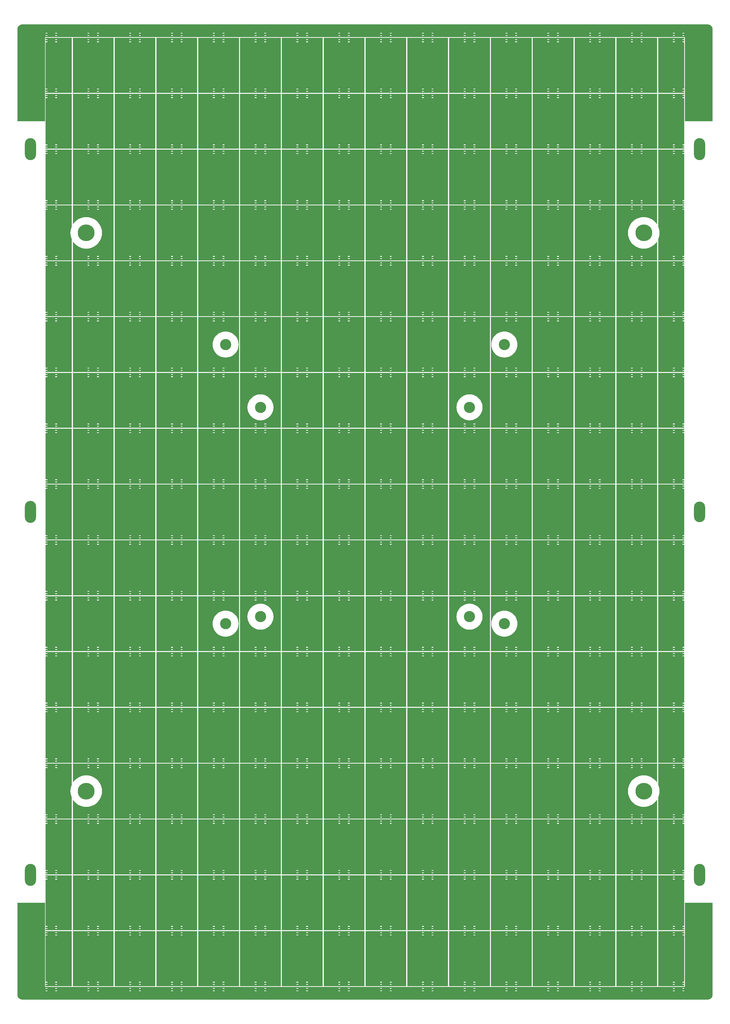
<source format=gtl>
%FSLAX25Y25*%
%MOIN*%
G70*
G01*
G75*
G04 Layer_Physical_Order=1*
G04 Layer_Color=255*
%ADD10R,0.10827X0.16929*%
%ADD11R,0.10827X0.22835*%
%ADD12R,0.11024X0.04921*%
%ADD13R,0.01378X0.02165*%
%ADD14R,0.19685X0.39370*%
%ADD15O,0.15748X0.31102*%
%ADD16O,0.15748X0.29134*%
%ADD17C,0.23622*%
%ADD18C,0.15748*%
G36*
X294488Y-326575D02*
Y-353740D01*
X237008D01*
Y-276181D01*
X259055D01*
Y-276181D01*
X272441D01*
Y-276181D01*
X294488D01*
Y-326575D01*
D02*
G37*
G36*
X353543D02*
Y-353740D01*
X296063D01*
Y-276181D01*
X318110D01*
Y-276181D01*
X331496D01*
Y-276181D01*
X353543D01*
Y-326575D01*
D02*
G37*
G36*
X235433D02*
Y-353740D01*
X177953D01*
Y-276181D01*
X200000D01*
Y-276181D01*
X213386D01*
Y-276181D01*
X235433D01*
Y-326575D01*
D02*
G37*
G36*
X117323D02*
Y-353740D01*
X59842D01*
Y-276181D01*
X81890D01*
Y-276181D01*
X95276D01*
Y-276181D01*
X117323D01*
Y-326575D01*
D02*
G37*
G36*
X176378D02*
Y-353740D01*
X118898D01*
Y-276181D01*
X140945D01*
Y-276181D01*
X154331D01*
Y-276181D01*
X176378D01*
Y-326575D01*
D02*
G37*
G36*
X412598Y-484055D02*
Y-511220D01*
X355118D01*
Y-433661D01*
X377165D01*
Y-433661D01*
X390551D01*
Y-433661D01*
X412598D01*
Y-484055D01*
D02*
G37*
G36*
X353543D02*
Y-511220D01*
X296063D01*
Y-433661D01*
X318110D01*
Y-433661D01*
X331496D01*
Y-433661D01*
X353543D01*
Y-484055D01*
D02*
G37*
G36*
X450984Y-356693D02*
X448425D01*
Y-357677D01*
X450984D01*
Y-358858D01*
Y-359842D01*
X448425D01*
Y-361024D01*
X450984D01*
Y-426378D01*
X448425D01*
Y-427559D01*
X450984D01*
Y-429724D01*
X448425D01*
Y-430709D01*
X450984D01*
Y-431398D01*
Y-432480D01*
X449606D01*
Y-432480D01*
X436221D01*
Y-432480D01*
X414173D01*
Y-431693D01*
Y-402480D01*
X414296Y-402232D01*
X415233Y-399470D01*
X415802Y-396610D01*
X415993Y-393701D01*
X415802Y-390791D01*
X415233Y-387931D01*
X414296Y-385170D01*
X414173Y-384922D01*
Y-354921D01*
X450984D01*
Y-356693D01*
D02*
G37*
G36*
X412598Y-326575D02*
Y-353740D01*
X355118D01*
Y-276181D01*
X377165D01*
Y-276181D01*
X390551D01*
Y-276181D01*
X412598D01*
Y-326575D01*
D02*
G37*
G36*
X450984Y-199213D02*
X448425D01*
Y-200197D01*
X450984D01*
Y-201378D01*
Y-202362D01*
X448425D01*
Y-203543D01*
X450984D01*
Y-268898D01*
X448425D01*
Y-270079D01*
X450984D01*
Y-272244D01*
X448425D01*
Y-273228D01*
X450984D01*
Y-273918D01*
Y-275000D01*
X449606D01*
Y-275000D01*
X436221D01*
Y-275000D01*
X414173D01*
Y-274213D01*
Y-197441D01*
X450984D01*
Y-199213D01*
D02*
G37*
G36*
X58268Y-326575D02*
Y-353740D01*
X787D01*
Y-276181D01*
X22835D01*
Y-276181D01*
X36220D01*
Y-276181D01*
X58268D01*
Y-326575D01*
D02*
G37*
G36*
X450984Y-514173D02*
X448425D01*
Y-515158D01*
X450984D01*
Y-516339D01*
Y-517323D01*
X448425D01*
Y-518504D01*
X450984D01*
Y-583858D01*
X448425D01*
Y-585039D01*
X450984D01*
Y-587205D01*
X448425D01*
Y-588189D01*
X450984D01*
Y-588878D01*
Y-589961D01*
X449606D01*
Y-589961D01*
X436221D01*
Y-589961D01*
X414173D01*
Y-589173D01*
Y-512402D01*
X450984D01*
Y-514173D01*
D02*
G37*
G36*
X-296063Y-326575D02*
Y-353740D01*
X-353543D01*
Y-276181D01*
X-331496D01*
Y-276181D01*
X-318110D01*
Y-276181D01*
X-296063D01*
Y-326575D01*
D02*
G37*
G36*
X412598Y-641535D02*
Y-668701D01*
X355118D01*
Y-591142D01*
X377165D01*
Y-591142D01*
X390551D01*
Y-591142D01*
X412598D01*
Y-641535D01*
D02*
G37*
G36*
X294488D02*
Y-668701D01*
X237008D01*
Y-591142D01*
X259055D01*
Y-591142D01*
X272441D01*
Y-591142D01*
X294488D01*
Y-641535D01*
D02*
G37*
G36*
X353543D02*
Y-668701D01*
X296063D01*
Y-591142D01*
X318110D01*
Y-591142D01*
X331496D01*
Y-591142D01*
X353543D01*
Y-641535D01*
D02*
G37*
G36*
X-59842Y-326575D02*
Y-353740D01*
X-117323D01*
Y-276181D01*
X-95276D01*
Y-276181D01*
X-81890D01*
Y-276181D01*
X-59842D01*
Y-326575D01*
D02*
G37*
G36*
X-787D02*
Y-353740D01*
X-58268D01*
Y-276181D01*
X-36220D01*
Y-276181D01*
X-22835D01*
Y-276181D01*
X-787D01*
Y-326575D01*
D02*
G37*
G36*
X-118898D02*
Y-353740D01*
X-176378D01*
Y-276181D01*
X-154331D01*
Y-276181D01*
X-140945D01*
Y-276181D01*
X-118898D01*
Y-326575D01*
D02*
G37*
G36*
X-237008D02*
Y-353740D01*
X-294488D01*
Y-276181D01*
X-272441D01*
Y-276181D01*
X-259055D01*
Y-276181D01*
X-237008D01*
Y-326575D01*
D02*
G37*
G36*
X-177953D02*
Y-353740D01*
X-235433D01*
Y-276181D01*
X-213386D01*
Y-276181D01*
X-200000D01*
Y-276181D01*
X-177953D01*
Y-326575D01*
D02*
G37*
G36*
X294488Y-484055D02*
Y-511220D01*
X237008D01*
Y-433661D01*
X259055D01*
Y-433661D01*
X272441D01*
Y-433661D01*
X294488D01*
Y-484055D01*
D02*
G37*
G36*
X353543Y145866D02*
Y118701D01*
X296063D01*
Y196260D01*
X318110D01*
Y196260D01*
X331496D01*
Y196260D01*
X353543D01*
Y145866D01*
D02*
G37*
G36*
X294488D02*
Y118701D01*
X237008D01*
Y196260D01*
X259055D01*
Y196260D01*
X272441D01*
Y196260D01*
X294488D01*
Y145866D01*
D02*
G37*
G36*
X412598D02*
Y118701D01*
X355118D01*
Y196260D01*
X377165D01*
Y196260D01*
X390551D01*
Y196260D01*
X412598D01*
Y145866D01*
D02*
G37*
G36*
X-414173Y-434449D02*
Y-511220D01*
X-450984D01*
Y-509449D01*
X-448425D01*
Y-508465D01*
X-450984D01*
Y-507283D01*
Y-506299D01*
X-448425D01*
Y-505118D01*
X-450984D01*
Y-439764D01*
X-448425D01*
Y-438583D01*
X-450984D01*
Y-436417D01*
X-448425D01*
Y-435433D01*
X-450984D01*
Y-434744D01*
Y-433661D01*
X-449606D01*
Y-433661D01*
X-436221D01*
Y-433661D01*
X-414173D01*
Y-434449D01*
D02*
G37*
G36*
X450984Y273228D02*
X448425D01*
Y272244D01*
X450984D01*
Y271063D01*
Y270079D01*
X448425D01*
Y268898D01*
X450984D01*
Y203543D01*
X448425D01*
Y202362D01*
X450984D01*
Y200197D01*
X448425D01*
Y199213D01*
X450984D01*
Y198523D01*
Y197441D01*
X449606D01*
Y197441D01*
X436221D01*
Y197441D01*
X414173D01*
Y198228D01*
Y275000D01*
X450984D01*
Y273228D01*
D02*
G37*
G36*
X58268Y145866D02*
Y118701D01*
X787D01*
Y196260D01*
X22835D01*
Y196260D01*
X36220D01*
Y196260D01*
X58268D01*
Y145866D01*
D02*
G37*
G36*
X-787D02*
Y118701D01*
X-58268D01*
Y196260D01*
X-36220D01*
Y196260D01*
X-22835D01*
Y196260D01*
X-787D01*
Y145866D01*
D02*
G37*
G36*
X117323D02*
Y118701D01*
X59842D01*
Y196260D01*
X81890D01*
Y196260D01*
X95276D01*
Y196260D01*
X117323D01*
Y145866D01*
D02*
G37*
G36*
X235433D02*
Y118701D01*
X177953D01*
Y196260D01*
X200000D01*
Y196260D01*
X213386D01*
Y196260D01*
X235433D01*
Y145866D01*
D02*
G37*
G36*
X176378D02*
Y118701D01*
X118898D01*
Y196260D01*
X140945D01*
Y196260D01*
X154331D01*
Y196260D01*
X176378D01*
Y145866D01*
D02*
G37*
G36*
X-355118Y-484055D02*
Y-511220D01*
X-412598D01*
Y-433661D01*
X-390551D01*
Y-433661D01*
X-377165D01*
Y-433661D01*
X-355118D01*
Y-484055D01*
D02*
G37*
G36*
X58268D02*
Y-511220D01*
X787D01*
Y-433661D01*
X22835D01*
Y-433661D01*
X36220D01*
Y-433661D01*
X58268D01*
Y-484055D01*
D02*
G37*
G36*
X-787D02*
Y-511220D01*
X-58268D01*
Y-433661D01*
X-36220D01*
Y-433661D01*
X-22835D01*
Y-433661D01*
X-787D01*
Y-484055D01*
D02*
G37*
G36*
X117323D02*
Y-511220D01*
X59842D01*
Y-433661D01*
X81890D01*
Y-433661D01*
X95276D01*
Y-433661D01*
X117323D01*
Y-484055D01*
D02*
G37*
G36*
X235433D02*
Y-511220D01*
X177953D01*
Y-433661D01*
X200000D01*
Y-433661D01*
X213386D01*
Y-433661D01*
X235433D01*
Y-484055D01*
D02*
G37*
G36*
X176378D02*
Y-511220D01*
X118898D01*
Y-433661D01*
X140945D01*
Y-433661D01*
X154331D01*
Y-433661D01*
X176378D01*
Y-484055D01*
D02*
G37*
G36*
X-237008D02*
Y-511220D01*
X-294488D01*
Y-433661D01*
X-272441D01*
Y-433661D01*
X-259055D01*
Y-433661D01*
X-237008D01*
Y-484055D01*
D02*
G37*
G36*
X-296063D02*
Y-511220D01*
X-353543D01*
Y-433661D01*
X-331496D01*
Y-433661D01*
X-318110D01*
Y-433661D01*
X-296063D01*
Y-484055D01*
D02*
G37*
G36*
X-177953D02*
Y-511220D01*
X-235433D01*
Y-433661D01*
X-213386D01*
Y-433661D01*
X-200000D01*
Y-433661D01*
X-177953D01*
Y-484055D01*
D02*
G37*
G36*
X-59842D02*
Y-511220D01*
X-117323D01*
Y-433661D01*
X-95276D01*
Y-433661D01*
X-81890D01*
Y-433661D01*
X-59842D01*
Y-484055D01*
D02*
G37*
G36*
X-118898D02*
Y-511220D01*
X-176378D01*
Y-433661D01*
X-154331D01*
Y-433661D01*
X-140945D01*
Y-433661D01*
X-118898D01*
Y-484055D01*
D02*
G37*
G36*
X412598Y539567D02*
Y512402D01*
X355118D01*
Y589961D01*
X377165D01*
Y589960D01*
X390551D01*
Y589961D01*
X412598D01*
Y539567D01*
D02*
G37*
G36*
X353543D02*
Y512402D01*
X296063D01*
Y589961D01*
X318110D01*
Y589960D01*
X331496D01*
Y589961D01*
X353543D01*
Y539567D01*
D02*
G37*
G36*
X450984Y666929D02*
X448425D01*
Y665945D01*
X450984D01*
Y664764D01*
Y663779D01*
X448425D01*
Y662598D01*
X450984D01*
Y597244D01*
X448425D01*
Y596063D01*
X450984D01*
Y593897D01*
X448425D01*
Y592913D01*
X450984D01*
Y592224D01*
Y591142D01*
X449606D01*
Y591142D01*
X436221D01*
Y591142D01*
X414173D01*
Y591929D01*
Y668701D01*
X450984D01*
Y666929D01*
D02*
G37*
G36*
X-355118Y618307D02*
Y591142D01*
X-412598D01*
Y668701D01*
X-355118D01*
Y618307D01*
D02*
G37*
G36*
X-414173Y667913D02*
Y591142D01*
X-450984D01*
Y592913D01*
X-448425D01*
Y593897D01*
X-450984D01*
Y595079D01*
Y596063D01*
X-448425D01*
Y597244D01*
X-450984D01*
Y662598D01*
X-448425D01*
Y663780D01*
X-450984D01*
Y665945D01*
X-448425D01*
Y666929D01*
X-450984D01*
Y667618D01*
Y668701D01*
X-414173D01*
Y667913D01*
D02*
G37*
G36*
X117323Y539567D02*
Y512402D01*
X59842D01*
Y589961D01*
X81890D01*
Y589960D01*
X95276D01*
Y589961D01*
X117323D01*
Y539567D01*
D02*
G37*
G36*
X58268D02*
Y512402D01*
X787D01*
Y589961D01*
X22835D01*
Y589960D01*
X36220D01*
Y589961D01*
X58268D01*
Y539567D01*
D02*
G37*
G36*
X176378D02*
Y512402D01*
X118898D01*
Y589961D01*
X140945D01*
Y589960D01*
X154331D01*
Y589961D01*
X176378D01*
Y539567D01*
D02*
G37*
G36*
X294488D02*
Y512402D01*
X237008D01*
Y589961D01*
X259055D01*
Y589960D01*
X272441D01*
Y589961D01*
X294488D01*
Y539567D01*
D02*
G37*
G36*
X235433D02*
Y512402D01*
X177953D01*
Y589961D01*
X200000D01*
Y589960D01*
X213386D01*
Y589961D01*
X235433D01*
Y539567D01*
D02*
G37*
G36*
X-296063Y618307D02*
Y591142D01*
X-353543D01*
Y668701D01*
X-296063D01*
Y618307D01*
D02*
G37*
G36*
X-355118Y-169094D02*
Y-196260D01*
X-412598D01*
Y-118701D01*
X-390551D01*
Y-118701D01*
X-377165D01*
Y-118701D01*
X-355118D01*
Y-169094D01*
D02*
G37*
G36*
X-414173Y-119488D02*
Y-196260D01*
X-450984D01*
Y-194488D01*
X-448425D01*
Y-193504D01*
X-450984D01*
Y-192323D01*
Y-191339D01*
X-448425D01*
Y-190157D01*
X-450984D01*
Y-124803D01*
X-448425D01*
Y-123622D01*
X-450984D01*
Y-121457D01*
X-448425D01*
Y-120473D01*
X-450984D01*
Y-119783D01*
Y-118701D01*
X-449606D01*
Y-118701D01*
X-436221D01*
Y-118701D01*
X-414173D01*
Y-119488D01*
D02*
G37*
G36*
X-296063Y-169094D02*
Y-196260D01*
X-353543D01*
Y-118701D01*
X-331496D01*
Y-118701D01*
X-318110D01*
Y-118701D01*
X-296063D01*
Y-169094D01*
D02*
G37*
G36*
X-177953D02*
Y-196260D01*
X-235433D01*
Y-118701D01*
X-213386D01*
Y-118701D01*
X-200000D01*
Y-118701D01*
X-177953D01*
Y-169094D01*
D02*
G37*
G36*
X-237008D02*
Y-196260D01*
X-294488D01*
Y-118701D01*
X-272441D01*
Y-118701D01*
X-259055D01*
Y-118701D01*
X-237008D01*
Y-169094D01*
D02*
G37*
G36*
X-177953Y618307D02*
Y591142D01*
X-235433D01*
Y668701D01*
X-177953D01*
Y618307D01*
D02*
G37*
G36*
X-237008D02*
Y591142D01*
X-294488D01*
Y668701D01*
X-237008D01*
Y618307D01*
D02*
G37*
G36*
X-118898D02*
Y591142D01*
X-176378D01*
Y668701D01*
X-118898D01*
Y618307D01*
D02*
G37*
G36*
X-787D02*
Y591142D01*
X-58268D01*
Y668701D01*
X-787D01*
Y618307D01*
D02*
G37*
G36*
X-59842D02*
Y591142D01*
X-117323D01*
Y668701D01*
X-59842D01*
Y618307D01*
D02*
G37*
G36*
X-787Y539567D02*
Y512402D01*
X-58268D01*
Y589961D01*
X-36220D01*
Y589960D01*
X-22835D01*
Y589961D01*
X-787D01*
Y539567D01*
D02*
G37*
G36*
X-118898Y-641535D02*
Y-668701D01*
X-176378D01*
Y-591142D01*
X-154331D01*
Y-591142D01*
X-140945D01*
Y-591142D01*
X-118898D01*
Y-641535D01*
D02*
G37*
G36*
X-59842D02*
Y-668701D01*
X-117323D01*
Y-591142D01*
X-95276D01*
Y-591142D01*
X-81890D01*
Y-591142D01*
X-59842D01*
Y-641535D01*
D02*
G37*
G36*
X-177953D02*
Y-668701D01*
X-235433D01*
Y-591142D01*
X-213386D01*
Y-591142D01*
X-200000D01*
Y-591142D01*
X-177953D01*
Y-641535D01*
D02*
G37*
G36*
X-296063D02*
Y-668701D01*
X-353543D01*
Y-591142D01*
X-331496D01*
Y-591142D01*
X-318110D01*
Y-591142D01*
X-296063D01*
Y-641535D01*
D02*
G37*
G36*
X-237008D02*
Y-668701D01*
X-294488D01*
Y-591142D01*
X-272441D01*
Y-591142D01*
X-259055D01*
Y-591142D01*
X-237008D01*
Y-641535D01*
D02*
G37*
G36*
X176378D02*
Y-668701D01*
X118898D01*
Y-591142D01*
X140945D01*
Y-591142D01*
X154331D01*
Y-591142D01*
X176378D01*
Y-641535D01*
D02*
G37*
G36*
X235433D02*
Y-668701D01*
X177953D01*
Y-591142D01*
X200000D01*
Y-591142D01*
X213386D01*
Y-591142D01*
X235433D01*
Y-641535D01*
D02*
G37*
G36*
X117323D02*
Y-668701D01*
X59842D01*
Y-591142D01*
X81890D01*
Y-591142D01*
X95276D01*
Y-591142D01*
X117323D01*
Y-641535D01*
D02*
G37*
G36*
X-787D02*
Y-668701D01*
X-58268D01*
Y-591142D01*
X-36220D01*
Y-591142D01*
X-22835D01*
Y-591142D01*
X-787D01*
Y-641535D01*
D02*
G37*
G36*
X58268D02*
Y-668701D01*
X787D01*
Y-591142D01*
X22835D01*
Y-591142D01*
X36220D01*
Y-591142D01*
X58268D01*
Y-641535D01*
D02*
G37*
G36*
X-355118D02*
Y-668701D01*
X-412598D01*
Y-591142D01*
X-390551D01*
Y-591142D01*
X-377165D01*
Y-591142D01*
X-355118D01*
Y-641535D01*
D02*
G37*
G36*
X-237008Y539567D02*
Y512402D01*
X-294488D01*
Y589961D01*
X-272441D01*
Y589960D01*
X-259055D01*
Y589961D01*
X-237008D01*
Y539567D01*
D02*
G37*
G36*
X-296063D02*
Y512402D01*
X-353543D01*
Y589961D01*
X-331496D01*
Y589960D01*
X-318110D01*
Y589961D01*
X-296063D01*
Y539567D01*
D02*
G37*
G36*
X-177953D02*
Y512402D01*
X-235433D01*
Y589961D01*
X-213386D01*
Y589960D01*
X-200000D01*
Y589961D01*
X-177953D01*
Y539567D01*
D02*
G37*
G36*
X-59842D02*
Y512402D01*
X-117323D01*
Y589961D01*
X-95276D01*
Y589960D01*
X-81890D01*
Y589961D01*
X-59842D01*
Y539567D01*
D02*
G37*
G36*
X-118898D02*
Y512402D01*
X-176378D01*
Y589961D01*
X-154331D01*
Y589960D01*
X-140945D01*
Y589961D01*
X-118898D01*
Y539567D01*
D02*
G37*
G36*
X-355118Y-326575D02*
Y-353740D01*
X-412598D01*
Y-276181D01*
X-390551D01*
Y-276181D01*
X-377165D01*
Y-276181D01*
X-355118D01*
Y-326575D01*
D02*
G37*
G36*
X-414173Y-591929D02*
Y-668701D01*
X-450984D01*
Y-666929D01*
X-448425D01*
Y-665945D01*
X-450984D01*
Y-664764D01*
Y-663779D01*
X-448425D01*
Y-662598D01*
X-450984D01*
Y-597244D01*
X-448425D01*
Y-596063D01*
X-450984D01*
Y-593898D01*
X-448425D01*
Y-592913D01*
X-450984D01*
Y-592224D01*
Y-591142D01*
X-449606D01*
Y-591142D01*
X-436221D01*
Y-591142D01*
X-414173D01*
Y-591929D01*
D02*
G37*
G36*
Y-276968D02*
Y-353740D01*
X-450984D01*
Y-351969D01*
X-448425D01*
Y-350984D01*
X-450984D01*
Y-349803D01*
Y-348819D01*
X-448425D01*
Y-347638D01*
X-450984D01*
Y-282283D01*
X-448425D01*
Y-281102D01*
X-450984D01*
Y-278937D01*
X-448425D01*
Y-277953D01*
X-450984D01*
Y-277264D01*
Y-276181D01*
X-449606D01*
Y-276181D01*
X-436221D01*
Y-276181D01*
X-414173D01*
Y-276968D01*
D02*
G37*
G36*
X-355118Y539567D02*
Y512402D01*
X-412598D01*
Y589961D01*
X-390551D01*
Y589960D01*
X-377165D01*
Y589961D01*
X-355118D01*
Y539567D01*
D02*
G37*
G36*
X-414173Y589173D02*
Y512402D01*
X-450984D01*
Y514173D01*
X-448425D01*
Y515157D01*
X-450984D01*
Y516339D01*
Y517323D01*
X-448425D01*
Y518504D01*
X-450984D01*
Y583858D01*
X-448425D01*
Y585039D01*
X-450984D01*
Y587205D01*
X-448425D01*
Y588189D01*
X-450984D01*
Y588878D01*
Y589961D01*
X-449606D01*
Y589960D01*
X-436221D01*
Y589961D01*
X-414173D01*
Y589173D01*
D02*
G37*
G36*
X-59842Y145866D02*
Y118701D01*
X-117323D01*
Y196260D01*
X-95276D01*
Y196260D01*
X-81890D01*
Y196260D01*
X-59842D01*
Y145866D01*
D02*
G37*
G36*
X450984Y-435433D02*
X448425D01*
Y-436417D01*
X450984D01*
Y-437599D01*
Y-438583D01*
X448425D01*
Y-439764D01*
X450984D01*
Y-505118D01*
X448425D01*
Y-506299D01*
X450984D01*
Y-508465D01*
X448425D01*
Y-509449D01*
X450984D01*
Y-510138D01*
Y-511221D01*
X449606D01*
Y-511221D01*
X436221D01*
Y-511221D01*
X414173D01*
Y-510433D01*
Y-433662D01*
X450984D01*
Y-435433D01*
D02*
G37*
G36*
X-177953Y382087D02*
Y354921D01*
X-235433D01*
Y432480D01*
X-213386D01*
Y432480D01*
X-200000D01*
Y432480D01*
X-177953D01*
Y382087D01*
D02*
G37*
G36*
X412598Y-562795D02*
Y-589960D01*
X355118D01*
Y-512401D01*
X377165D01*
Y-512402D01*
X390551D01*
Y-512401D01*
X412598D01*
Y-562795D01*
D02*
G37*
G36*
X294488D02*
Y-589960D01*
X237008D01*
Y-512401D01*
X259055D01*
Y-512402D01*
X272441D01*
Y-512401D01*
X294488D01*
Y-562795D01*
D02*
G37*
G36*
X353543D02*
Y-589960D01*
X296063D01*
Y-512401D01*
X318110D01*
Y-512402D01*
X331496D01*
Y-512401D01*
X353543D01*
Y-562795D01*
D02*
G37*
G36*
X450984Y-120473D02*
X448425D01*
Y-121457D01*
X450984D01*
Y-122638D01*
Y-123622D01*
X448425D01*
Y-124803D01*
X450984D01*
Y-190157D01*
X448425D01*
Y-191339D01*
X450984D01*
Y-193504D01*
X448425D01*
Y-194488D01*
X450984D01*
Y-195177D01*
Y-196260D01*
X449606D01*
Y-196260D01*
X436221D01*
Y-196260D01*
X414173D01*
Y-195473D01*
Y-118701D01*
X450984D01*
Y-120473D01*
D02*
G37*
G36*
X412598Y-247835D02*
Y-275000D01*
X355118D01*
Y-197441D01*
X377165D01*
Y-197441D01*
X390551D01*
Y-197441D01*
X412598D01*
Y-247835D01*
D02*
G37*
G36*
X-787Y382087D02*
Y354921D01*
X-58268D01*
Y432480D01*
X-36220D01*
Y432480D01*
X-22835D01*
Y432480D01*
X-787D01*
Y382087D01*
D02*
G37*
G36*
X-118898D02*
Y354921D01*
X-176378D01*
Y432480D01*
X-154331D01*
Y432480D01*
X-140945D01*
Y432480D01*
X-118898D01*
Y382087D01*
D02*
G37*
G36*
X-59842D02*
Y354921D01*
X-117323D01*
Y432480D01*
X-95276D01*
Y432480D01*
X-81890D01*
Y432480D01*
X-59842D01*
Y382087D01*
D02*
G37*
G36*
X235433Y-562795D02*
Y-589960D01*
X177953D01*
Y-512401D01*
X200000D01*
Y-512402D01*
X213386D01*
Y-512401D01*
X235433D01*
Y-562795D01*
D02*
G37*
G36*
X-177953D02*
Y-589960D01*
X-235433D01*
Y-512401D01*
X-213386D01*
Y-512402D01*
X-200000D01*
Y-512401D01*
X-177953D01*
Y-562795D01*
D02*
G37*
G36*
X-118898D02*
Y-589960D01*
X-176378D01*
Y-512401D01*
X-154331D01*
Y-512402D01*
X-140945D01*
Y-512401D01*
X-118898D01*
Y-562795D01*
D02*
G37*
G36*
X-237008D02*
Y-589960D01*
X-294488D01*
Y-512401D01*
X-272441D01*
Y-512402D01*
X-259055D01*
Y-512401D01*
X-237008D01*
Y-562795D01*
D02*
G37*
G36*
X-355118D02*
Y-589960D01*
X-412598D01*
Y-512401D01*
X-390551D01*
Y-512402D01*
X-377165D01*
Y-512401D01*
X-355118D01*
Y-562795D01*
D02*
G37*
G36*
X-296063D02*
Y-589960D01*
X-353543D01*
Y-512401D01*
X-331496D01*
Y-512402D01*
X-318110D01*
Y-512401D01*
X-296063D01*
Y-562795D01*
D02*
G37*
G36*
X117323D02*
Y-589960D01*
X59842D01*
Y-512401D01*
X81890D01*
Y-512402D01*
X95276D01*
Y-512401D01*
X117323D01*
Y-562795D01*
D02*
G37*
G36*
X176378D02*
Y-589960D01*
X118898D01*
Y-512401D01*
X140945D01*
Y-512402D01*
X154331D01*
Y-512401D01*
X176378D01*
Y-562795D01*
D02*
G37*
G36*
X58268D02*
Y-589960D01*
X787D01*
Y-512401D01*
X22835D01*
Y-512402D01*
X36220D01*
Y-512401D01*
X58268D01*
Y-562795D01*
D02*
G37*
G36*
X-59842D02*
Y-589960D01*
X-117323D01*
Y-512401D01*
X-95276D01*
Y-512402D01*
X-81890D01*
Y-512401D01*
X-59842D01*
Y-562795D01*
D02*
G37*
G36*
X-787D02*
Y-589960D01*
X-58268D01*
Y-512401D01*
X-36220D01*
Y-512402D01*
X-22835D01*
Y-512401D01*
X-787D01*
Y-562795D01*
D02*
G37*
G36*
X353543Y-247835D02*
Y-275000D01*
X296063D01*
Y-197441D01*
X318110D01*
Y-197441D01*
X331496D01*
Y-197441D01*
X353543D01*
Y-247835D01*
D02*
G37*
G36*
X117323Y382087D02*
Y354921D01*
X59842D01*
Y432480D01*
X81890D01*
Y432480D01*
X95276D01*
Y432480D01*
X117323D01*
Y382087D01*
D02*
G37*
G36*
X176378D02*
Y354921D01*
X118898D01*
Y432480D01*
X140945D01*
Y432480D01*
X154331D01*
Y432480D01*
X176378D01*
Y382087D01*
D02*
G37*
G36*
X58268D02*
Y354921D01*
X787D01*
Y432480D01*
X22835D01*
Y432480D01*
X36220D01*
Y432480D01*
X58268D01*
Y382087D01*
D02*
G37*
G36*
X-355118Y-247835D02*
Y-275000D01*
X-412598D01*
Y-197441D01*
X-390551D01*
Y-197441D01*
X-377165D01*
Y-197441D01*
X-355118D01*
Y-247835D01*
D02*
G37*
G36*
X-414173Y-198228D02*
Y-275000D01*
X-450984D01*
Y-273228D01*
X-448425D01*
Y-272244D01*
X-450984D01*
Y-271063D01*
Y-270079D01*
X-448425D01*
Y-268898D01*
X-450984D01*
Y-203543D01*
X-448425D01*
Y-202362D01*
X-450984D01*
Y-200197D01*
X-448425D01*
Y-199213D01*
X-450984D01*
Y-198523D01*
Y-197441D01*
X-449606D01*
Y-197441D01*
X-436221D01*
Y-197441D01*
X-414173D01*
Y-198228D01*
D02*
G37*
G36*
X412598Y406318D02*
X412120Y406173D01*
X411386Y407271D01*
X409464Y409464D01*
X407271Y411386D01*
X404847Y413006D01*
X402232Y414296D01*
X399470Y415233D01*
X396610Y415802D01*
X393701Y415993D01*
X390791Y415802D01*
X387931Y415233D01*
X385170Y414296D01*
X382555Y413006D01*
X380130Y411386D01*
X377938Y409464D01*
X376015Y407271D01*
X374395Y404847D01*
X373106Y402232D01*
X372169Y399470D01*
X371600Y396610D01*
X371409Y393701D01*
X371600Y390791D01*
X372169Y387931D01*
X373106Y385170D01*
X374395Y382555D01*
X376015Y380130D01*
X377938Y377938D01*
X380130Y376015D01*
X382555Y374395D01*
X385170Y373106D01*
X387931Y372169D01*
X390791Y371600D01*
X393701Y371409D01*
X396610Y371600D01*
X399470Y372169D01*
X402232Y373106D01*
X404847Y374395D01*
X407271Y376015D01*
X409464Y377938D01*
X411386Y380130D01*
X412120Y381229D01*
X412598Y381084D01*
Y354921D01*
X355118D01*
Y432480D01*
X377165D01*
Y432480D01*
X390551D01*
Y432480D01*
X412598D01*
Y406318D01*
D02*
G37*
G36*
X450984Y509449D02*
X448425D01*
Y508464D01*
X450984D01*
Y507283D01*
Y506299D01*
X448425D01*
Y505118D01*
X450984D01*
Y439764D01*
X448425D01*
Y438583D01*
X450984D01*
Y436417D01*
X448425D01*
Y435433D01*
X450984D01*
Y434744D01*
Y433661D01*
X449606D01*
Y433661D01*
X436221D01*
Y433661D01*
X414173D01*
Y434449D01*
Y511220D01*
X450984D01*
Y509449D01*
D02*
G37*
G36*
X353543Y382087D02*
Y354921D01*
X296063D01*
Y432480D01*
X318110D01*
Y432480D01*
X331496D01*
Y432480D01*
X353543D01*
Y382087D01*
D02*
G37*
G36*
X235433D02*
Y354921D01*
X177953D01*
Y432480D01*
X200000D01*
Y432480D01*
X213386D01*
Y432480D01*
X235433D01*
Y382087D01*
D02*
G37*
G36*
X294488D02*
Y354921D01*
X237008D01*
Y432480D01*
X259055D01*
Y432480D01*
X272441D01*
Y432480D01*
X294488D01*
Y382087D01*
D02*
G37*
G36*
X-296063Y-247835D02*
Y-275000D01*
X-353543D01*
Y-197441D01*
X-331496D01*
Y-197441D01*
X-318110D01*
Y-197441D01*
X-296063D01*
Y-247835D01*
D02*
G37*
G36*
X117323D02*
Y-275000D01*
X59842D01*
Y-197441D01*
X81890D01*
Y-197441D01*
X95276D01*
Y-197441D01*
X117323D01*
Y-247835D01*
D02*
G37*
G36*
X58268D02*
Y-275000D01*
X787D01*
Y-197441D01*
X22835D01*
Y-197441D01*
X36220D01*
Y-197441D01*
X58268D01*
Y-247835D01*
D02*
G37*
G36*
X176378D02*
Y-275000D01*
X118898D01*
Y-197441D01*
X140945D01*
Y-197441D01*
X154331D01*
Y-197441D01*
X176378D01*
Y-247835D01*
D02*
G37*
G36*
X294488D02*
Y-275000D01*
X237008D01*
Y-197441D01*
X259055D01*
Y-197441D01*
X272441D01*
Y-197441D01*
X294488D01*
Y-247835D01*
D02*
G37*
G36*
X235433D02*
Y-275000D01*
X177953D01*
Y-197441D01*
X200000D01*
Y-197441D01*
X213386D01*
Y-197441D01*
X235433D01*
Y-247835D01*
D02*
G37*
G36*
X-177953D02*
Y-275000D01*
X-235433D01*
Y-197441D01*
X-213386D01*
Y-197441D01*
X-200000D01*
Y-197441D01*
X-177953D01*
Y-247835D01*
D02*
G37*
G36*
X-237008D02*
Y-275000D01*
X-294488D01*
Y-197441D01*
X-272441D01*
Y-197441D01*
X-259055D01*
Y-197441D01*
X-237008D01*
Y-247835D01*
D02*
G37*
G36*
X-118898D02*
Y-275000D01*
X-176378D01*
Y-197441D01*
X-154331D01*
Y-197441D01*
X-140945D01*
Y-197441D01*
X-118898D01*
Y-247835D01*
D02*
G37*
G36*
X-787D02*
Y-275000D01*
X-58268D01*
Y-197441D01*
X-36220D01*
Y-197441D01*
X-22835D01*
Y-197441D01*
X-787D01*
Y-247835D01*
D02*
G37*
G36*
X-59842D02*
Y-275000D01*
X-117323D01*
Y-197441D01*
X-95276D01*
Y-197441D01*
X-81890D01*
Y-197441D01*
X-59842D01*
Y-247835D01*
D02*
G37*
G36*
X294488Y67126D02*
Y39961D01*
X237008D01*
Y117520D01*
X259055D01*
Y117520D01*
X272441D01*
Y117520D01*
X294488D01*
Y67126D01*
D02*
G37*
G36*
X353543D02*
Y39961D01*
X296063D01*
Y117520D01*
X318110D01*
Y117520D01*
X331496D01*
Y117520D01*
X353543D01*
Y67126D01*
D02*
G37*
G36*
X235433D02*
Y39961D01*
X177953D01*
Y117520D01*
X200000D01*
Y117520D01*
X213386D01*
Y117520D01*
X235433D01*
Y67126D01*
D02*
G37*
G36*
X117323D02*
Y39961D01*
X59842D01*
Y117520D01*
X81890D01*
Y117520D01*
X95276D01*
Y117520D01*
X117323D01*
Y67126D01*
D02*
G37*
G36*
X176378D02*
Y39961D01*
X118898D01*
Y117520D01*
X140945D01*
Y117520D01*
X154331D01*
Y117520D01*
X176378D01*
Y67126D01*
D02*
G37*
G36*
X-296063Y145866D02*
Y118701D01*
X-353543D01*
Y196260D01*
X-331496D01*
Y196260D01*
X-318110D01*
Y196260D01*
X-296063D01*
Y145866D01*
D02*
G37*
G36*
X-355118D02*
Y118701D01*
X-412598D01*
Y196260D01*
X-390551D01*
Y196260D01*
X-377165D01*
Y196260D01*
X-355118D01*
Y145866D01*
D02*
G37*
G36*
X-237008D02*
Y118701D01*
X-294488D01*
Y196260D01*
X-272441D01*
Y196260D01*
X-259055D01*
Y196260D01*
X-237008D01*
Y145866D01*
D02*
G37*
G36*
X412598Y67126D02*
Y39961D01*
X355118D01*
Y117520D01*
X377165D01*
Y117520D01*
X390551D01*
Y117520D01*
X412598D01*
Y67126D01*
D02*
G37*
G36*
X450984Y194488D02*
X448425D01*
Y193504D01*
X450984D01*
Y192323D01*
Y191339D01*
X448425D01*
Y190157D01*
X450984D01*
Y124803D01*
X448425D01*
Y123622D01*
X450984D01*
Y121457D01*
X448425D01*
Y120472D01*
X450984D01*
Y119783D01*
Y118701D01*
X449606D01*
Y118701D01*
X436221D01*
Y118701D01*
X414173D01*
Y119488D01*
Y196260D01*
X450984D01*
Y194488D01*
D02*
G37*
G36*
X58268Y67126D02*
Y39961D01*
X787D01*
Y117520D01*
X22835D01*
Y117520D01*
X36220D01*
Y117520D01*
X58268D01*
Y67126D01*
D02*
G37*
G36*
X-355118D02*
Y39961D01*
X-412598D01*
Y117520D01*
X-390551D01*
Y117520D01*
X-377165D01*
Y117520D01*
X-355118D01*
Y67126D01*
D02*
G37*
G36*
X-296063D02*
Y39961D01*
X-353543D01*
Y117520D01*
X-331496D01*
Y117520D01*
X-318110D01*
Y117520D01*
X-296063D01*
Y67126D01*
D02*
G37*
G36*
X-414173Y116732D02*
Y39961D01*
X-450984D01*
Y41732D01*
X-448425D01*
Y42717D01*
X-450984D01*
Y43898D01*
Y44882D01*
X-448425D01*
Y46063D01*
X-450984D01*
Y111417D01*
X-448425D01*
Y112598D01*
X-450984D01*
Y114764D01*
X-448425D01*
Y115748D01*
X-450984D01*
Y116437D01*
Y117520D01*
X-449606D01*
Y117520D01*
X-436221D01*
Y117520D01*
X-414173D01*
Y116732D01*
D02*
G37*
G36*
X-118898Y145866D02*
Y118701D01*
X-176378D01*
Y196260D01*
X-154331D01*
Y196260D01*
X-140945D01*
Y196260D01*
X-118898D01*
Y145866D01*
D02*
G37*
G36*
X-177953D02*
Y118701D01*
X-235433D01*
Y196260D01*
X-213386D01*
Y196260D01*
X-200000D01*
Y196260D01*
X-177953D01*
Y145866D01*
D02*
G37*
G36*
X-59842Y67126D02*
Y39961D01*
X-117323D01*
Y117520D01*
X-95276D01*
Y117520D01*
X-81890D01*
Y117520D01*
X-59842D01*
Y67126D01*
D02*
G37*
G36*
X-787D02*
Y39961D01*
X-58268D01*
Y117520D01*
X-36220D01*
Y117520D01*
X-22835D01*
Y117520D01*
X-787D01*
Y67126D01*
D02*
G37*
G36*
X-118898D02*
Y39961D01*
X-176378D01*
Y117520D01*
X-154331D01*
Y117520D01*
X-140945D01*
Y117520D01*
X-118898D01*
Y67126D01*
D02*
G37*
G36*
X-237008D02*
Y39961D01*
X-294488D01*
Y117520D01*
X-272441D01*
Y117520D01*
X-259055D01*
Y117520D01*
X-237008D01*
Y67126D01*
D02*
G37*
G36*
X-177953D02*
Y39961D01*
X-235433D01*
Y117520D01*
X-213386D01*
Y117520D01*
X-200000D01*
Y117520D01*
X-177953D01*
Y67126D01*
D02*
G37*
G36*
X-414173Y195473D02*
Y118701D01*
X-450984D01*
Y120472D01*
X-448425D01*
Y121457D01*
X-450984D01*
Y122638D01*
Y123622D01*
X-448425D01*
Y124803D01*
X-450984D01*
Y190157D01*
X-448425D01*
Y191339D01*
X-450984D01*
Y193504D01*
X-448425D01*
Y194488D01*
X-450984D01*
Y195177D01*
Y196260D01*
X-449606D01*
Y196260D01*
X-436221D01*
Y196260D01*
X-414173D01*
Y195473D01*
D02*
G37*
G36*
X-355118Y460827D02*
Y433661D01*
X-412598D01*
Y511221D01*
X-390551D01*
Y511220D01*
X-377165D01*
Y511221D01*
X-355118D01*
Y460827D01*
D02*
G37*
G36*
X-414173Y510433D02*
Y433661D01*
X-450984D01*
Y435433D01*
X-448425D01*
Y436417D01*
X-450984D01*
Y437598D01*
Y438583D01*
X-448425D01*
Y439764D01*
X-450984D01*
Y505118D01*
X-448425D01*
Y506299D01*
X-450984D01*
Y508464D01*
X-448425D01*
Y509449D01*
X-450984D01*
Y510138D01*
Y511221D01*
X-449606D01*
Y511220D01*
X-436221D01*
Y511221D01*
X-414173D01*
Y510433D01*
D02*
G37*
G36*
X-296063Y460827D02*
Y433661D01*
X-353543D01*
Y511221D01*
X-331496D01*
Y511220D01*
X-318110D01*
Y511221D01*
X-296063D01*
Y460827D01*
D02*
G37*
G36*
X-177953D02*
Y433661D01*
X-235433D01*
Y511221D01*
X-213386D01*
Y511220D01*
X-200000D01*
Y511221D01*
X-177953D01*
Y460827D01*
D02*
G37*
G36*
X-237008D02*
Y433661D01*
X-294488D01*
Y511221D01*
X-272441D01*
Y511220D01*
X-259055D01*
Y511221D01*
X-237008D01*
Y460827D01*
D02*
G37*
G36*
Y382087D02*
Y354921D01*
X-294488D01*
Y432480D01*
X-272441D01*
Y432480D01*
X-259055D01*
Y432480D01*
X-237008D01*
Y382087D01*
D02*
G37*
G36*
X-414173Y-513189D02*
Y-589960D01*
X-450984D01*
Y-588189D01*
X-448425D01*
Y-587205D01*
X-450984D01*
Y-586024D01*
Y-585039D01*
X-448425D01*
Y-583858D01*
X-450984D01*
Y-518504D01*
X-448425D01*
Y-517323D01*
X-450984D01*
Y-515158D01*
X-448425D01*
Y-514173D01*
X-450984D01*
Y-513484D01*
Y-512401D01*
X-449606D01*
Y-512402D01*
X-436221D01*
Y-512401D01*
X-414173D01*
Y-513189D01*
D02*
G37*
G36*
X-296063Y382087D02*
Y354921D01*
X-353543D01*
Y432480D01*
X-331496D01*
Y432480D01*
X-318110D01*
Y432480D01*
X-296063D01*
Y382087D01*
D02*
G37*
G36*
X-414173Y431693D02*
Y402480D01*
X-414296Y402232D01*
X-415233Y399470D01*
X-415802Y396610D01*
X-415993Y393701D01*
X-415802Y390791D01*
X-415233Y387931D01*
X-414296Y385170D01*
X-414173Y384922D01*
Y354921D01*
X-450984D01*
Y356693D01*
X-448425D01*
Y357677D01*
X-450984D01*
Y358858D01*
Y359842D01*
X-448425D01*
Y361023D01*
X-450984D01*
Y426378D01*
X-448425D01*
Y427559D01*
X-450984D01*
Y429724D01*
X-448425D01*
Y430709D01*
X-450984D01*
Y431398D01*
Y432480D01*
X-449606D01*
Y432480D01*
X-436221D01*
Y432480D01*
X-414173D01*
Y431693D01*
D02*
G37*
G36*
X-355118Y382087D02*
Y354921D01*
X-412598D01*
Y381084D01*
X-412120Y381229D01*
X-411386Y380130D01*
X-409464Y377938D01*
X-407271Y376015D01*
X-404847Y374395D01*
X-402232Y373106D01*
X-399470Y372169D01*
X-396610Y371600D01*
X-393701Y371409D01*
X-390791Y371600D01*
X-387931Y372169D01*
X-385170Y373106D01*
X-382555Y374395D01*
X-380130Y376015D01*
X-377938Y377938D01*
X-376015Y380130D01*
X-374395Y382555D01*
X-373106Y385170D01*
X-372169Y387931D01*
X-371600Y390791D01*
X-371409Y393701D01*
X-371600Y396610D01*
X-372169Y399470D01*
X-373106Y402232D01*
X-374395Y404847D01*
X-376015Y407271D01*
X-377938Y409464D01*
X-380130Y411386D01*
X-382555Y413006D01*
X-385170Y414296D01*
X-387931Y415233D01*
X-390791Y415802D01*
X-393701Y415993D01*
X-396610Y415802D01*
X-399470Y415233D01*
X-402232Y414296D01*
X-404847Y413006D01*
X-407271Y411386D01*
X-409464Y409464D01*
X-411386Y407271D01*
X-412120Y406173D01*
X-412598Y406318D01*
Y432480D01*
X-390551D01*
Y432480D01*
X-377165D01*
Y432480D01*
X-355118D01*
Y382087D01*
D02*
G37*
G36*
X-118898Y460827D02*
Y433661D01*
X-176378D01*
Y511221D01*
X-154331D01*
Y511220D01*
X-140945D01*
Y511221D01*
X-118898D01*
Y460827D01*
D02*
G37*
G36*
X294488D02*
Y433661D01*
X237008D01*
Y511221D01*
X259055D01*
Y511220D01*
X272441D01*
Y511221D01*
X294488D01*
Y460827D01*
D02*
G37*
G36*
X235433D02*
Y433661D01*
X177953D01*
Y511221D01*
X200000D01*
Y511220D01*
X213386D01*
Y511221D01*
X235433D01*
Y460827D01*
D02*
G37*
G36*
X353543D02*
Y433661D01*
X296063D01*
Y511221D01*
X318110D01*
Y511220D01*
X331496D01*
Y511221D01*
X353543D01*
Y460827D01*
D02*
G37*
G36*
X450984Y588189D02*
X448425D01*
Y587205D01*
X450984D01*
Y586023D01*
Y585039D01*
X448425D01*
Y583858D01*
X450984D01*
Y518504D01*
X448425D01*
Y517323D01*
X450984D01*
Y515157D01*
X448425D01*
Y514173D01*
X450984D01*
Y513484D01*
Y512401D01*
X449606D01*
Y512401D01*
X436221D01*
Y512401D01*
X414173D01*
Y513189D01*
Y589960D01*
X450984D01*
Y588189D01*
D02*
G37*
G36*
X412598Y460827D02*
Y433661D01*
X355118D01*
Y511221D01*
X377165D01*
Y511220D01*
X390551D01*
Y511221D01*
X412598D01*
Y460827D01*
D02*
G37*
G36*
X-787D02*
Y433661D01*
X-58268D01*
Y511221D01*
X-36220D01*
Y511220D01*
X-22835D01*
Y511221D01*
X-787D01*
Y460827D01*
D02*
G37*
G36*
X-59842D02*
Y433661D01*
X-117323D01*
Y511221D01*
X-95276D01*
Y511220D01*
X-81890D01*
Y511221D01*
X-59842D01*
Y460827D01*
D02*
G37*
G36*
X58268D02*
Y433661D01*
X787D01*
Y511221D01*
X22835D01*
Y511220D01*
X36220D01*
Y511221D01*
X58268D01*
Y460827D01*
D02*
G37*
G36*
X176378D02*
Y433661D01*
X118898D01*
Y511221D01*
X140945D01*
Y511220D01*
X154331D01*
Y511221D01*
X176378D01*
Y460827D01*
D02*
G37*
G36*
X117323D02*
Y433661D01*
X59842D01*
Y511221D01*
X81890D01*
Y511220D01*
X95276D01*
Y511221D01*
X117323D01*
Y460827D01*
D02*
G37*
G36*
X412598Y224606D02*
Y197441D01*
X355118D01*
Y275000D01*
X377165D01*
Y275000D01*
X390551D01*
Y275000D01*
X412598D01*
Y224606D01*
D02*
G37*
G36*
X353543D02*
Y197441D01*
X296063D01*
Y275000D01*
X318110D01*
Y275000D01*
X331496D01*
Y275000D01*
X353543D01*
Y224606D01*
D02*
G37*
G36*
X294488D02*
Y197441D01*
X237008D01*
Y275000D01*
X259055D01*
Y275000D01*
X272441D01*
Y275000D01*
X294488D01*
Y224606D01*
D02*
G37*
G36*
X450984Y351968D02*
X448425D01*
Y350984D01*
X450984D01*
Y349803D01*
Y348819D01*
X448425D01*
Y347638D01*
X450984D01*
Y282283D01*
X448425D01*
Y281102D01*
X450984D01*
Y278937D01*
X448425D01*
Y277953D01*
X450984D01*
Y277264D01*
Y276181D01*
X449606D01*
Y276181D01*
X436221D01*
Y276181D01*
X414173D01*
Y276968D01*
Y353740D01*
X450984D01*
Y351968D01*
D02*
G37*
G36*
X-296063Y-90354D02*
Y-117520D01*
X-353543D01*
Y-39961D01*
X-331496D01*
Y-39961D01*
X-318110D01*
Y-39961D01*
X-296063D01*
Y-90354D01*
D02*
G37*
G36*
X-355118D02*
Y-117520D01*
X-412598D01*
Y-39961D01*
X-390551D01*
Y-39961D01*
X-377165D01*
Y-39961D01*
X-355118D01*
Y-90354D01*
D02*
G37*
G36*
X-414173Y-40748D02*
Y-117520D01*
X-450984D01*
Y-115748D01*
X-448425D01*
Y-114764D01*
X-450984D01*
Y-113583D01*
Y-112599D01*
X-448425D01*
Y-111417D01*
X-450984D01*
Y-46063D01*
X-448425D01*
Y-44882D01*
X-450984D01*
Y-42717D01*
X-448425D01*
Y-41732D01*
X-450984D01*
Y-41043D01*
Y-39961D01*
X-449606D01*
Y-39961D01*
X-436221D01*
Y-39961D01*
X-414173D01*
Y-40748D01*
D02*
G37*
G36*
X-787Y224606D02*
Y197441D01*
X-58268D01*
Y275000D01*
X-36220D01*
Y275000D01*
X-22835D01*
Y275000D01*
X-787D01*
Y224606D01*
D02*
G37*
G36*
X-59842D02*
Y197441D01*
X-117323D01*
Y275000D01*
X-95276D01*
Y275000D01*
X-81890D01*
Y275000D01*
X-59842D01*
Y224606D01*
D02*
G37*
G36*
X-118898D02*
Y197441D01*
X-176378D01*
Y275000D01*
X-154331D01*
Y275000D01*
X-140945D01*
Y275000D01*
X-118898D01*
Y224606D01*
D02*
G37*
G36*
X58268D02*
Y197441D01*
X787D01*
Y275000D01*
X22835D01*
Y275000D01*
X36220D01*
Y275000D01*
X58268D01*
Y224606D01*
D02*
G37*
G36*
X235433D02*
Y197441D01*
X177953D01*
Y275000D01*
X200000D01*
Y275000D01*
X213386D01*
Y275000D01*
X235433D01*
Y224606D01*
D02*
G37*
G36*
X176378D02*
Y197441D01*
X118898D01*
Y275000D01*
X140945D01*
Y275000D01*
X154331D01*
Y275000D01*
X176378D01*
Y224606D01*
D02*
G37*
G36*
X117323D02*
Y197441D01*
X59842D01*
Y275000D01*
X81890D01*
Y275000D01*
X95276D01*
Y275000D01*
X117323D01*
Y224606D01*
D02*
G37*
G36*
X-237008Y-90354D02*
Y-117520D01*
X-294488D01*
Y-39961D01*
X-272441D01*
Y-39961D01*
X-259055D01*
Y-39961D01*
X-237008D01*
Y-90354D01*
D02*
G37*
G36*
X58268D02*
Y-117520D01*
X787D01*
Y-39961D01*
X22835D01*
Y-39961D01*
X36220D01*
Y-39961D01*
X58268D01*
Y-90354D01*
D02*
G37*
G36*
X117323D02*
Y-117520D01*
X59842D01*
Y-39961D01*
X81890D01*
Y-39961D01*
X95276D01*
Y-39961D01*
X117323D01*
Y-90354D01*
D02*
G37*
G36*
X176378D02*
Y-117520D01*
X118898D01*
Y-39961D01*
X140945D01*
Y-39961D01*
X154331D01*
Y-39961D01*
X176378D01*
Y-90354D01*
D02*
G37*
G36*
X-787D02*
Y-117520D01*
X-58268D01*
Y-39961D01*
X-36220D01*
Y-39961D01*
X-22835D01*
Y-39961D01*
X-787D01*
Y-90354D01*
D02*
G37*
G36*
X-414173Y352953D02*
Y276181D01*
X-450984D01*
Y277953D01*
X-448425D01*
Y278937D01*
X-450984D01*
Y280118D01*
Y281102D01*
X-448425D01*
Y282283D01*
X-450984D01*
Y347638D01*
X-448425D01*
Y348819D01*
X-450984D01*
Y350984D01*
X-448425D01*
Y351968D01*
X-450984D01*
Y352658D01*
Y353740D01*
X-449606D01*
Y353740D01*
X-436221D01*
Y353740D01*
X-414173D01*
Y352953D01*
D02*
G37*
G36*
X485555Y687649D02*
X486807Y687270D01*
X487961Y686653D01*
X488972Y685823D01*
X489802Y684811D01*
X490419Y683657D01*
X490799Y682405D01*
X490926Y681120D01*
X490922Y681103D01*
Y631398D01*
Y551181D01*
X451968D01*
Y631398D01*
Y667913D01*
Y669882D01*
X-451968D01*
Y665945D01*
Y631398D01*
Y551181D01*
X-490922D01*
Y631398D01*
Y681103D01*
X-490926Y681120D01*
X-490799Y682405D01*
X-490419Y683657D01*
X-489802Y684811D01*
X-488972Y685823D01*
X-487961Y686653D01*
X-486807Y687270D01*
X-485555Y687649D01*
X-484270Y687776D01*
X-484252Y687773D01*
X484252D01*
X484270Y687776D01*
X485555Y687649D01*
D02*
G37*
G36*
X-59842Y-90354D02*
Y-117520D01*
X-117323D01*
Y-39961D01*
X-95276D01*
Y-39961D01*
X-81890D01*
Y-39961D01*
X-59842D01*
Y-90354D01*
D02*
G37*
G36*
X450984Y37008D02*
X448425D01*
Y36024D01*
X450984D01*
Y34842D01*
Y33858D01*
X448425D01*
Y32677D01*
X450984D01*
Y-32677D01*
X448425D01*
Y-33858D01*
X450984D01*
Y-36024D01*
X448425D01*
Y-37008D01*
X450984D01*
Y-37697D01*
Y-38780D01*
X449606D01*
Y-38780D01*
X436221D01*
Y-38780D01*
X414173D01*
Y-37992D01*
Y38779D01*
X450984D01*
Y37008D01*
D02*
G37*
G36*
X-118898Y-90354D02*
Y-117520D01*
X-176378D01*
Y-39961D01*
X-154331D01*
Y-39961D01*
X-140945D01*
Y-39961D01*
X-118898D01*
Y-90354D01*
D02*
G37*
G36*
X-177953D02*
Y-117520D01*
X-235433D01*
Y-39961D01*
X-213386D01*
Y-39961D01*
X-200000D01*
Y-39961D01*
X-177953D01*
Y-90354D01*
D02*
G37*
G36*
X412598D02*
Y-117520D01*
X355118D01*
Y-39961D01*
X377165D01*
Y-39961D01*
X390551D01*
Y-39961D01*
X412598D01*
Y-90354D01*
D02*
G37*
G36*
X235433D02*
Y-117520D01*
X177953D01*
Y-39961D01*
X200000D01*
Y-39961D01*
X213386D01*
Y-39961D01*
X235433D01*
Y-90354D01*
D02*
G37*
G36*
X294488D02*
Y-117520D01*
X237008D01*
Y-39961D01*
X259055D01*
Y-39961D01*
X272441D01*
Y-39961D01*
X294488D01*
Y-90354D01*
D02*
G37*
G36*
X353543D02*
Y-117520D01*
X296063D01*
Y-39961D01*
X318110D01*
Y-39961D01*
X331496D01*
Y-39961D01*
X353543D01*
Y-90354D01*
D02*
G37*
G36*
X-177953Y224606D02*
Y197441D01*
X-235433D01*
Y275000D01*
X-213386D01*
Y275000D01*
X-200000D01*
Y275000D01*
X-177953D01*
Y224606D01*
D02*
G37*
G36*
X490922Y-631398D02*
Y-681103D01*
X490926Y-681120D01*
X490799Y-682405D01*
X490419Y-683657D01*
X489802Y-684811D01*
X488972Y-685823D01*
X487961Y-686653D01*
X486807Y-687270D01*
X485555Y-687649D01*
X484270Y-687776D01*
X484252Y-687773D01*
X-484252D01*
X-484270Y-687776D01*
X-485555Y-687649D01*
X-486807Y-687270D01*
X-487961Y-686653D01*
X-488972Y-685823D01*
X-489802Y-684811D01*
X-490419Y-683657D01*
X-490799Y-682405D01*
X-490926Y-681120D01*
X-490922Y-681103D01*
Y-631398D01*
Y-551181D01*
X-451968D01*
Y-631398D01*
Y-667913D01*
Y-669882D01*
X451968D01*
Y-665945D01*
Y-631398D01*
Y-551181D01*
X490922D01*
Y-631398D01*
D02*
G37*
G36*
X58268Y618307D02*
Y591142D01*
X787D01*
Y668701D01*
X22835D01*
Y668701D01*
X36220D01*
Y668701D01*
X58268D01*
Y618307D01*
D02*
G37*
G36*
X117323D02*
Y591142D01*
X59842D01*
Y668701D01*
X81890D01*
Y668701D01*
X95276D01*
Y668701D01*
X117323D01*
Y618307D01*
D02*
G37*
G36*
X450984Y-592913D02*
X448425D01*
Y-593898D01*
X450984D01*
Y-595079D01*
Y-596063D01*
X448425D01*
Y-597244D01*
X450984D01*
Y-662598D01*
X448425D01*
Y-663779D01*
X450984D01*
Y-665945D01*
X448425D01*
Y-666929D01*
X450984D01*
Y-667618D01*
Y-668701D01*
X449606D01*
Y-668701D01*
X436221D01*
Y-668701D01*
X414173D01*
Y-667913D01*
Y-591142D01*
X450984D01*
Y-592913D01*
D02*
G37*
G36*
X-355118Y224606D02*
Y197441D01*
X-412598D01*
Y275000D01*
X-390551D01*
Y275000D01*
X-377165D01*
Y275000D01*
X-355118D01*
Y224606D01*
D02*
G37*
G36*
X-414173Y-355709D02*
Y-384922D01*
X-414296Y-385170D01*
X-415233Y-387931D01*
X-415802Y-390791D01*
X-415993Y-393701D01*
X-415802Y-396610D01*
X-415233Y-399470D01*
X-414296Y-402232D01*
X-414173Y-402480D01*
Y-432480D01*
X-450984D01*
Y-430709D01*
X-448425D01*
Y-429724D01*
X-450984D01*
Y-428543D01*
Y-427559D01*
X-448425D01*
Y-426378D01*
X-450984D01*
Y-361024D01*
X-448425D01*
Y-359842D01*
X-450984D01*
Y-357677D01*
X-448425D01*
Y-356693D01*
X-450984D01*
Y-356004D01*
Y-354921D01*
X-449606D01*
Y-354921D01*
X-436221D01*
Y-354921D01*
X-414173D01*
Y-355709D01*
D02*
G37*
G36*
X-355118Y-405315D02*
Y-432480D01*
X-412598D01*
Y-406318D01*
X-412120Y-406173D01*
X-411386Y-407271D01*
X-409464Y-409464D01*
X-407271Y-411386D01*
X-404847Y-413006D01*
X-402232Y-414296D01*
X-399470Y-415233D01*
X-396610Y-415802D01*
X-393701Y-415993D01*
X-390791Y-415802D01*
X-387931Y-415233D01*
X-385170Y-414296D01*
X-382555Y-413006D01*
X-380130Y-411386D01*
X-377938Y-409464D01*
X-376015Y-407271D01*
X-374395Y-404847D01*
X-373106Y-402232D01*
X-372169Y-399470D01*
X-371600Y-396610D01*
X-371409Y-393701D01*
X-371600Y-390791D01*
X-372169Y-387931D01*
X-373106Y-385170D01*
X-374395Y-382555D01*
X-376015Y-380130D01*
X-377938Y-377938D01*
X-380130Y-376015D01*
X-382555Y-374395D01*
X-385170Y-373106D01*
X-387931Y-372169D01*
X-390791Y-371600D01*
X-393701Y-371409D01*
X-396610Y-371600D01*
X-399470Y-372169D01*
X-402232Y-373106D01*
X-404847Y-374395D01*
X-407271Y-376015D01*
X-409464Y-377938D01*
X-411386Y-380130D01*
X-412120Y-381229D01*
X-412598Y-381084D01*
Y-354921D01*
X-390551D01*
Y-354921D01*
X-377165D01*
Y-354921D01*
X-355118D01*
Y-405315D01*
D02*
G37*
G36*
X412598Y618307D02*
Y591142D01*
X355118D01*
Y668701D01*
X377165D01*
Y668701D01*
X390551D01*
Y668701D01*
X412598D01*
Y618307D01*
D02*
G37*
G36*
X-296063Y-405315D02*
Y-432480D01*
X-353543D01*
Y-354921D01*
X-331496D01*
Y-354921D01*
X-318110D01*
Y-354921D01*
X-296063D01*
Y-405315D01*
D02*
G37*
G36*
X-237008D02*
Y-432480D01*
X-294488D01*
Y-354921D01*
X-272441D01*
Y-354921D01*
X-259055D01*
Y-354921D01*
X-237008D01*
Y-405315D01*
D02*
G37*
G36*
X353543Y618307D02*
Y591142D01*
X296063D01*
Y668701D01*
X318110D01*
Y668701D01*
X331496D01*
Y668701D01*
X353543D01*
Y618307D01*
D02*
G37*
G36*
X176378D02*
Y591142D01*
X118898D01*
Y668701D01*
X140945D01*
Y668701D01*
X154331D01*
Y668701D01*
X176378D01*
Y618307D01*
D02*
G37*
G36*
X235433D02*
Y591142D01*
X177953D01*
Y668701D01*
X200000D01*
Y668701D01*
X213386D01*
Y668701D01*
X235433D01*
Y618307D01*
D02*
G37*
G36*
X294488D02*
Y591142D01*
X237008D01*
Y668701D01*
X259055D01*
Y668701D01*
X272441D01*
Y668701D01*
X294488D01*
Y618307D01*
D02*
G37*
G36*
X-414173Y274213D02*
Y197441D01*
X-450984D01*
Y199213D01*
X-448425D01*
Y200197D01*
X-450984D01*
Y201378D01*
Y202362D01*
X-448425D01*
Y203543D01*
X-450984D01*
Y268898D01*
X-448425D01*
Y270079D01*
X-450984D01*
Y272244D01*
X-448425D01*
Y273228D01*
X-450984D01*
Y273917D01*
Y275000D01*
X-449606D01*
Y275000D01*
X-436221D01*
Y275000D01*
X-414173D01*
Y274213D01*
D02*
G37*
G36*
X353543Y-405315D02*
Y-432480D01*
X296063D01*
Y-354921D01*
X318110D01*
Y-354921D01*
X331496D01*
Y-354921D01*
X353543D01*
Y-405315D01*
D02*
G37*
G36*
X294488D02*
Y-432480D01*
X237008D01*
Y-354921D01*
X259055D01*
Y-354921D01*
X272441D01*
Y-354921D01*
X294488D01*
Y-405315D01*
D02*
G37*
G36*
X235433D02*
Y-432480D01*
X177953D01*
Y-354921D01*
X200000D01*
Y-354921D01*
X213386D01*
Y-354921D01*
X235433D01*
Y-405315D01*
D02*
G37*
G36*
X412598Y-381084D02*
X412120Y-381229D01*
X411386Y-380130D01*
X409464Y-377938D01*
X407271Y-376015D01*
X404847Y-374395D01*
X402232Y-373106D01*
X399470Y-372169D01*
X396610Y-371600D01*
X393701Y-371409D01*
X390791Y-371600D01*
X387931Y-372169D01*
X385170Y-373106D01*
X382555Y-374395D01*
X380130Y-376015D01*
X377938Y-377938D01*
X376015Y-380130D01*
X374395Y-382555D01*
X373106Y-385170D01*
X372169Y-387931D01*
X371600Y-390791D01*
X371409Y-393701D01*
X371600Y-396610D01*
X372169Y-399470D01*
X373106Y-402232D01*
X374395Y-404847D01*
X376015Y-407271D01*
X377938Y-409464D01*
X380130Y-411386D01*
X382555Y-413006D01*
X385170Y-414296D01*
X387931Y-415233D01*
X390791Y-415802D01*
X393701Y-415993D01*
X396610Y-415802D01*
X399470Y-415233D01*
X402232Y-414296D01*
X404847Y-413006D01*
X407271Y-411386D01*
X409464Y-409464D01*
X411386Y-407271D01*
X412120Y-406173D01*
X412598Y-406318D01*
Y-432480D01*
X355118D01*
Y-354921D01*
X377165D01*
Y-354921D01*
X390551D01*
Y-354921D01*
X412598D01*
Y-381084D01*
D02*
G37*
G36*
X-237008Y224606D02*
Y197441D01*
X-294488D01*
Y275000D01*
X-272441D01*
Y275000D01*
X-259055D01*
Y275000D01*
X-237008D01*
Y224606D01*
D02*
G37*
G36*
X-296063D02*
Y197441D01*
X-353543D01*
Y275000D01*
X-331496D01*
Y275000D01*
X-318110D01*
Y275000D01*
X-296063D01*
Y224606D01*
D02*
G37*
G36*
X450984Y-277953D02*
X448425D01*
Y-278937D01*
X450984D01*
Y-280118D01*
Y-281102D01*
X448425D01*
Y-282283D01*
X450984D01*
Y-347638D01*
X448425D01*
Y-348819D01*
X450984D01*
Y-350984D01*
X448425D01*
Y-351969D01*
X450984D01*
Y-352658D01*
Y-353740D01*
X449606D01*
Y-353740D01*
X436221D01*
Y-353740D01*
X414173D01*
Y-352953D01*
Y-276181D01*
X450984D01*
Y-277953D01*
D02*
G37*
G36*
X-59842Y-405315D02*
Y-432480D01*
X-117323D01*
Y-354921D01*
X-95276D01*
Y-354921D01*
X-81890D01*
Y-354921D01*
X-59842D01*
Y-405315D01*
D02*
G37*
G36*
X-118898D02*
Y-432480D01*
X-176378D01*
Y-354921D01*
X-154331D01*
Y-354921D01*
X-140945D01*
Y-354921D01*
X-118898D01*
Y-405315D01*
D02*
G37*
G36*
X-177953D02*
Y-432480D01*
X-235433D01*
Y-354921D01*
X-213386D01*
Y-354921D01*
X-200000D01*
Y-354921D01*
X-177953D01*
Y-405315D01*
D02*
G37*
G36*
X-787D02*
Y-432480D01*
X-58268D01*
Y-354921D01*
X-36220D01*
Y-354921D01*
X-22835D01*
Y-354921D01*
X-787D01*
Y-405315D01*
D02*
G37*
G36*
X176378D02*
Y-432480D01*
X118898D01*
Y-354921D01*
X140945D01*
Y-354921D01*
X154331D01*
Y-354921D01*
X176378D01*
Y-405315D01*
D02*
G37*
G36*
X117323D02*
Y-432480D01*
X59842D01*
Y-354921D01*
X81890D01*
Y-354921D01*
X95276D01*
Y-354921D01*
X117323D01*
Y-405315D01*
D02*
G37*
G36*
X58268D02*
Y-432480D01*
X787D01*
Y-354921D01*
X22835D01*
Y-354921D01*
X36220D01*
Y-354921D01*
X58268D01*
Y-405315D01*
D02*
G37*
G36*
X-355118Y303346D02*
Y276181D01*
X-412598D01*
Y353740D01*
X-390551D01*
Y353740D01*
X-377165D01*
Y353740D01*
X-355118D01*
Y303346D01*
D02*
G37*
G36*
X294488Y-11614D02*
Y-38780D01*
X237008D01*
Y38780D01*
X259055D01*
Y38780D01*
X272441D01*
Y38780D01*
X294488D01*
Y-11614D01*
D02*
G37*
G36*
X235433D02*
Y-38780D01*
X177953D01*
Y38780D01*
X200000D01*
Y38780D01*
X213386D01*
Y38780D01*
X235433D01*
Y-11614D01*
D02*
G37*
G36*
X176378D02*
Y-38780D01*
X118898D01*
Y38780D01*
X140945D01*
Y38780D01*
X154331D01*
Y38780D01*
X176378D01*
Y-11614D01*
D02*
G37*
G36*
X450984Y115748D02*
X448425D01*
Y114764D01*
X450984D01*
Y113583D01*
Y112598D01*
X448425D01*
Y111417D01*
X450984D01*
Y46063D01*
X448425D01*
Y44882D01*
X450984D01*
Y42717D01*
X448425D01*
Y41732D01*
X450984D01*
Y41043D01*
Y39960D01*
X449606D01*
Y39961D01*
X436221D01*
Y39960D01*
X414173D01*
Y40748D01*
Y117519D01*
X450984D01*
Y115748D01*
D02*
G37*
G36*
X412598Y-11614D02*
Y-38780D01*
X355118D01*
Y38780D01*
X377165D01*
Y38780D01*
X390551D01*
Y38780D01*
X412598D01*
Y-11614D01*
D02*
G37*
G36*
X353543D02*
Y-38780D01*
X296063D01*
Y38780D01*
X318110D01*
Y38780D01*
X331496D01*
Y38780D01*
X353543D01*
Y-11614D01*
D02*
G37*
G36*
X117323D02*
Y-38780D01*
X59842D01*
Y38780D01*
X81890D01*
Y38780D01*
X95276D01*
Y38780D01*
X117323D01*
Y-11614D01*
D02*
G37*
G36*
X-118898D02*
Y-38780D01*
X-176378D01*
Y38780D01*
X-154331D01*
Y38780D01*
X-140945D01*
Y38780D01*
X-118898D01*
Y-11614D01*
D02*
G37*
G36*
X-177953D02*
Y-38780D01*
X-235433D01*
Y38780D01*
X-213386D01*
Y38780D01*
X-200000D01*
Y38780D01*
X-177953D01*
Y-11614D01*
D02*
G37*
G36*
X-237008D02*
Y-38780D01*
X-294488D01*
Y38780D01*
X-272441D01*
Y38780D01*
X-259055D01*
Y38780D01*
X-237008D01*
Y-11614D01*
D02*
G37*
G36*
X58268D02*
Y-38780D01*
X787D01*
Y38780D01*
X22835D01*
Y38780D01*
X36220D01*
Y38780D01*
X58268D01*
Y-11614D01*
D02*
G37*
G36*
X-787D02*
Y-38780D01*
X-58268D01*
Y38780D01*
X-36220D01*
Y38780D01*
X-22835D01*
Y38780D01*
X-787D01*
Y-11614D01*
D02*
G37*
G36*
X-59842D02*
Y-38780D01*
X-117323D01*
Y38780D01*
X-95276D01*
Y38780D01*
X-81890D01*
Y38780D01*
X-59842D01*
Y-11614D01*
D02*
G37*
G36*
X58268Y-169094D02*
Y-196260D01*
X787D01*
Y-118701D01*
X22835D01*
Y-118701D01*
X36220D01*
Y-118701D01*
X58268D01*
Y-169094D01*
D02*
G37*
G36*
X117323D02*
Y-196260D01*
X59842D01*
Y-118701D01*
X81890D01*
Y-118701D01*
X95276D01*
Y-118701D01*
X117323D01*
Y-169094D01*
D02*
G37*
G36*
X176378D02*
Y-196260D01*
X118898D01*
Y-118701D01*
X140945D01*
Y-118701D01*
X154331D01*
Y-118701D01*
X176378D01*
Y-169094D01*
D02*
G37*
G36*
X-118898D02*
Y-196260D01*
X-176378D01*
Y-118701D01*
X-154331D01*
Y-118701D01*
X-140945D01*
Y-118701D01*
X-118898D01*
Y-169094D01*
D02*
G37*
G36*
X-59842D02*
Y-196260D01*
X-117323D01*
Y-118701D01*
X-95276D01*
Y-118701D01*
X-81890D01*
Y-118701D01*
X-59842D01*
Y-169094D01*
D02*
G37*
G36*
X-787D02*
Y-196260D01*
X-58268D01*
Y-118701D01*
X-36220D01*
Y-118701D01*
X-22835D01*
Y-118701D01*
X-787D01*
Y-169094D01*
D02*
G37*
G36*
X235433D02*
Y-196260D01*
X177953D01*
Y-118701D01*
X200000D01*
Y-118701D01*
X213386D01*
Y-118701D01*
X235433D01*
Y-169094D01*
D02*
G37*
G36*
X450984Y-41732D02*
X448425D01*
Y-42717D01*
X450984D01*
Y-43898D01*
Y-44882D01*
X448425D01*
Y-46063D01*
X450984D01*
Y-111417D01*
X448425D01*
Y-112599D01*
X450984D01*
Y-114764D01*
X448425D01*
Y-115748D01*
X450984D01*
Y-116437D01*
Y-117520D01*
X449606D01*
Y-117520D01*
X436221D01*
Y-117520D01*
X414173D01*
Y-116732D01*
Y-39961D01*
X450984D01*
Y-41732D01*
D02*
G37*
G36*
Y430709D02*
X448425D01*
Y429724D01*
X450984D01*
Y428543D01*
Y427559D01*
X448425D01*
Y426378D01*
X450984D01*
Y361023D01*
X448425D01*
Y359842D01*
X450984D01*
Y357677D01*
X448425D01*
Y356693D01*
X450984D01*
Y356004D01*
Y354921D01*
X449606D01*
Y354921D01*
X436221D01*
Y354921D01*
X414173D01*
Y355708D01*
Y384922D01*
X414296Y385170D01*
X415233Y387931D01*
X415802Y390791D01*
X415993Y393701D01*
X415802Y396610D01*
X415233Y399470D01*
X414296Y402232D01*
X414173Y402480D01*
Y432480D01*
X450984D01*
Y430709D01*
D02*
G37*
G36*
X412598Y303346D02*
Y276181D01*
X355118D01*
Y353740D01*
X377165D01*
Y353740D01*
X390551D01*
Y353740D01*
X412598D01*
Y303346D01*
D02*
G37*
G36*
X294488Y-169094D02*
Y-196260D01*
X237008D01*
Y-118701D01*
X259055D01*
Y-118701D01*
X272441D01*
Y-118701D01*
X294488D01*
Y-169094D01*
D02*
G37*
G36*
X353543D02*
Y-196260D01*
X296063D01*
Y-118701D01*
X318110D01*
Y-118701D01*
X331496D01*
Y-118701D01*
X353543D01*
Y-169094D01*
D02*
G37*
G36*
X412598D02*
Y-196260D01*
X355118D01*
Y-118701D01*
X377165D01*
Y-118701D01*
X390551D01*
Y-118701D01*
X412598D01*
Y-169094D01*
D02*
G37*
G36*
X-787Y303346D02*
Y276181D01*
X-58268D01*
Y353740D01*
X-36220D01*
Y353740D01*
X-22835D01*
Y353740D01*
X-787D01*
Y303346D01*
D02*
G37*
G36*
X58268D02*
Y276181D01*
X787D01*
Y353740D01*
X22835D01*
Y353740D01*
X36220D01*
Y353740D01*
X58268D01*
Y303346D01*
D02*
G37*
G36*
X117323D02*
Y276181D01*
X59842D01*
Y353740D01*
X81890D01*
Y353740D01*
X95276D01*
Y353740D01*
X117323D01*
Y303346D01*
D02*
G37*
G36*
X-59842D02*
Y276181D01*
X-117323D01*
Y353740D01*
X-95276D01*
Y353740D01*
X-81890D01*
Y353740D01*
X-59842D01*
Y303346D01*
D02*
G37*
G36*
X-237008D02*
Y276181D01*
X-294488D01*
Y353740D01*
X-272441D01*
Y353740D01*
X-259055D01*
Y353740D01*
X-237008D01*
Y303346D01*
D02*
G37*
G36*
X-177953D02*
Y276181D01*
X-235433D01*
Y353740D01*
X-213386D01*
Y353740D01*
X-200000D01*
Y353740D01*
X-177953D01*
Y303346D01*
D02*
G37*
G36*
X-118898D02*
Y276181D01*
X-176378D01*
Y353740D01*
X-154331D01*
Y353740D01*
X-140945D01*
Y353740D01*
X-118898D01*
Y303346D01*
D02*
G37*
G36*
X353543D02*
Y276181D01*
X296063D01*
Y353740D01*
X318110D01*
Y353740D01*
X331496D01*
Y353740D01*
X353543D01*
Y303346D01*
D02*
G37*
G36*
X-414173Y37992D02*
Y-38780D01*
X-450984D01*
Y-37008D01*
X-448425D01*
Y-36024D01*
X-450984D01*
Y-34843D01*
Y-33858D01*
X-448425D01*
Y-32677D01*
X-450984D01*
Y32677D01*
X-448425D01*
Y33858D01*
X-450984D01*
Y36024D01*
X-448425D01*
Y37008D01*
X-450984D01*
Y37697D01*
Y38780D01*
X-449606D01*
Y38780D01*
X-436221D01*
Y38780D01*
X-414173D01*
Y37992D01*
D02*
G37*
G36*
X-355118Y-11614D02*
Y-38780D01*
X-412598D01*
Y38780D01*
X-390551D01*
Y38780D01*
X-377165D01*
Y38780D01*
X-355118D01*
Y-11614D01*
D02*
G37*
G36*
X-296063D02*
Y-38780D01*
X-353543D01*
Y38780D01*
X-331496D01*
Y38780D01*
X-318110D01*
Y38780D01*
X-296063D01*
Y-11614D01*
D02*
G37*
G36*
Y303346D02*
Y276181D01*
X-353543D01*
Y353740D01*
X-331496D01*
Y353740D01*
X-318110D01*
Y353740D01*
X-296063D01*
Y303346D01*
D02*
G37*
G36*
X294488D02*
Y276181D01*
X237008D01*
Y353740D01*
X259055D01*
Y353740D01*
X272441D01*
Y353740D01*
X294488D01*
Y303346D01*
D02*
G37*
G36*
X235433D02*
Y276181D01*
X177953D01*
Y353740D01*
X200000D01*
Y353740D01*
X213386D01*
Y353740D01*
X235433D01*
Y303346D01*
D02*
G37*
G36*
X176378D02*
Y276181D01*
X118898D01*
Y353740D01*
X140945D01*
Y353740D01*
X154331D01*
Y353740D01*
X176378D01*
Y303346D01*
D02*
G37*
%LPC*%
G36*
X437402Y-268898D02*
X434842D01*
Y-270079D01*
X437402D01*
Y-268898D01*
D02*
G37*
G36*
X-271260Y-202362D02*
X-273819D01*
Y-203543D01*
X-271260D01*
Y-202362D01*
D02*
G37*
G36*
X-257677D02*
X-260236D01*
Y-203543D01*
X-257677D01*
Y-202362D01*
D02*
G37*
G36*
X273819Y-268898D02*
X271260D01*
Y-270079D01*
X273819D01*
Y-268898D01*
D02*
G37*
G36*
X-94095D02*
X-96653D01*
Y-270079D01*
X-94095D01*
Y-268898D01*
D02*
G37*
G36*
X-139567D02*
X-142126D01*
Y-270079D01*
X-139567D01*
Y-268898D01*
D02*
G37*
G36*
X-212205Y-202362D02*
X-214764D01*
Y-203543D01*
X-212205D01*
Y-202362D01*
D02*
G37*
G36*
X378346Y-268898D02*
X375787D01*
Y-270079D01*
X378346D01*
Y-268898D01*
D02*
G37*
G36*
X391929D02*
X389370D01*
Y-270079D01*
X391929D01*
Y-268898D01*
D02*
G37*
G36*
X332874D02*
X330315D01*
Y-270079D01*
X332874D01*
Y-268898D01*
D02*
G37*
G36*
X-198622Y-202362D02*
X-201181D01*
Y-203543D01*
X-198622D01*
Y-202362D01*
D02*
G37*
G36*
X319291Y-268898D02*
X316732D01*
Y-270079D01*
X319291D01*
Y-268898D01*
D02*
G37*
G36*
X155709Y-202362D02*
X153150D01*
Y-203543D01*
X155709D01*
Y-202362D01*
D02*
G37*
G36*
X201181D02*
X198622D01*
Y-203543D01*
X201181D01*
Y-202362D01*
D02*
G37*
G36*
X96653D02*
X94095D01*
Y-203543D01*
X96653D01*
Y-202362D01*
D02*
G37*
G36*
X142126D02*
X139567D01*
Y-203543D01*
X142126D01*
Y-202362D01*
D02*
G37*
G36*
X214764D02*
X212205D01*
Y-203543D01*
X214764D01*
Y-202362D01*
D02*
G37*
G36*
X-330315D02*
X-332874D01*
Y-203543D01*
X-330315D01*
Y-202362D01*
D02*
G37*
G36*
X-316732D02*
X-319291D01*
Y-203543D01*
X-316732D01*
Y-202362D01*
D02*
G37*
G36*
X-389370D02*
X-391929D01*
Y-203543D01*
X-389370D01*
Y-202362D01*
D02*
G37*
G36*
X-375787D02*
X-378346D01*
Y-203543D01*
X-375787D01*
Y-202362D01*
D02*
G37*
G36*
X83071D02*
X80512D01*
Y-203543D01*
X83071D01*
Y-202362D01*
D02*
G37*
G36*
X-139567D02*
X-142126D01*
Y-203543D01*
X-139567D01*
Y-202362D01*
D02*
G37*
G36*
X-94095D02*
X-96653D01*
Y-203543D01*
X-94095D01*
Y-202362D01*
D02*
G37*
G36*
X-434842D02*
X-437402D01*
Y-203543D01*
X-434842D01*
Y-202362D01*
D02*
G37*
G36*
X-153150D02*
X-155709D01*
Y-203543D01*
X-153150D01*
Y-202362D01*
D02*
G37*
G36*
X-80512D02*
X-83071D01*
Y-203543D01*
X-80512D01*
Y-202362D01*
D02*
G37*
G36*
X24016D02*
X21457D01*
Y-203543D01*
X24016D01*
Y-202362D01*
D02*
G37*
G36*
X37598D02*
X35039D01*
Y-203543D01*
X37598D01*
Y-202362D01*
D02*
G37*
G36*
X-35039D02*
X-37598D01*
Y-203543D01*
X-35039D01*
Y-202362D01*
D02*
G37*
G36*
X-21457D02*
X-24016D01*
Y-203543D01*
X-21457D01*
Y-202362D01*
D02*
G37*
G36*
Y-347638D02*
X-24016D01*
Y-348819D01*
X-21457D01*
Y-347638D01*
D02*
G37*
G36*
X24016D02*
X21457D01*
Y-348819D01*
X24016D01*
Y-347638D01*
D02*
G37*
G36*
X-80512D02*
X-83071D01*
Y-348819D01*
X-80512D01*
Y-347638D01*
D02*
G37*
G36*
X-35039D02*
X-37598D01*
Y-348819D01*
X-35039D01*
Y-347638D01*
D02*
G37*
G36*
X96653D02*
X94095D01*
Y-348819D01*
X96653D01*
Y-347638D01*
D02*
G37*
G36*
X142126D02*
X139567D01*
Y-348819D01*
X142126D01*
Y-347638D01*
D02*
G37*
G36*
X37598D02*
X35039D01*
Y-348819D01*
X37598D01*
Y-347638D01*
D02*
G37*
G36*
X83071D02*
X80512D01*
Y-348819D01*
X83071D01*
Y-347638D01*
D02*
G37*
G36*
X-257677D02*
X-260236D01*
Y-348819D01*
X-257677D01*
Y-347638D01*
D02*
G37*
G36*
X-212205D02*
X-214764D01*
Y-348819D01*
X-212205D01*
Y-347638D01*
D02*
G37*
G36*
X-316732D02*
X-319291D01*
Y-348819D01*
X-316732D01*
Y-347638D01*
D02*
G37*
G36*
X-271260D02*
X-273819D01*
Y-348819D01*
X-271260D01*
Y-347638D01*
D02*
G37*
G36*
X-139567D02*
X-142126D01*
Y-348819D01*
X-139567D01*
Y-347638D01*
D02*
G37*
G36*
X-94095D02*
X-96653D01*
Y-348819D01*
X-94095D01*
Y-347638D01*
D02*
G37*
G36*
X-198622D02*
X-201181D01*
Y-348819D01*
X-198622D01*
Y-347638D01*
D02*
G37*
G36*
X-153150D02*
X-155709D01*
Y-348819D01*
X-153150D01*
Y-347638D01*
D02*
G37*
G36*
X83071Y-268898D02*
X80512D01*
Y-270079D01*
X83071D01*
Y-268898D01*
D02*
G37*
G36*
X37598D02*
X35039D01*
Y-270079D01*
X37598D01*
Y-268898D01*
D02*
G37*
G36*
X142126D02*
X139567D01*
Y-270079D01*
X142126D01*
Y-268898D01*
D02*
G37*
G36*
X96653D02*
X94095D01*
Y-270079D01*
X96653D01*
Y-268898D01*
D02*
G37*
G36*
X-35039D02*
X-37598D01*
Y-270079D01*
X-35039D01*
Y-268898D01*
D02*
G37*
G36*
X-80512D02*
X-83071D01*
Y-270079D01*
X-80512D01*
Y-268898D01*
D02*
G37*
G36*
X24016D02*
X21457D01*
Y-270079D01*
X24016D01*
Y-268898D01*
D02*
G37*
G36*
X-21457D02*
X-24016D01*
Y-270079D01*
X-21457D01*
Y-268898D01*
D02*
G37*
G36*
X214764Y-347638D02*
X212205D01*
Y-348819D01*
X214764D01*
Y-347638D01*
D02*
G37*
G36*
X260236D02*
X257677D01*
Y-348819D01*
X260236D01*
Y-347638D01*
D02*
G37*
G36*
X155709D02*
X153150D01*
Y-348819D01*
X155709D01*
Y-347638D01*
D02*
G37*
G36*
X201181D02*
X198622D01*
Y-348819D01*
X201181D01*
Y-347638D01*
D02*
G37*
G36*
Y-268898D02*
X198622D01*
Y-270079D01*
X201181D01*
Y-268898D01*
D02*
G37*
G36*
X155709D02*
X153150D01*
Y-270079D01*
X155709D01*
Y-268898D01*
D02*
G37*
G36*
X260236D02*
X257677D01*
Y-270079D01*
X260236D01*
Y-268898D01*
D02*
G37*
G36*
X214764D02*
X212205D01*
Y-270079D01*
X214764D01*
Y-268898D01*
D02*
G37*
G36*
X-316732Y-272244D02*
X-319291D01*
Y-273228D01*
X-316732D01*
Y-272244D01*
D02*
G37*
G36*
X-330315D02*
X-332874D01*
Y-273228D01*
X-330315D01*
Y-272244D01*
D02*
G37*
G36*
X-375787D02*
X-378346D01*
Y-273228D01*
X-375787D01*
Y-272244D01*
D02*
G37*
G36*
X-212205D02*
X-214764D01*
Y-273228D01*
X-212205D01*
Y-272244D01*
D02*
G37*
G36*
X-257677D02*
X-260236D01*
Y-273228D01*
X-257677D01*
Y-272244D01*
D02*
G37*
G36*
X-271260D02*
X-273819D01*
Y-273228D01*
X-271260D01*
Y-272244D01*
D02*
G37*
G36*
X-389370D02*
X-391929D01*
Y-273228D01*
X-389370D01*
Y-272244D01*
D02*
G37*
G36*
X-434842Y-277953D02*
X-437402D01*
Y-278937D01*
X-434842D01*
Y-277953D01*
D02*
G37*
G36*
X-389370D02*
X-391929D01*
Y-278937D01*
X-389370D01*
Y-277953D01*
D02*
G37*
G36*
X-375787D02*
X-378346D01*
Y-278937D01*
X-375787D01*
Y-277953D01*
D02*
G37*
G36*
X-434842Y-272244D02*
X-437402D01*
Y-273228D01*
X-434842D01*
Y-272244D01*
D02*
G37*
G36*
X391929Y-281102D02*
X389370D01*
Y-282283D01*
X391929D01*
Y-281102D01*
D02*
G37*
G36*
X437402D02*
X434842D01*
Y-282283D01*
X437402D01*
Y-281102D01*
D02*
G37*
G36*
X83071Y-272244D02*
X80512D01*
Y-273228D01*
X83071D01*
Y-272244D01*
D02*
G37*
G36*
X37598D02*
X35039D01*
Y-273228D01*
X37598D01*
Y-272244D01*
D02*
G37*
G36*
X24016D02*
X21457D01*
Y-273228D01*
X24016D01*
Y-272244D01*
D02*
G37*
G36*
X155709D02*
X153150D01*
Y-273228D01*
X155709D01*
Y-272244D01*
D02*
G37*
G36*
X142126D02*
X139567D01*
Y-273228D01*
X142126D01*
Y-272244D01*
D02*
G37*
G36*
X96653D02*
X94095D01*
Y-273228D01*
X96653D01*
Y-272244D01*
D02*
G37*
G36*
X-21457D02*
X-24016D01*
Y-273228D01*
X-21457D01*
Y-272244D01*
D02*
G37*
G36*
X-139567D02*
X-142126D01*
Y-273228D01*
X-139567D01*
Y-272244D01*
D02*
G37*
G36*
X-153150D02*
X-155709D01*
Y-273228D01*
X-153150D01*
Y-272244D01*
D02*
G37*
G36*
X-198622D02*
X-201181D01*
Y-273228D01*
X-198622D01*
Y-272244D01*
D02*
G37*
G36*
X-35039D02*
X-37598D01*
Y-273228D01*
X-35039D01*
Y-272244D01*
D02*
G37*
G36*
X-80512D02*
X-83071D01*
Y-273228D01*
X-80512D01*
Y-272244D01*
D02*
G37*
G36*
X-94095D02*
X-96653D01*
Y-273228D01*
X-94095D01*
Y-272244D01*
D02*
G37*
G36*
X-330315Y-277953D02*
X-332874D01*
Y-278937D01*
X-330315D01*
Y-277953D01*
D02*
G37*
G36*
X319291D02*
X316732D01*
Y-278937D01*
X319291D01*
Y-277953D01*
D02*
G37*
G36*
X273819D02*
X271260D01*
Y-278937D01*
X273819D01*
Y-277953D01*
D02*
G37*
G36*
X260236D02*
X257677D01*
Y-278937D01*
X260236D01*
Y-277953D01*
D02*
G37*
G36*
X391929D02*
X389370D01*
Y-278937D01*
X391929D01*
Y-277953D01*
D02*
G37*
G36*
X378346D02*
X375787D01*
Y-278937D01*
X378346D01*
Y-277953D01*
D02*
G37*
G36*
X332874D02*
X330315D01*
Y-278937D01*
X332874D01*
Y-277953D01*
D02*
G37*
G36*
X214764D02*
X212205D01*
Y-278937D01*
X214764D01*
Y-277953D01*
D02*
G37*
G36*
X96653D02*
X94095D01*
Y-278937D01*
X96653D01*
Y-277953D01*
D02*
G37*
G36*
X83071D02*
X80512D01*
Y-278937D01*
X83071D01*
Y-277953D01*
D02*
G37*
G36*
X37598D02*
X35039D01*
Y-278937D01*
X37598D01*
Y-277953D01*
D02*
G37*
G36*
X201181D02*
X198622D01*
Y-278937D01*
X201181D01*
Y-277953D01*
D02*
G37*
G36*
X155709D02*
X153150D01*
Y-278937D01*
X155709D01*
Y-277953D01*
D02*
G37*
G36*
X142126D02*
X139567D01*
Y-278937D01*
X142126D01*
Y-277953D01*
D02*
G37*
G36*
X-212205D02*
X-214764D01*
Y-278937D01*
X-212205D01*
Y-277953D01*
D02*
G37*
G36*
X-198622D02*
X-201181D01*
Y-278937D01*
X-198622D01*
Y-277953D01*
D02*
G37*
G36*
X-153150D02*
X-155709D01*
Y-278937D01*
X-153150D01*
Y-277953D01*
D02*
G37*
G36*
X-316732D02*
X-319291D01*
Y-278937D01*
X-316732D01*
Y-277953D01*
D02*
G37*
G36*
X-271260D02*
X-273819D01*
Y-278937D01*
X-271260D01*
Y-277953D01*
D02*
G37*
G36*
X-257677D02*
X-260236D01*
Y-278937D01*
X-257677D01*
Y-277953D01*
D02*
G37*
G36*
X-139567D02*
X-142126D01*
Y-278937D01*
X-139567D01*
Y-277953D01*
D02*
G37*
G36*
X-21457D02*
X-24016D01*
Y-278937D01*
X-21457D01*
Y-277953D01*
D02*
G37*
G36*
X24016D02*
X21457D01*
Y-278937D01*
X24016D01*
Y-277953D01*
D02*
G37*
G36*
X437402D02*
X434842D01*
Y-278937D01*
X437402D01*
Y-277953D01*
D02*
G37*
G36*
X-94095D02*
X-96653D01*
Y-278937D01*
X-94095D01*
Y-277953D01*
D02*
G37*
G36*
X-80512D02*
X-83071D01*
Y-278937D01*
X-80512D01*
Y-277953D01*
D02*
G37*
G36*
X-35039D02*
X-37598D01*
Y-278937D01*
X-35039D01*
Y-277953D01*
D02*
G37*
G36*
X-139567Y-281102D02*
X-142126D01*
Y-282283D01*
X-139567D01*
Y-281102D01*
D02*
G37*
G36*
X-94095D02*
X-96653D01*
Y-282283D01*
X-94095D01*
Y-281102D01*
D02*
G37*
G36*
X-153150Y-268898D02*
X-155709D01*
Y-270079D01*
X-153150D01*
Y-268898D01*
D02*
G37*
G36*
X-212205Y-281102D02*
X-214764D01*
Y-282283D01*
X-212205D01*
Y-281102D01*
D02*
G37*
G36*
X-198622D02*
X-201181D01*
Y-282283D01*
X-198622D01*
Y-281102D01*
D02*
G37*
G36*
X-153150D02*
X-155709D01*
Y-282283D01*
X-153150D01*
Y-281102D01*
D02*
G37*
G36*
X-198622Y-268898D02*
X-201181D01*
Y-270079D01*
X-198622D01*
Y-268898D01*
D02*
G37*
G36*
X-35039Y-281102D02*
X-37598D01*
Y-282283D01*
X-35039D01*
Y-281102D01*
D02*
G37*
G36*
X-21457D02*
X-24016D01*
Y-282283D01*
X-21457D01*
Y-281102D01*
D02*
G37*
G36*
X24016D02*
X21457D01*
Y-282283D01*
X24016D01*
Y-281102D01*
D02*
G37*
G36*
X-212205Y-268898D02*
X-214764D01*
Y-270079D01*
X-212205D01*
Y-268898D01*
D02*
G37*
G36*
X-257677D02*
X-260236D01*
Y-270079D01*
X-257677D01*
Y-268898D01*
D02*
G37*
G36*
X-80512Y-281102D02*
X-83071D01*
Y-282283D01*
X-80512D01*
Y-281102D01*
D02*
G37*
G36*
X378346Y-347638D02*
X375787D01*
Y-348819D01*
X378346D01*
Y-347638D01*
D02*
G37*
G36*
X391929D02*
X389370D01*
Y-348819D01*
X391929D01*
Y-347638D01*
D02*
G37*
G36*
X437402D02*
X434842D01*
Y-348819D01*
X437402D01*
Y-347638D01*
D02*
G37*
G36*
X273819D02*
X271260D01*
Y-348819D01*
X273819D01*
Y-347638D01*
D02*
G37*
G36*
X319291D02*
X316732D01*
Y-348819D01*
X319291D01*
Y-347638D01*
D02*
G37*
G36*
X332874D02*
X330315D01*
Y-348819D01*
X332874D01*
Y-347638D01*
D02*
G37*
G36*
X-434842Y-281102D02*
X-437402D01*
Y-282283D01*
X-434842D01*
Y-281102D01*
D02*
G37*
G36*
X-316732D02*
X-319291D01*
Y-282283D01*
X-316732D01*
Y-281102D01*
D02*
G37*
G36*
X-271260D02*
X-273819D01*
Y-282283D01*
X-271260D01*
Y-281102D01*
D02*
G37*
G36*
X-257677D02*
X-260236D01*
Y-282283D01*
X-257677D01*
Y-281102D01*
D02*
G37*
G36*
X-389370D02*
X-391929D01*
Y-282283D01*
X-389370D01*
Y-281102D01*
D02*
G37*
G36*
X-375787D02*
X-378346D01*
Y-282283D01*
X-375787D01*
Y-281102D01*
D02*
G37*
G36*
X-330315D02*
X-332874D01*
Y-282283D01*
X-330315D01*
Y-281102D01*
D02*
G37*
G36*
X37598D02*
X35039D01*
Y-282283D01*
X37598D01*
Y-281102D01*
D02*
G37*
G36*
X-434842Y-268898D02*
X-437402D01*
Y-270079D01*
X-434842D01*
Y-268898D01*
D02*
G37*
G36*
X437402Y-272244D02*
X434842D01*
Y-273228D01*
X437402D01*
Y-272244D01*
D02*
G37*
G36*
X391929D02*
X389370D01*
Y-273228D01*
X391929D01*
Y-272244D01*
D02*
G37*
G36*
X-330315Y-268898D02*
X-332874D01*
Y-270079D01*
X-330315D01*
Y-268898D01*
D02*
G37*
G36*
X-375787D02*
X-378346D01*
Y-270079D01*
X-375787D01*
Y-268898D01*
D02*
G37*
G36*
X-389370D02*
X-391929D01*
Y-270079D01*
X-389370D01*
Y-268898D01*
D02*
G37*
G36*
X378346Y-272244D02*
X375787D01*
Y-273228D01*
X378346D01*
Y-272244D01*
D02*
G37*
G36*
X260236D02*
X257677D01*
Y-273228D01*
X260236D01*
Y-272244D01*
D02*
G37*
G36*
X214764D02*
X212205D01*
Y-273228D01*
X214764D01*
Y-272244D01*
D02*
G37*
G36*
X201181D02*
X198622D01*
Y-273228D01*
X201181D01*
Y-272244D01*
D02*
G37*
G36*
X332874D02*
X330315D01*
Y-273228D01*
X332874D01*
Y-272244D01*
D02*
G37*
G36*
X319291D02*
X316732D01*
Y-273228D01*
X319291D01*
Y-272244D01*
D02*
G37*
G36*
X273819D02*
X271260D01*
Y-273228D01*
X273819D01*
Y-272244D01*
D02*
G37*
G36*
X155709Y-281102D02*
X153150D01*
Y-282283D01*
X155709D01*
Y-281102D01*
D02*
G37*
G36*
X201181D02*
X198622D01*
Y-282283D01*
X201181D01*
Y-281102D01*
D02*
G37*
G36*
X214764D02*
X212205D01*
Y-282283D01*
X214764D01*
Y-281102D01*
D02*
G37*
G36*
X83071D02*
X80512D01*
Y-282283D01*
X83071D01*
Y-281102D01*
D02*
G37*
G36*
X96653D02*
X94095D01*
Y-282283D01*
X96653D01*
Y-281102D01*
D02*
G37*
G36*
X142126D02*
X139567D01*
Y-282283D01*
X142126D01*
Y-281102D01*
D02*
G37*
G36*
X260236D02*
X257677D01*
Y-282283D01*
X260236D01*
Y-281102D01*
D02*
G37*
G36*
X378346D02*
X375787D01*
Y-282283D01*
X378346D01*
Y-281102D01*
D02*
G37*
G36*
X-271260Y-268898D02*
X-273819D01*
Y-270079D01*
X-271260D01*
Y-268898D01*
D02*
G37*
G36*
X-316732D02*
X-319291D01*
Y-270079D01*
X-316732D01*
Y-268898D01*
D02*
G37*
G36*
X273819Y-281102D02*
X271260D01*
Y-282283D01*
X273819D01*
Y-281102D01*
D02*
G37*
G36*
X319291D02*
X316732D01*
Y-282283D01*
X319291D01*
Y-281102D01*
D02*
G37*
G36*
X332874D02*
X330315D01*
Y-282283D01*
X332874D01*
Y-281102D01*
D02*
G37*
G36*
Y-114764D02*
X330315D01*
Y-115748D01*
X332874D01*
Y-114764D01*
D02*
G37*
G36*
X378346D02*
X375787D01*
Y-115748D01*
X378346D01*
Y-114764D01*
D02*
G37*
G36*
X273819D02*
X271260D01*
Y-115748D01*
X273819D01*
Y-114764D01*
D02*
G37*
G36*
X319291D02*
X316732D01*
Y-115748D01*
X319291D01*
Y-114764D01*
D02*
G37*
G36*
X-434842Y-111417D02*
X-437402D01*
Y-112599D01*
X-434842D01*
Y-111417D01*
D02*
G37*
G36*
X-389370D02*
X-391929D01*
Y-112599D01*
X-389370D01*
Y-111417D01*
D02*
G37*
G36*
X391929Y-114764D02*
X389370D01*
Y-115748D01*
X391929D01*
Y-114764D01*
D02*
G37*
G36*
X437402D02*
X434842D01*
Y-115748D01*
X437402D01*
Y-114764D01*
D02*
G37*
G36*
X260236D02*
X257677D01*
Y-115748D01*
X260236D01*
Y-114764D01*
D02*
G37*
G36*
X83071D02*
X80512D01*
Y-115748D01*
X83071D01*
Y-114764D01*
D02*
G37*
G36*
X96653D02*
X94095D01*
Y-115748D01*
X96653D01*
Y-114764D01*
D02*
G37*
G36*
X24016D02*
X21457D01*
Y-115748D01*
X24016D01*
Y-114764D01*
D02*
G37*
G36*
X37598D02*
X35039D01*
Y-115748D01*
X37598D01*
Y-114764D01*
D02*
G37*
G36*
X201181D02*
X198622D01*
Y-115748D01*
X201181D01*
Y-114764D01*
D02*
G37*
G36*
X214764D02*
X212205D01*
Y-115748D01*
X214764D01*
Y-114764D01*
D02*
G37*
G36*
X142126D02*
X139567D01*
Y-115748D01*
X142126D01*
Y-114764D01*
D02*
G37*
G36*
X155709D02*
X153150D01*
Y-115748D01*
X155709D01*
Y-114764D01*
D02*
G37*
G36*
X-375787Y-111417D02*
X-378346D01*
Y-112599D01*
X-375787D01*
Y-111417D01*
D02*
G37*
G36*
X-21457D02*
X-24016D01*
Y-112599D01*
X-21457D01*
Y-111417D01*
D02*
G37*
G36*
X24016D02*
X21457D01*
Y-112599D01*
X24016D01*
Y-111417D01*
D02*
G37*
G36*
X-80512D02*
X-83071D01*
Y-112599D01*
X-80512D01*
Y-111417D01*
D02*
G37*
G36*
X-35039D02*
X-37598D01*
Y-112599D01*
X-35039D01*
Y-111417D01*
D02*
G37*
G36*
X96653D02*
X94095D01*
Y-112599D01*
X96653D01*
Y-111417D01*
D02*
G37*
G36*
X142126D02*
X139567D01*
Y-112599D01*
X142126D01*
Y-111417D01*
D02*
G37*
G36*
X37598D02*
X35039D01*
Y-112599D01*
X37598D01*
Y-111417D01*
D02*
G37*
G36*
X83071D02*
X80512D01*
Y-112599D01*
X83071D01*
Y-111417D01*
D02*
G37*
G36*
X-94095D02*
X-96653D01*
Y-112599D01*
X-94095D01*
Y-111417D01*
D02*
G37*
G36*
X-271260D02*
X-273819D01*
Y-112599D01*
X-271260D01*
Y-111417D01*
D02*
G37*
G36*
X-257677D02*
X-260236D01*
Y-112599D01*
X-257677D01*
Y-111417D01*
D02*
G37*
G36*
X-330315D02*
X-332874D01*
Y-112599D01*
X-330315D01*
Y-111417D01*
D02*
G37*
G36*
X-316732D02*
X-319291D01*
Y-112599D01*
X-316732D01*
Y-111417D01*
D02*
G37*
G36*
X-153150D02*
X-155709D01*
Y-112599D01*
X-153150D01*
Y-111417D01*
D02*
G37*
G36*
X-139567D02*
X-142126D01*
Y-112599D01*
X-139567D01*
Y-111417D01*
D02*
G37*
G36*
X-212205D02*
X-214764D01*
Y-112599D01*
X-212205D01*
Y-111417D01*
D02*
G37*
G36*
X-198622D02*
X-201181D01*
Y-112599D01*
X-198622D01*
Y-111417D01*
D02*
G37*
G36*
X201181Y-120473D02*
X198622D01*
Y-121457D01*
X201181D01*
Y-120473D01*
D02*
G37*
G36*
X214764D02*
X212205D01*
Y-121457D01*
X214764D01*
Y-120473D01*
D02*
G37*
G36*
X142126D02*
X139567D01*
Y-121457D01*
X142126D01*
Y-120473D01*
D02*
G37*
G36*
X155709D02*
X153150D01*
Y-121457D01*
X155709D01*
Y-120473D01*
D02*
G37*
G36*
X319291D02*
X316732D01*
Y-121457D01*
X319291D01*
Y-120473D01*
D02*
G37*
G36*
X332874D02*
X330315D01*
Y-121457D01*
X332874D01*
Y-120473D01*
D02*
G37*
G36*
X260236D02*
X257677D01*
Y-121457D01*
X260236D01*
Y-120473D01*
D02*
G37*
G36*
X273819D02*
X271260D01*
Y-121457D01*
X273819D01*
Y-120473D01*
D02*
G37*
G36*
X96653D02*
X94095D01*
Y-121457D01*
X96653D01*
Y-120473D01*
D02*
G37*
G36*
X-80512D02*
X-83071D01*
Y-121457D01*
X-80512D01*
Y-120473D01*
D02*
G37*
G36*
X-35039D02*
X-37598D01*
Y-121457D01*
X-35039D01*
Y-120473D01*
D02*
G37*
G36*
X-139567D02*
X-142126D01*
Y-121457D01*
X-139567D01*
Y-120473D01*
D02*
G37*
G36*
X-94095D02*
X-96653D01*
Y-121457D01*
X-94095D01*
Y-120473D01*
D02*
G37*
G36*
X37598D02*
X35039D01*
Y-121457D01*
X37598D01*
Y-120473D01*
D02*
G37*
G36*
X83071D02*
X80512D01*
Y-121457D01*
X83071D01*
Y-120473D01*
D02*
G37*
G36*
X-21457D02*
X-24016D01*
Y-121457D01*
X-21457D01*
Y-120473D01*
D02*
G37*
G36*
X24016D02*
X21457D01*
Y-121457D01*
X24016D01*
Y-120473D01*
D02*
G37*
G36*
X378346D02*
X375787D01*
Y-121457D01*
X378346D01*
Y-120473D01*
D02*
G37*
G36*
X-153150Y-114764D02*
X-155709D01*
Y-115748D01*
X-153150D01*
Y-114764D01*
D02*
G37*
G36*
X-139567D02*
X-142126D01*
Y-115748D01*
X-139567D01*
Y-114764D01*
D02*
G37*
G36*
X-212205D02*
X-214764D01*
Y-115748D01*
X-212205D01*
Y-114764D01*
D02*
G37*
G36*
X-198622D02*
X-201181D01*
Y-115748D01*
X-198622D01*
Y-114764D01*
D02*
G37*
G36*
X-35039D02*
X-37598D01*
Y-115748D01*
X-35039D01*
Y-114764D01*
D02*
G37*
G36*
X-21457D02*
X-24016D01*
Y-115748D01*
X-21457D01*
Y-114764D01*
D02*
G37*
G36*
X-94095D02*
X-96653D01*
Y-115748D01*
X-94095D01*
Y-114764D01*
D02*
G37*
G36*
X-80512D02*
X-83071D01*
Y-115748D01*
X-80512D01*
Y-114764D01*
D02*
G37*
G36*
X-257677D02*
X-260236D01*
Y-115748D01*
X-257677D01*
Y-114764D01*
D02*
G37*
G36*
X-434842D02*
X-437402D01*
Y-115748D01*
X-434842D01*
Y-114764D01*
D02*
G37*
G36*
X-389370D02*
X-391929D01*
Y-115748D01*
X-389370D01*
Y-114764D01*
D02*
G37*
G36*
X391929Y-120473D02*
X389370D01*
Y-121457D01*
X391929D01*
Y-120473D01*
D02*
G37*
G36*
X437402D02*
X434842D01*
Y-121457D01*
X437402D01*
Y-120473D01*
D02*
G37*
G36*
X-316732Y-114764D02*
X-319291D01*
Y-115748D01*
X-316732D01*
Y-114764D01*
D02*
G37*
G36*
X-271260D02*
X-273819D01*
Y-115748D01*
X-271260D01*
Y-114764D01*
D02*
G37*
G36*
X-375787D02*
X-378346D01*
Y-115748D01*
X-375787D01*
Y-114764D01*
D02*
G37*
G36*
X-330315D02*
X-332874D01*
Y-115748D01*
X-330315D01*
Y-114764D01*
D02*
G37*
G36*
X-257677Y-41732D02*
X-260236D01*
Y-42717D01*
X-257677D01*
Y-41732D01*
D02*
G37*
G36*
X-212205D02*
X-214764D01*
Y-42717D01*
X-212205D01*
Y-41732D01*
D02*
G37*
G36*
X-316732D02*
X-319291D01*
Y-42717D01*
X-316732D01*
Y-41732D01*
D02*
G37*
G36*
X-271260D02*
X-273819D01*
Y-42717D01*
X-271260D01*
Y-41732D01*
D02*
G37*
G36*
X-139567D02*
X-142126D01*
Y-42717D01*
X-139567D01*
Y-41732D01*
D02*
G37*
G36*
X-94095D02*
X-96653D01*
Y-42717D01*
X-94095D01*
Y-41732D01*
D02*
G37*
G36*
X-198622D02*
X-201181D01*
Y-42717D01*
X-198622D01*
Y-41732D01*
D02*
G37*
G36*
X-153150D02*
X-155709D01*
Y-42717D01*
X-153150D01*
Y-41732D01*
D02*
G37*
G36*
X-330315D02*
X-332874D01*
Y-42717D01*
X-330315D01*
Y-41732D01*
D02*
G37*
G36*
X378346Y-44882D02*
X375787D01*
Y-46063D01*
X378346D01*
Y-44882D01*
D02*
G37*
G36*
X391929D02*
X389370D01*
Y-46063D01*
X391929D01*
Y-44882D01*
D02*
G37*
G36*
X319291D02*
X316732D01*
Y-46063D01*
X319291D01*
Y-44882D01*
D02*
G37*
G36*
X332874D02*
X330315D01*
Y-46063D01*
X332874D01*
Y-44882D01*
D02*
G37*
G36*
X-389370Y-41732D02*
X-391929D01*
Y-42717D01*
X-389370D01*
Y-41732D01*
D02*
G37*
G36*
X-375787D02*
X-378346D01*
Y-42717D01*
X-375787D01*
Y-41732D01*
D02*
G37*
G36*
X437402Y-44882D02*
X434842D01*
Y-46063D01*
X437402D01*
Y-44882D01*
D02*
G37*
G36*
X-434842Y-41732D02*
X-437402D01*
Y-42717D01*
X-434842D01*
Y-41732D01*
D02*
G37*
G36*
X-80512D02*
X-83071D01*
Y-42717D01*
X-80512D01*
Y-41732D01*
D02*
G37*
G36*
X273819D02*
X271260D01*
Y-42717D01*
X273819D01*
Y-41732D01*
D02*
G37*
G36*
X319291D02*
X316732D01*
Y-42717D01*
X319291D01*
Y-41732D01*
D02*
G37*
G36*
X214764D02*
X212205D01*
Y-42717D01*
X214764D01*
Y-41732D01*
D02*
G37*
G36*
X260236D02*
X257677D01*
Y-42717D01*
X260236D01*
Y-41732D01*
D02*
G37*
G36*
X391929D02*
X389370D01*
Y-42717D01*
X391929D01*
Y-41732D01*
D02*
G37*
G36*
X437402D02*
X434842D01*
Y-42717D01*
X437402D01*
Y-41732D01*
D02*
G37*
G36*
X332874D02*
X330315D01*
Y-42717D01*
X332874D01*
Y-41732D01*
D02*
G37*
G36*
X378346D02*
X375787D01*
Y-42717D01*
X378346D01*
Y-41732D01*
D02*
G37*
G36*
X201181D02*
X198622D01*
Y-42717D01*
X201181D01*
Y-41732D01*
D02*
G37*
G36*
X24016D02*
X21457D01*
Y-42717D01*
X24016D01*
Y-41732D01*
D02*
G37*
G36*
X37598D02*
X35039D01*
Y-42717D01*
X37598D01*
Y-41732D01*
D02*
G37*
G36*
X-35039D02*
X-37598D01*
Y-42717D01*
X-35039D01*
Y-41732D01*
D02*
G37*
G36*
X-21457D02*
X-24016D01*
Y-42717D01*
X-21457D01*
Y-41732D01*
D02*
G37*
G36*
X142126D02*
X139567D01*
Y-42717D01*
X142126D01*
Y-41732D01*
D02*
G37*
G36*
X155709D02*
X153150D01*
Y-42717D01*
X155709D01*
Y-41732D01*
D02*
G37*
G36*
X83071D02*
X80512D01*
Y-42717D01*
X83071D01*
Y-41732D01*
D02*
G37*
G36*
X96653D02*
X94095D01*
Y-42717D01*
X96653D01*
Y-41732D01*
D02*
G37*
G36*
X-389370Y-44882D02*
X-391929D01*
Y-46063D01*
X-389370D01*
Y-44882D01*
D02*
G37*
G36*
X-375787D02*
X-378346D01*
Y-46063D01*
X-375787D01*
Y-44882D01*
D02*
G37*
G36*
X437402Y-111417D02*
X434842D01*
Y-112599D01*
X437402D01*
Y-111417D01*
D02*
G37*
G36*
X-434842Y-44882D02*
X-437402D01*
Y-46063D01*
X-434842D01*
Y-44882D01*
D02*
G37*
G36*
X-271260D02*
X-273819D01*
Y-46063D01*
X-271260D01*
Y-44882D01*
D02*
G37*
G36*
X-257677D02*
X-260236D01*
Y-46063D01*
X-257677D01*
Y-44882D01*
D02*
G37*
G36*
X-330315D02*
X-332874D01*
Y-46063D01*
X-330315D01*
Y-44882D01*
D02*
G37*
G36*
X-316732D02*
X-319291D01*
Y-46063D01*
X-316732D01*
Y-44882D01*
D02*
G37*
G36*
X391929Y-111417D02*
X389370D01*
Y-112599D01*
X391929D01*
Y-111417D01*
D02*
G37*
G36*
X214764D02*
X212205D01*
Y-112599D01*
X214764D01*
Y-111417D01*
D02*
G37*
G36*
X260236D02*
X257677D01*
Y-112599D01*
X260236D01*
Y-111417D01*
D02*
G37*
G36*
X155709D02*
X153150D01*
Y-112599D01*
X155709D01*
Y-111417D01*
D02*
G37*
G36*
X201181D02*
X198622D01*
Y-112599D01*
X201181D01*
Y-111417D01*
D02*
G37*
G36*
X332874D02*
X330315D01*
Y-112599D01*
X332874D01*
Y-111417D01*
D02*
G37*
G36*
X378346D02*
X375787D01*
Y-112599D01*
X378346D01*
Y-111417D01*
D02*
G37*
G36*
X273819D02*
X271260D01*
Y-112599D01*
X273819D01*
Y-111417D01*
D02*
G37*
G36*
X319291D02*
X316732D01*
Y-112599D01*
X319291D01*
Y-111417D01*
D02*
G37*
G36*
X-212205Y-44882D02*
X-214764D01*
Y-46063D01*
X-212205D01*
Y-44882D01*
D02*
G37*
G36*
X142126D02*
X139567D01*
Y-46063D01*
X142126D01*
Y-44882D01*
D02*
G37*
G36*
X155709D02*
X153150D01*
Y-46063D01*
X155709D01*
Y-44882D01*
D02*
G37*
G36*
X83071D02*
X80512D01*
Y-46063D01*
X83071D01*
Y-44882D01*
D02*
G37*
G36*
X96653D02*
X94095D01*
Y-46063D01*
X96653D01*
Y-44882D01*
D02*
G37*
G36*
X260236D02*
X257677D01*
Y-46063D01*
X260236D01*
Y-44882D01*
D02*
G37*
G36*
X273819D02*
X271260D01*
Y-46063D01*
X273819D01*
Y-44882D01*
D02*
G37*
G36*
X201181D02*
X198622D01*
Y-46063D01*
X201181D01*
Y-44882D01*
D02*
G37*
G36*
X214764D02*
X212205D01*
Y-46063D01*
X214764D01*
Y-44882D01*
D02*
G37*
G36*
X37598D02*
X35039D01*
Y-46063D01*
X37598D01*
Y-44882D01*
D02*
G37*
G36*
X-139567D02*
X-142126D01*
Y-46063D01*
X-139567D01*
Y-44882D01*
D02*
G37*
G36*
X-94095D02*
X-96653D01*
Y-46063D01*
X-94095D01*
Y-44882D01*
D02*
G37*
G36*
X-198622D02*
X-201181D01*
Y-46063D01*
X-198622D01*
Y-44882D01*
D02*
G37*
G36*
X-153150D02*
X-155709D01*
Y-46063D01*
X-153150D01*
Y-44882D01*
D02*
G37*
G36*
X-21457D02*
X-24016D01*
Y-46063D01*
X-21457D01*
Y-44882D01*
D02*
G37*
G36*
X24016D02*
X21457D01*
Y-46063D01*
X24016D01*
Y-44882D01*
D02*
G37*
G36*
X-80512D02*
X-83071D01*
Y-46063D01*
X-80512D01*
Y-44882D01*
D02*
G37*
G36*
X-35039D02*
X-37598D01*
Y-46063D01*
X-35039D01*
Y-44882D01*
D02*
G37*
G36*
X-153150Y-120473D02*
X-155709D01*
Y-121457D01*
X-153150D01*
Y-120473D01*
D02*
G37*
G36*
Y-193504D02*
X-155709D01*
Y-194488D01*
X-153150D01*
Y-193504D01*
D02*
G37*
G36*
X-139567D02*
X-142126D01*
Y-194488D01*
X-139567D01*
Y-193504D01*
D02*
G37*
G36*
X-212205D02*
X-214764D01*
Y-194488D01*
X-212205D01*
Y-193504D01*
D02*
G37*
G36*
X-198622D02*
X-201181D01*
Y-194488D01*
X-198622D01*
Y-193504D01*
D02*
G37*
G36*
X-35039D02*
X-37598D01*
Y-194488D01*
X-35039D01*
Y-193504D01*
D02*
G37*
G36*
X-21457D02*
X-24016D01*
Y-194488D01*
X-21457D01*
Y-193504D01*
D02*
G37*
G36*
X-94095D02*
X-96653D01*
Y-194488D01*
X-94095D01*
Y-193504D01*
D02*
G37*
G36*
X-80512D02*
X-83071D01*
Y-194488D01*
X-80512D01*
Y-193504D01*
D02*
G37*
G36*
X-257677D02*
X-260236D01*
Y-194488D01*
X-257677D01*
Y-193504D01*
D02*
G37*
G36*
X-434842D02*
X-437402D01*
Y-194488D01*
X-434842D01*
Y-193504D01*
D02*
G37*
G36*
X-389370D02*
X-391929D01*
Y-194488D01*
X-389370D01*
Y-193504D01*
D02*
G37*
G36*
X391929Y-199213D02*
X389370D01*
Y-200197D01*
X391929D01*
Y-199213D01*
D02*
G37*
G36*
X437402D02*
X434842D01*
Y-200197D01*
X437402D01*
Y-199213D01*
D02*
G37*
G36*
X-316732Y-193504D02*
X-319291D01*
Y-194488D01*
X-316732D01*
Y-193504D01*
D02*
G37*
G36*
X-271260D02*
X-273819D01*
Y-194488D01*
X-271260D01*
Y-193504D01*
D02*
G37*
G36*
X-375787D02*
X-378346D01*
Y-194488D01*
X-375787D01*
Y-193504D01*
D02*
G37*
G36*
X-330315D02*
X-332874D01*
Y-194488D01*
X-330315D01*
Y-193504D01*
D02*
G37*
G36*
X24016D02*
X21457D01*
Y-194488D01*
X24016D01*
Y-193504D01*
D02*
G37*
G36*
X378346D02*
X375787D01*
Y-194488D01*
X378346D01*
Y-193504D01*
D02*
G37*
G36*
X391929D02*
X389370D01*
Y-194488D01*
X391929D01*
Y-193504D01*
D02*
G37*
G36*
X319291D02*
X316732D01*
Y-194488D01*
X319291D01*
Y-193504D01*
D02*
G37*
G36*
X332874D02*
X330315D01*
Y-194488D01*
X332874D01*
Y-193504D01*
D02*
G37*
G36*
X-389370Y-190157D02*
X-391929D01*
Y-191339D01*
X-389370D01*
Y-190157D01*
D02*
G37*
G36*
X-375787D02*
X-378346D01*
Y-191339D01*
X-375787D01*
Y-190157D01*
D02*
G37*
G36*
X437402Y-193504D02*
X434842D01*
Y-194488D01*
X437402D01*
Y-193504D01*
D02*
G37*
G36*
X-434842Y-190157D02*
X-437402D01*
Y-191339D01*
X-434842D01*
Y-190157D01*
D02*
G37*
G36*
X273819Y-193504D02*
X271260D01*
Y-194488D01*
X273819D01*
Y-193504D01*
D02*
G37*
G36*
X96653D02*
X94095D01*
Y-194488D01*
X96653D01*
Y-193504D01*
D02*
G37*
G36*
X142126D02*
X139567D01*
Y-194488D01*
X142126D01*
Y-193504D01*
D02*
G37*
G36*
X37598D02*
X35039D01*
Y-194488D01*
X37598D01*
Y-193504D01*
D02*
G37*
G36*
X83071D02*
X80512D01*
Y-194488D01*
X83071D01*
Y-193504D01*
D02*
G37*
G36*
X214764D02*
X212205D01*
Y-194488D01*
X214764D01*
Y-193504D01*
D02*
G37*
G36*
X260236D02*
X257677D01*
Y-194488D01*
X260236D01*
Y-193504D01*
D02*
G37*
G36*
X155709D02*
X153150D01*
Y-194488D01*
X155709D01*
Y-193504D01*
D02*
G37*
G36*
X201181D02*
X198622D01*
Y-194488D01*
X201181D01*
Y-193504D01*
D02*
G37*
G36*
X-316732Y-199213D02*
X-319291D01*
Y-200197D01*
X-316732D01*
Y-199213D01*
D02*
G37*
G36*
X-271260D02*
X-273819D01*
Y-200197D01*
X-271260D01*
Y-199213D01*
D02*
G37*
G36*
X-375787D02*
X-378346D01*
Y-200197D01*
X-375787D01*
Y-199213D01*
D02*
G37*
G36*
X-330315D02*
X-332874D01*
Y-200197D01*
X-330315D01*
Y-199213D01*
D02*
G37*
G36*
X-198622D02*
X-201181D01*
Y-200197D01*
X-198622D01*
Y-199213D01*
D02*
G37*
G36*
X-153150D02*
X-155709D01*
Y-200197D01*
X-153150D01*
Y-199213D01*
D02*
G37*
G36*
X-257677D02*
X-260236D01*
Y-200197D01*
X-257677D01*
Y-199213D01*
D02*
G37*
G36*
X-212205D02*
X-214764D01*
Y-200197D01*
X-212205D01*
Y-199213D01*
D02*
G37*
G36*
X-389370D02*
X-391929D01*
Y-200197D01*
X-389370D01*
Y-199213D01*
D02*
G37*
G36*
X319291Y-202362D02*
X316732D01*
Y-203543D01*
X319291D01*
Y-202362D01*
D02*
G37*
G36*
X332874D02*
X330315D01*
Y-203543D01*
X332874D01*
Y-202362D01*
D02*
G37*
G36*
X260236D02*
X257677D01*
Y-203543D01*
X260236D01*
Y-202362D01*
D02*
G37*
G36*
X273819D02*
X271260D01*
Y-203543D01*
X273819D01*
Y-202362D01*
D02*
G37*
G36*
X437402D02*
X434842D01*
Y-203543D01*
X437402D01*
Y-202362D01*
D02*
G37*
G36*
X-434842Y-199213D02*
X-437402D01*
Y-200197D01*
X-434842D01*
Y-199213D01*
D02*
G37*
G36*
X378346Y-202362D02*
X375787D01*
Y-203543D01*
X378346D01*
Y-202362D01*
D02*
G37*
G36*
X391929D02*
X389370D01*
Y-203543D01*
X391929D01*
Y-202362D01*
D02*
G37*
G36*
X-139567Y-199213D02*
X-142126D01*
Y-200197D01*
X-139567D01*
Y-199213D01*
D02*
G37*
G36*
X214764D02*
X212205D01*
Y-200197D01*
X214764D01*
Y-199213D01*
D02*
G37*
G36*
X260236D02*
X257677D01*
Y-200197D01*
X260236D01*
Y-199213D01*
D02*
G37*
G36*
X155709D02*
X153150D01*
Y-200197D01*
X155709D01*
Y-199213D01*
D02*
G37*
G36*
X201181D02*
X198622D01*
Y-200197D01*
X201181D01*
Y-199213D01*
D02*
G37*
G36*
X332874D02*
X330315D01*
Y-200197D01*
X332874D01*
Y-199213D01*
D02*
G37*
G36*
X378346D02*
X375787D01*
Y-200197D01*
X378346D01*
Y-199213D01*
D02*
G37*
G36*
X273819D02*
X271260D01*
Y-200197D01*
X273819D01*
Y-199213D01*
D02*
G37*
G36*
X319291D02*
X316732D01*
Y-200197D01*
X319291D01*
Y-199213D01*
D02*
G37*
G36*
X142126D02*
X139567D01*
Y-200197D01*
X142126D01*
Y-199213D01*
D02*
G37*
G36*
X-35039D02*
X-37598D01*
Y-200197D01*
X-35039D01*
Y-199213D01*
D02*
G37*
G36*
X-21457D02*
X-24016D01*
Y-200197D01*
X-21457D01*
Y-199213D01*
D02*
G37*
G36*
X-94095D02*
X-96653D01*
Y-200197D01*
X-94095D01*
Y-199213D01*
D02*
G37*
G36*
X-80512D02*
X-83071D01*
Y-200197D01*
X-80512D01*
Y-199213D01*
D02*
G37*
G36*
X83071D02*
X80512D01*
Y-200197D01*
X83071D01*
Y-199213D01*
D02*
G37*
G36*
X96653D02*
X94095D01*
Y-200197D01*
X96653D01*
Y-199213D01*
D02*
G37*
G36*
X24016D02*
X21457D01*
Y-200197D01*
X24016D01*
Y-199213D01*
D02*
G37*
G36*
X37598D02*
X35039D01*
Y-200197D01*
X37598D01*
Y-199213D01*
D02*
G37*
G36*
X24016Y-123622D02*
X21457D01*
Y-124803D01*
X24016D01*
Y-123622D01*
D02*
G37*
G36*
X37598D02*
X35039D01*
Y-124803D01*
X37598D01*
Y-123622D01*
D02*
G37*
G36*
X-35039D02*
X-37598D01*
Y-124803D01*
X-35039D01*
Y-123622D01*
D02*
G37*
G36*
X-21457D02*
X-24016D01*
Y-124803D01*
X-21457D01*
Y-123622D01*
D02*
G37*
G36*
X142126D02*
X139567D01*
Y-124803D01*
X142126D01*
Y-123622D01*
D02*
G37*
G36*
X155709D02*
X153150D01*
Y-124803D01*
X155709D01*
Y-123622D01*
D02*
G37*
G36*
X83071D02*
X80512D01*
Y-124803D01*
X83071D01*
Y-123622D01*
D02*
G37*
G36*
X96653D02*
X94095D01*
Y-124803D01*
X96653D01*
Y-123622D01*
D02*
G37*
G36*
X-80512D02*
X-83071D01*
Y-124803D01*
X-80512D01*
Y-123622D01*
D02*
G37*
G36*
X-257677D02*
X-260236D01*
Y-124803D01*
X-257677D01*
Y-123622D01*
D02*
G37*
G36*
X-212205D02*
X-214764D01*
Y-124803D01*
X-212205D01*
Y-123622D01*
D02*
G37*
G36*
X-316732D02*
X-319291D01*
Y-124803D01*
X-316732D01*
Y-123622D01*
D02*
G37*
G36*
X-271260D02*
X-273819D01*
Y-124803D01*
X-271260D01*
Y-123622D01*
D02*
G37*
G36*
X-139567D02*
X-142126D01*
Y-124803D01*
X-139567D01*
Y-123622D01*
D02*
G37*
G36*
X-94095D02*
X-96653D01*
Y-124803D01*
X-94095D01*
Y-123622D01*
D02*
G37*
G36*
X-198622D02*
X-201181D01*
Y-124803D01*
X-198622D01*
Y-123622D01*
D02*
G37*
G36*
X-153150D02*
X-155709D01*
Y-124803D01*
X-153150D01*
Y-123622D01*
D02*
G37*
G36*
X201181D02*
X198622D01*
Y-124803D01*
X201181D01*
Y-123622D01*
D02*
G37*
G36*
X-330315Y-120473D02*
X-332874D01*
Y-121457D01*
X-330315D01*
Y-120473D01*
D02*
G37*
G36*
X-316732D02*
X-319291D01*
Y-121457D01*
X-316732D01*
Y-120473D01*
D02*
G37*
G36*
X-389370D02*
X-391929D01*
Y-121457D01*
X-389370D01*
Y-120473D01*
D02*
G37*
G36*
X-375787D02*
X-378346D01*
Y-121457D01*
X-375787D01*
Y-120473D01*
D02*
G37*
G36*
X-212205D02*
X-214764D01*
Y-121457D01*
X-212205D01*
Y-120473D01*
D02*
G37*
G36*
X-198622D02*
X-201181D01*
Y-121457D01*
X-198622D01*
Y-120473D01*
D02*
G37*
G36*
X-271260D02*
X-273819D01*
Y-121457D01*
X-271260D01*
Y-120473D01*
D02*
G37*
G36*
X-257677D02*
X-260236D01*
Y-121457D01*
X-257677D01*
Y-120473D01*
D02*
G37*
G36*
X-434842D02*
X-437402D01*
Y-121457D01*
X-434842D01*
Y-120473D01*
D02*
G37*
G36*
X273819Y-123622D02*
X271260D01*
Y-124803D01*
X273819D01*
Y-123622D01*
D02*
G37*
G36*
X319291D02*
X316732D01*
Y-124803D01*
X319291D01*
Y-123622D01*
D02*
G37*
G36*
X214764D02*
X212205D01*
Y-124803D01*
X214764D01*
Y-123622D01*
D02*
G37*
G36*
X260236D02*
X257677D01*
Y-124803D01*
X260236D01*
Y-123622D01*
D02*
G37*
G36*
X391929D02*
X389370D01*
Y-124803D01*
X391929D01*
Y-123622D01*
D02*
G37*
G36*
X437402D02*
X434842D01*
Y-124803D01*
X437402D01*
Y-123622D01*
D02*
G37*
G36*
X332874D02*
X330315D01*
Y-124803D01*
X332874D01*
Y-123622D01*
D02*
G37*
G36*
X378346D02*
X375787D01*
Y-124803D01*
X378346D01*
Y-123622D01*
D02*
G37*
G36*
X-21457Y-190157D02*
X-24016D01*
Y-191339D01*
X-21457D01*
Y-190157D01*
D02*
G37*
G36*
X24016D02*
X21457D01*
Y-191339D01*
X24016D01*
Y-190157D01*
D02*
G37*
G36*
X-80512D02*
X-83071D01*
Y-191339D01*
X-80512D01*
Y-190157D01*
D02*
G37*
G36*
X-35039D02*
X-37598D01*
Y-191339D01*
X-35039D01*
Y-190157D01*
D02*
G37*
G36*
X96653D02*
X94095D01*
Y-191339D01*
X96653D01*
Y-190157D01*
D02*
G37*
G36*
X142126D02*
X139567D01*
Y-191339D01*
X142126D01*
Y-190157D01*
D02*
G37*
G36*
X37598D02*
X35039D01*
Y-191339D01*
X37598D01*
Y-190157D01*
D02*
G37*
G36*
X83071D02*
X80512D01*
Y-191339D01*
X83071D01*
Y-190157D01*
D02*
G37*
G36*
X-94095D02*
X-96653D01*
Y-191339D01*
X-94095D01*
Y-190157D01*
D02*
G37*
G36*
X-271260D02*
X-273819D01*
Y-191339D01*
X-271260D01*
Y-190157D01*
D02*
G37*
G36*
X-257677D02*
X-260236D01*
Y-191339D01*
X-257677D01*
Y-190157D01*
D02*
G37*
G36*
X-330315D02*
X-332874D01*
Y-191339D01*
X-330315D01*
Y-190157D01*
D02*
G37*
G36*
X-316732D02*
X-319291D01*
Y-191339D01*
X-316732D01*
Y-190157D01*
D02*
G37*
G36*
X-153150D02*
X-155709D01*
Y-191339D01*
X-153150D01*
Y-190157D01*
D02*
G37*
G36*
X-139567D02*
X-142126D01*
Y-191339D01*
X-139567D01*
Y-190157D01*
D02*
G37*
G36*
X-212205D02*
X-214764D01*
Y-191339D01*
X-212205D01*
Y-190157D01*
D02*
G37*
G36*
X-198622D02*
X-201181D01*
Y-191339D01*
X-198622D01*
Y-190157D01*
D02*
G37*
G36*
X155709D02*
X153150D01*
Y-191339D01*
X155709D01*
Y-190157D01*
D02*
G37*
G36*
X-147638Y-129291D02*
X-150032Y-129448D01*
X-152386Y-129917D01*
X-154659Y-130688D01*
X-156811Y-131749D01*
X-158806Y-133083D01*
X-160611Y-134665D01*
X-162193Y-136469D01*
X-163526Y-138465D01*
X-164588Y-140617D01*
X-165359Y-142889D01*
X-165827Y-145243D01*
X-165984Y-147638D01*
X-165827Y-150032D01*
X-165359Y-152386D01*
X-164588Y-154659D01*
X-163526Y-156811D01*
X-162193Y-158806D01*
X-160611Y-160611D01*
X-158806Y-162193D01*
X-156811Y-163526D01*
X-154659Y-164588D01*
X-152386Y-165359D01*
X-150032Y-165827D01*
X-147638Y-165984D01*
X-145243Y-165827D01*
X-142889Y-165359D01*
X-140617Y-164588D01*
X-138465Y-163526D01*
X-136469Y-162193D01*
X-134665Y-160611D01*
X-133083Y-158806D01*
X-131749Y-156811D01*
X-130688Y-154659D01*
X-129917Y-152386D01*
X-129448Y-150032D01*
X-129291Y-147638D01*
X-129448Y-145243D01*
X-129917Y-142889D01*
X-130688Y-140617D01*
X-131749Y-138465D01*
X-133083Y-136469D01*
X-134665Y-134665D01*
X-136469Y-133083D01*
X-138465Y-131749D01*
X-140617Y-130688D01*
X-142889Y-129917D01*
X-145243Y-129448D01*
X-147638Y-129291D01*
D02*
G37*
G36*
X147638Y-129291D02*
X145243Y-129448D01*
X142889Y-129917D01*
X140617Y-130688D01*
X138465Y-131749D01*
X136469Y-133083D01*
X134665Y-134665D01*
X133083Y-136469D01*
X131749Y-138465D01*
X130688Y-140617D01*
X129917Y-142889D01*
X129448Y-145243D01*
X129291Y-147638D01*
X129448Y-150032D01*
X129917Y-152386D01*
X130688Y-154659D01*
X131749Y-156811D01*
X133083Y-158806D01*
X134665Y-160611D01*
X136469Y-162193D01*
X138465Y-163526D01*
X140617Y-164588D01*
X142889Y-165359D01*
X145243Y-165827D01*
X147638Y-165984D01*
X150032Y-165827D01*
X152386Y-165359D01*
X154659Y-164588D01*
X156811Y-163526D01*
X158806Y-162193D01*
X160611Y-160611D01*
X162193Y-158806D01*
X163526Y-156811D01*
X164588Y-154659D01*
X165359Y-152386D01*
X165827Y-150032D01*
X165984Y-147638D01*
X165827Y-145243D01*
X165359Y-142889D01*
X164588Y-140617D01*
X163526Y-138465D01*
X162193Y-136469D01*
X160611Y-134665D01*
X158806Y-133083D01*
X156811Y-131749D01*
X154659Y-130688D01*
X152386Y-129917D01*
X150032Y-129448D01*
X147638Y-129291D01*
D02*
G37*
G36*
X-196850Y-139134D02*
X-199245Y-139291D01*
X-201599Y-139759D01*
X-203871Y-140531D01*
X-206024Y-141592D01*
X-208019Y-142925D01*
X-209823Y-144508D01*
X-211406Y-146312D01*
X-212739Y-148307D01*
X-213800Y-150460D01*
X-214572Y-152732D01*
X-215040Y-155086D01*
X-215197Y-157480D01*
X-215040Y-159875D01*
X-214572Y-162229D01*
X-213800Y-164501D01*
X-212739Y-166654D01*
X-211406Y-168649D01*
X-209823Y-170453D01*
X-208019Y-172036D01*
X-206024Y-173369D01*
X-203871Y-174430D01*
X-201599Y-175201D01*
X-199245Y-175670D01*
X-196850Y-175827D01*
X-194456Y-175670D01*
X-192102Y-175201D01*
X-189830Y-174430D01*
X-187677Y-173369D01*
X-185682Y-172036D01*
X-183878Y-170453D01*
X-182295Y-168649D01*
X-180962Y-166654D01*
X-179901Y-164501D01*
X-179129Y-162229D01*
X-178661Y-159875D01*
X-178504Y-157480D01*
X-178661Y-155086D01*
X-179129Y-152732D01*
X-179901Y-150460D01*
X-180962Y-148307D01*
X-182295Y-146312D01*
X-183878Y-144508D01*
X-185682Y-142925D01*
X-187677Y-141592D01*
X-189830Y-140531D01*
X-192102Y-139759D01*
X-194456Y-139291D01*
X-196850Y-139134D01*
D02*
G37*
G36*
X196851D02*
X194456Y-139291D01*
X192102Y-139759D01*
X189830Y-140531D01*
X187677Y-141592D01*
X185682Y-142925D01*
X183878Y-144508D01*
X182295Y-146312D01*
X180962Y-148307D01*
X179901Y-150460D01*
X179129Y-152732D01*
X178661Y-155086D01*
X178504Y-157480D01*
X178661Y-159875D01*
X179129Y-162229D01*
X179901Y-164501D01*
X180962Y-166654D01*
X182295Y-168649D01*
X183878Y-170453D01*
X185682Y-172036D01*
X187677Y-173369D01*
X189830Y-174430D01*
X192102Y-175201D01*
X194456Y-175670D01*
X196851Y-175827D01*
X199245Y-175670D01*
X201599Y-175201D01*
X203871Y-174430D01*
X206024Y-173369D01*
X208019Y-172036D01*
X209823Y-170453D01*
X211406Y-168649D01*
X212739Y-166654D01*
X213800Y-164501D01*
X214572Y-162229D01*
X215040Y-159875D01*
X215197Y-157480D01*
X215040Y-155086D01*
X214572Y-152732D01*
X213800Y-150460D01*
X212739Y-148307D01*
X211406Y-146312D01*
X209823Y-144508D01*
X208019Y-142925D01*
X206024Y-141592D01*
X203871Y-140531D01*
X201599Y-139759D01*
X199245Y-139291D01*
X196851Y-139134D01*
D02*
G37*
G36*
X-375787Y-123622D02*
X-378346D01*
Y-124803D01*
X-375787D01*
Y-123622D01*
D02*
G37*
G36*
X-330315D02*
X-332874D01*
Y-124803D01*
X-330315D01*
Y-123622D01*
D02*
G37*
G36*
X-434842D02*
X-437402D01*
Y-124803D01*
X-434842D01*
Y-123622D01*
D02*
G37*
G36*
X-389370D02*
X-391929D01*
Y-124803D01*
X-389370D01*
Y-123622D01*
D02*
G37*
G36*
X437402Y-190157D02*
X434842D01*
Y-191339D01*
X437402D01*
Y-190157D01*
D02*
G37*
G36*
X260236D02*
X257677D01*
Y-191339D01*
X260236D01*
Y-190157D01*
D02*
G37*
G36*
X273819D02*
X271260D01*
Y-191339D01*
X273819D01*
Y-190157D01*
D02*
G37*
G36*
X201181D02*
X198622D01*
Y-191339D01*
X201181D01*
Y-190157D01*
D02*
G37*
G36*
X214764D02*
X212205D01*
Y-191339D01*
X214764D01*
Y-190157D01*
D02*
G37*
G36*
X378346D02*
X375787D01*
Y-191339D01*
X378346D01*
Y-190157D01*
D02*
G37*
G36*
X391929D02*
X389370D01*
Y-191339D01*
X391929D01*
Y-190157D01*
D02*
G37*
G36*
X319291D02*
X316732D01*
Y-191339D01*
X319291D01*
Y-190157D01*
D02*
G37*
G36*
X332874D02*
X330315D01*
Y-191339D01*
X332874D01*
Y-190157D01*
D02*
G37*
G36*
X-198622Y-587205D02*
X-201181D01*
Y-588189D01*
X-198622D01*
Y-587205D01*
D02*
G37*
G36*
X-153150D02*
X-155709D01*
Y-588189D01*
X-153150D01*
Y-587205D01*
D02*
G37*
G36*
X-257677D02*
X-260236D01*
Y-588189D01*
X-257677D01*
Y-587205D01*
D02*
G37*
G36*
X-212205D02*
X-214764D01*
Y-588189D01*
X-212205D01*
Y-587205D01*
D02*
G37*
G36*
X-139567D02*
X-142126D01*
Y-588189D01*
X-139567D01*
Y-587205D01*
D02*
G37*
G36*
X-35039D02*
X-37598D01*
Y-588189D01*
X-35039D01*
Y-587205D01*
D02*
G37*
G36*
X-21457D02*
X-24016D01*
Y-588189D01*
X-21457D01*
Y-587205D01*
D02*
G37*
G36*
X-94095D02*
X-96653D01*
Y-588189D01*
X-94095D01*
Y-587205D01*
D02*
G37*
G36*
X-80512D02*
X-83071D01*
Y-588189D01*
X-80512D01*
Y-587205D01*
D02*
G37*
G36*
X437402Y-592913D02*
X434842D01*
Y-593898D01*
X437402D01*
Y-592913D01*
D02*
G37*
G36*
X-434842Y-587205D02*
X-437402D01*
Y-588189D01*
X-434842D01*
Y-587205D01*
D02*
G37*
G36*
X378346Y-592913D02*
X375787D01*
Y-593898D01*
X378346D01*
Y-592913D01*
D02*
G37*
G36*
X391929D02*
X389370D01*
Y-593898D01*
X391929D01*
Y-592913D01*
D02*
G37*
G36*
X-389370Y-587205D02*
X-391929D01*
Y-588189D01*
X-389370D01*
Y-587205D01*
D02*
G37*
G36*
X-316732D02*
X-319291D01*
Y-588189D01*
X-316732D01*
Y-587205D01*
D02*
G37*
G36*
X-271260D02*
X-273819D01*
Y-588189D01*
X-271260D01*
Y-587205D01*
D02*
G37*
G36*
X-375787D02*
X-378346D01*
Y-588189D01*
X-375787D01*
Y-587205D01*
D02*
G37*
G36*
X-330315D02*
X-332874D01*
Y-588189D01*
X-330315D01*
Y-587205D01*
D02*
G37*
G36*
X332874D02*
X330315D01*
Y-588189D01*
X332874D01*
Y-587205D01*
D02*
G37*
G36*
X378346D02*
X375787D01*
Y-588189D01*
X378346D01*
Y-587205D01*
D02*
G37*
G36*
X273819D02*
X271260D01*
Y-588189D01*
X273819D01*
Y-587205D01*
D02*
G37*
G36*
X319291D02*
X316732D01*
Y-588189D01*
X319291D01*
Y-587205D01*
D02*
G37*
G36*
X391929D02*
X389370D01*
Y-588189D01*
X391929D01*
Y-587205D01*
D02*
G37*
G36*
X-389370Y-583858D02*
X-391929D01*
Y-585039D01*
X-389370D01*
Y-583858D01*
D02*
G37*
G36*
X-375787D02*
X-378346D01*
Y-585039D01*
X-375787D01*
Y-583858D01*
D02*
G37*
G36*
X437402Y-587205D02*
X434842D01*
Y-588189D01*
X437402D01*
Y-587205D01*
D02*
G37*
G36*
X-434842Y-583858D02*
X-437402D01*
Y-585039D01*
X-434842D01*
Y-583858D01*
D02*
G37*
G36*
X83071Y-587205D02*
X80512D01*
Y-588189D01*
X83071D01*
Y-587205D01*
D02*
G37*
G36*
X96653D02*
X94095D01*
Y-588189D01*
X96653D01*
Y-587205D01*
D02*
G37*
G36*
X24016D02*
X21457D01*
Y-588189D01*
X24016D01*
Y-587205D01*
D02*
G37*
G36*
X37598D02*
X35039D01*
Y-588189D01*
X37598D01*
Y-587205D01*
D02*
G37*
G36*
X142126D02*
X139567D01*
Y-588189D01*
X142126D01*
Y-587205D01*
D02*
G37*
G36*
X214764D02*
X212205D01*
Y-588189D01*
X214764D01*
Y-587205D01*
D02*
G37*
G36*
X260236D02*
X257677D01*
Y-588189D01*
X260236D01*
Y-587205D01*
D02*
G37*
G36*
X155709D02*
X153150D01*
Y-588189D01*
X155709D01*
Y-587205D01*
D02*
G37*
G36*
X201181D02*
X198622D01*
Y-588189D01*
X201181D01*
Y-587205D01*
D02*
G37*
G36*
X-375787Y-592913D02*
X-378346D01*
Y-593898D01*
X-375787D01*
Y-592913D01*
D02*
G37*
G36*
X-330315D02*
X-332874D01*
Y-593898D01*
X-330315D01*
Y-592913D01*
D02*
G37*
G36*
X-434842D02*
X-437402D01*
Y-593898D01*
X-434842D01*
Y-592913D01*
D02*
G37*
G36*
X-389370D02*
X-391929D01*
Y-593898D01*
X-389370D01*
Y-592913D01*
D02*
G37*
G36*
X-316732D02*
X-319291D01*
Y-593898D01*
X-316732D01*
Y-592913D01*
D02*
G37*
G36*
X-212205D02*
X-214764D01*
Y-593898D01*
X-212205D01*
Y-592913D01*
D02*
G37*
G36*
X-198622D02*
X-201181D01*
Y-593898D01*
X-198622D01*
Y-592913D01*
D02*
G37*
G36*
X-271260D02*
X-273819D01*
Y-593898D01*
X-271260D01*
Y-592913D01*
D02*
G37*
G36*
X-257677D02*
X-260236D01*
Y-593898D01*
X-257677D01*
Y-592913D01*
D02*
G37*
G36*
X260236Y-596063D02*
X257677D01*
Y-597244D01*
X260236D01*
Y-596063D01*
D02*
G37*
G36*
X273819D02*
X271260D01*
Y-597244D01*
X273819D01*
Y-596063D01*
D02*
G37*
G36*
X201181D02*
X198622D01*
Y-597244D01*
X201181D01*
Y-596063D01*
D02*
G37*
G36*
X214764D02*
X212205D01*
Y-597244D01*
X214764D01*
Y-596063D01*
D02*
G37*
G36*
X319291D02*
X316732D01*
Y-597244D01*
X319291D01*
Y-596063D01*
D02*
G37*
G36*
X391929D02*
X389370D01*
Y-597244D01*
X391929D01*
Y-596063D01*
D02*
G37*
G36*
X437402D02*
X434842D01*
Y-597244D01*
X437402D01*
Y-596063D01*
D02*
G37*
G36*
X332874D02*
X330315D01*
Y-597244D01*
X332874D01*
Y-596063D01*
D02*
G37*
G36*
X378346D02*
X375787D01*
Y-597244D01*
X378346D01*
Y-596063D01*
D02*
G37*
G36*
X155709Y-592913D02*
X153150D01*
Y-593898D01*
X155709D01*
Y-592913D01*
D02*
G37*
G36*
X201181D02*
X198622D01*
Y-593898D01*
X201181D01*
Y-592913D01*
D02*
G37*
G36*
X96653D02*
X94095D01*
Y-593898D01*
X96653D01*
Y-592913D01*
D02*
G37*
G36*
X142126D02*
X139567D01*
Y-593898D01*
X142126D01*
Y-592913D01*
D02*
G37*
G36*
X214764D02*
X212205D01*
Y-593898D01*
X214764D01*
Y-592913D01*
D02*
G37*
G36*
X319291D02*
X316732D01*
Y-593898D01*
X319291D01*
Y-592913D01*
D02*
G37*
G36*
X332874D02*
X330315D01*
Y-593898D01*
X332874D01*
Y-592913D01*
D02*
G37*
G36*
X260236D02*
X257677D01*
Y-593898D01*
X260236D01*
Y-592913D01*
D02*
G37*
G36*
X273819D02*
X271260D01*
Y-593898D01*
X273819D01*
Y-592913D01*
D02*
G37*
G36*
X-94095D02*
X-96653D01*
Y-593898D01*
X-94095D01*
Y-592913D01*
D02*
G37*
G36*
X-80512D02*
X-83071D01*
Y-593898D01*
X-80512D01*
Y-592913D01*
D02*
G37*
G36*
X-153150D02*
X-155709D01*
Y-593898D01*
X-153150D01*
Y-592913D01*
D02*
G37*
G36*
X-139567D02*
X-142126D01*
Y-593898D01*
X-139567D01*
Y-592913D01*
D02*
G37*
G36*
X-35039D02*
X-37598D01*
Y-593898D01*
X-35039D01*
Y-592913D01*
D02*
G37*
G36*
X37598D02*
X35039D01*
Y-593898D01*
X37598D01*
Y-592913D01*
D02*
G37*
G36*
X83071D02*
X80512D01*
Y-593898D01*
X83071D01*
Y-592913D01*
D02*
G37*
G36*
X-21457D02*
X-24016D01*
Y-593898D01*
X-21457D01*
Y-592913D01*
D02*
G37*
G36*
X24016D02*
X21457D01*
Y-593898D01*
X24016D01*
Y-592913D01*
D02*
G37*
G36*
X155709Y-517323D02*
X153150D01*
Y-518504D01*
X155709D01*
Y-517323D01*
D02*
G37*
G36*
X201181D02*
X198622D01*
Y-518504D01*
X201181D01*
Y-517323D01*
D02*
G37*
G36*
X96653D02*
X94095D01*
Y-518504D01*
X96653D01*
Y-517323D01*
D02*
G37*
G36*
X142126D02*
X139567D01*
Y-518504D01*
X142126D01*
Y-517323D01*
D02*
G37*
G36*
X214764D02*
X212205D01*
Y-518504D01*
X214764D01*
Y-517323D01*
D02*
G37*
G36*
X319291D02*
X316732D01*
Y-518504D01*
X319291D01*
Y-517323D01*
D02*
G37*
G36*
X332874D02*
X330315D01*
Y-518504D01*
X332874D01*
Y-517323D01*
D02*
G37*
G36*
X260236D02*
X257677D01*
Y-518504D01*
X260236D01*
Y-517323D01*
D02*
G37*
G36*
X273819D02*
X271260D01*
Y-518504D01*
X273819D01*
Y-517323D01*
D02*
G37*
G36*
X-94095D02*
X-96653D01*
Y-518504D01*
X-94095D01*
Y-517323D01*
D02*
G37*
G36*
X-80512D02*
X-83071D01*
Y-518504D01*
X-80512D01*
Y-517323D01*
D02*
G37*
G36*
X-153150D02*
X-155709D01*
Y-518504D01*
X-153150D01*
Y-517323D01*
D02*
G37*
G36*
X-139567D02*
X-142126D01*
Y-518504D01*
X-139567D01*
Y-517323D01*
D02*
G37*
G36*
X-35039D02*
X-37598D01*
Y-518504D01*
X-35039D01*
Y-517323D01*
D02*
G37*
G36*
X37598D02*
X35039D01*
Y-518504D01*
X37598D01*
Y-517323D01*
D02*
G37*
G36*
X83071D02*
X80512D01*
Y-518504D01*
X83071D01*
Y-517323D01*
D02*
G37*
G36*
X-21457D02*
X-24016D01*
Y-518504D01*
X-21457D01*
Y-517323D01*
D02*
G37*
G36*
X24016D02*
X21457D01*
Y-518504D01*
X24016D01*
Y-517323D01*
D02*
G37*
G36*
X-198622Y-514173D02*
X-201181D01*
Y-515158D01*
X-198622D01*
Y-514173D01*
D02*
G37*
G36*
X-153150D02*
X-155709D01*
Y-515158D01*
X-153150D01*
Y-514173D01*
D02*
G37*
G36*
X-257677D02*
X-260236D01*
Y-515158D01*
X-257677D01*
Y-514173D01*
D02*
G37*
G36*
X-212205D02*
X-214764D01*
Y-515158D01*
X-212205D01*
Y-514173D01*
D02*
G37*
G36*
X-139567D02*
X-142126D01*
Y-515158D01*
X-139567D01*
Y-514173D01*
D02*
G37*
G36*
X-35039D02*
X-37598D01*
Y-515158D01*
X-35039D01*
Y-514173D01*
D02*
G37*
G36*
X-21457D02*
X-24016D01*
Y-515158D01*
X-21457D01*
Y-514173D01*
D02*
G37*
G36*
X-94095D02*
X-96653D01*
Y-515158D01*
X-94095D01*
Y-514173D01*
D02*
G37*
G36*
X-80512D02*
X-83071D01*
Y-515158D01*
X-80512D01*
Y-514173D01*
D02*
G37*
G36*
X437402Y-517323D02*
X434842D01*
Y-518504D01*
X437402D01*
Y-517323D01*
D02*
G37*
G36*
X-434842Y-514173D02*
X-437402D01*
Y-515158D01*
X-434842D01*
Y-514173D01*
D02*
G37*
G36*
X378346Y-517323D02*
X375787D01*
Y-518504D01*
X378346D01*
Y-517323D01*
D02*
G37*
G36*
X391929D02*
X389370D01*
Y-518504D01*
X391929D01*
Y-517323D01*
D02*
G37*
G36*
X-389370Y-514173D02*
X-391929D01*
Y-515158D01*
X-389370D01*
Y-514173D01*
D02*
G37*
G36*
X-316732D02*
X-319291D01*
Y-515158D01*
X-316732D01*
Y-514173D01*
D02*
G37*
G36*
X-271260D02*
X-273819D01*
Y-515158D01*
X-271260D01*
Y-514173D01*
D02*
G37*
G36*
X-375787D02*
X-378346D01*
Y-515158D01*
X-375787D01*
Y-514173D01*
D02*
G37*
G36*
X-330315D02*
X-332874D01*
Y-515158D01*
X-330315D01*
Y-514173D01*
D02*
G37*
G36*
X-21457Y-583858D02*
X-24016D01*
Y-585039D01*
X-21457D01*
Y-583858D01*
D02*
G37*
G36*
X24016D02*
X21457D01*
Y-585039D01*
X24016D01*
Y-583858D01*
D02*
G37*
G36*
X-80512D02*
X-83071D01*
Y-585039D01*
X-80512D01*
Y-583858D01*
D02*
G37*
G36*
X-35039D02*
X-37598D01*
Y-585039D01*
X-35039D01*
Y-583858D01*
D02*
G37*
G36*
X37598D02*
X35039D01*
Y-585039D01*
X37598D01*
Y-583858D01*
D02*
G37*
G36*
X142126D02*
X139567D01*
Y-585039D01*
X142126D01*
Y-583858D01*
D02*
G37*
G36*
X155709D02*
X153150D01*
Y-585039D01*
X155709D01*
Y-583858D01*
D02*
G37*
G36*
X83071D02*
X80512D01*
Y-585039D01*
X83071D01*
Y-583858D01*
D02*
G37*
G36*
X96653D02*
X94095D01*
Y-585039D01*
X96653D01*
Y-583858D01*
D02*
G37*
G36*
X-271260D02*
X-273819D01*
Y-585039D01*
X-271260D01*
Y-583858D01*
D02*
G37*
G36*
X-257677D02*
X-260236D01*
Y-585039D01*
X-257677D01*
Y-583858D01*
D02*
G37*
G36*
X-330315D02*
X-332874D01*
Y-585039D01*
X-330315D01*
Y-583858D01*
D02*
G37*
G36*
X-316732D02*
X-319291D01*
Y-585039D01*
X-316732D01*
Y-583858D01*
D02*
G37*
G36*
X-212205D02*
X-214764D01*
Y-585039D01*
X-212205D01*
Y-583858D01*
D02*
G37*
G36*
X-139567D02*
X-142126D01*
Y-585039D01*
X-139567D01*
Y-583858D01*
D02*
G37*
G36*
X-94095D02*
X-96653D01*
Y-585039D01*
X-94095D01*
Y-583858D01*
D02*
G37*
G36*
X-198622D02*
X-201181D01*
Y-585039D01*
X-198622D01*
Y-583858D01*
D02*
G37*
G36*
X-153150D02*
X-155709D01*
Y-585039D01*
X-153150D01*
Y-583858D01*
D02*
G37*
G36*
X-375787Y-517323D02*
X-378346D01*
Y-518504D01*
X-375787D01*
Y-517323D01*
D02*
G37*
G36*
X-330315D02*
X-332874D01*
Y-518504D01*
X-330315D01*
Y-517323D01*
D02*
G37*
G36*
X-434842D02*
X-437402D01*
Y-518504D01*
X-434842D01*
Y-517323D01*
D02*
G37*
G36*
X-389370D02*
X-391929D01*
Y-518504D01*
X-389370D01*
Y-517323D01*
D02*
G37*
G36*
X-316732D02*
X-319291D01*
Y-518504D01*
X-316732D01*
Y-517323D01*
D02*
G37*
G36*
X-212205D02*
X-214764D01*
Y-518504D01*
X-212205D01*
Y-517323D01*
D02*
G37*
G36*
X-198622D02*
X-201181D01*
Y-518504D01*
X-198622D01*
Y-517323D01*
D02*
G37*
G36*
X-271260D02*
X-273819D01*
Y-518504D01*
X-271260D01*
Y-517323D01*
D02*
G37*
G36*
X-257677D02*
X-260236D01*
Y-518504D01*
X-257677D01*
Y-517323D01*
D02*
G37*
G36*
X260236Y-583858D02*
X257677D01*
Y-585039D01*
X260236D01*
Y-583858D01*
D02*
G37*
G36*
X273819D02*
X271260D01*
Y-585039D01*
X273819D01*
Y-583858D01*
D02*
G37*
G36*
X201181D02*
X198622D01*
Y-585039D01*
X201181D01*
Y-583858D01*
D02*
G37*
G36*
X214764D02*
X212205D01*
Y-585039D01*
X214764D01*
Y-583858D01*
D02*
G37*
G36*
X319291D02*
X316732D01*
Y-585039D01*
X319291D01*
Y-583858D01*
D02*
G37*
G36*
X391929D02*
X389370D01*
Y-585039D01*
X391929D01*
Y-583858D01*
D02*
G37*
G36*
X437402D02*
X434842D01*
Y-585039D01*
X437402D01*
Y-583858D01*
D02*
G37*
G36*
X332874D02*
X330315D01*
Y-585039D01*
X332874D01*
Y-583858D01*
D02*
G37*
G36*
X378346D02*
X375787D01*
Y-585039D01*
X378346D01*
Y-583858D01*
D02*
G37*
G36*
X155709Y-596063D02*
X153150D01*
Y-597244D01*
X155709D01*
Y-596063D01*
D02*
G37*
G36*
X-21457Y-671654D02*
X-24016D01*
Y-672638D01*
X-21457D01*
Y-671654D01*
D02*
G37*
G36*
X24016D02*
X21457D01*
Y-672638D01*
X24016D01*
Y-671654D01*
D02*
G37*
G36*
X-80512D02*
X-83071D01*
Y-672638D01*
X-80512D01*
Y-671654D01*
D02*
G37*
G36*
X-35039D02*
X-37598D01*
Y-672638D01*
X-35039D01*
Y-671654D01*
D02*
G37*
G36*
X37598D02*
X35039D01*
Y-672638D01*
X37598D01*
Y-671654D01*
D02*
G37*
G36*
X142126D02*
X139567D01*
Y-672638D01*
X142126D01*
Y-671654D01*
D02*
G37*
G36*
X155709D02*
X153150D01*
Y-672638D01*
X155709D01*
Y-671654D01*
D02*
G37*
G36*
X83071D02*
X80512D01*
Y-672638D01*
X83071D01*
Y-671654D01*
D02*
G37*
G36*
X96653D02*
X94095D01*
Y-672638D01*
X96653D01*
Y-671654D01*
D02*
G37*
G36*
X-271260D02*
X-273819D01*
Y-672638D01*
X-271260D01*
Y-671654D01*
D02*
G37*
G36*
X-257677D02*
X-260236D01*
Y-672638D01*
X-257677D01*
Y-671654D01*
D02*
G37*
G36*
X-330315D02*
X-332874D01*
Y-672638D01*
X-330315D01*
Y-671654D01*
D02*
G37*
G36*
X-316732D02*
X-319291D01*
Y-672638D01*
X-316732D01*
Y-671654D01*
D02*
G37*
G36*
X-212205D02*
X-214764D01*
Y-672638D01*
X-212205D01*
Y-671654D01*
D02*
G37*
G36*
X-139567D02*
X-142126D01*
Y-672638D01*
X-139567D01*
Y-671654D01*
D02*
G37*
G36*
X-94095D02*
X-96653D01*
Y-672638D01*
X-94095D01*
Y-671654D01*
D02*
G37*
G36*
X-198622D02*
X-201181D01*
Y-672638D01*
X-198622D01*
Y-671654D01*
D02*
G37*
G36*
X-153150D02*
X-155709D01*
Y-672638D01*
X-153150D01*
Y-671654D01*
D02*
G37*
G36*
X-389370Y-665945D02*
X-391929D01*
Y-666929D01*
X-389370D01*
Y-665945D01*
D02*
G37*
G36*
X-375787D02*
X-378346D01*
Y-666929D01*
X-375787D01*
Y-665945D01*
D02*
G37*
G36*
X450984Y-671654D02*
X448425D01*
Y-672638D01*
X450984D01*
Y-671654D01*
D02*
G37*
G36*
X-434842Y-665945D02*
X-437402D01*
Y-666929D01*
X-434842D01*
Y-665945D01*
D02*
G37*
G36*
X-330315D02*
X-332874D01*
Y-666929D01*
X-330315D01*
Y-665945D01*
D02*
G37*
G36*
X-257677D02*
X-260236D01*
Y-666929D01*
X-257677D01*
Y-665945D01*
D02*
G37*
G36*
X-212205D02*
X-214764D01*
Y-666929D01*
X-212205D01*
Y-665945D01*
D02*
G37*
G36*
X-316732D02*
X-319291D01*
Y-666929D01*
X-316732D01*
Y-665945D01*
D02*
G37*
G36*
X-271260D02*
X-273819D01*
Y-666929D01*
X-271260D01*
Y-665945D01*
D02*
G37*
G36*
X260236Y-671654D02*
X257677D01*
Y-672638D01*
X260236D01*
Y-671654D01*
D02*
G37*
G36*
X273819D02*
X271260D01*
Y-672638D01*
X273819D01*
Y-671654D01*
D02*
G37*
G36*
X201181D02*
X198622D01*
Y-672638D01*
X201181D01*
Y-671654D01*
D02*
G37*
G36*
X214764D02*
X212205D01*
Y-672638D01*
X214764D01*
Y-671654D01*
D02*
G37*
G36*
X319291D02*
X316732D01*
Y-672638D01*
X319291D01*
Y-671654D01*
D02*
G37*
G36*
X391929D02*
X389370D01*
Y-672638D01*
X391929D01*
Y-671654D01*
D02*
G37*
G36*
X437402D02*
X434842D01*
Y-672638D01*
X437402D01*
Y-671654D01*
D02*
G37*
G36*
X332874D02*
X330315D01*
Y-672638D01*
X332874D01*
Y-671654D01*
D02*
G37*
G36*
X378346D02*
X375787D01*
Y-672638D01*
X378346D01*
Y-671654D01*
D02*
G37*
G36*
X-139567Y-674803D02*
X-142126D01*
Y-675984D01*
X-139567D01*
Y-674803D01*
D02*
G37*
G36*
X-94095D02*
X-96653D01*
Y-675984D01*
X-94095D01*
Y-674803D01*
D02*
G37*
G36*
X-198622D02*
X-201181D01*
Y-675984D01*
X-198622D01*
Y-674803D01*
D02*
G37*
G36*
X-153150D02*
X-155709D01*
Y-675984D01*
X-153150D01*
Y-674803D01*
D02*
G37*
G36*
X-80512D02*
X-83071D01*
Y-675984D01*
X-80512D01*
Y-674803D01*
D02*
G37*
G36*
X24016D02*
X21457D01*
Y-675984D01*
X24016D01*
Y-674803D01*
D02*
G37*
G36*
X37598D02*
X35039D01*
Y-675984D01*
X37598D01*
Y-674803D01*
D02*
G37*
G36*
X-35039D02*
X-37598D01*
Y-675984D01*
X-35039D01*
Y-674803D01*
D02*
G37*
G36*
X-21457D02*
X-24016D01*
Y-675984D01*
X-21457D01*
Y-674803D01*
D02*
G37*
G36*
X-389370D02*
X-391929D01*
Y-675984D01*
X-389370D01*
Y-674803D01*
D02*
G37*
G36*
X-375787D02*
X-378346D01*
Y-675984D01*
X-375787D01*
Y-674803D01*
D02*
G37*
G36*
X-448425D02*
X-450984D01*
Y-675984D01*
X-448425D01*
Y-674803D01*
D02*
G37*
G36*
X-434842D02*
X-437402D01*
Y-675984D01*
X-434842D01*
Y-674803D01*
D02*
G37*
G36*
X-330315D02*
X-332874D01*
Y-675984D01*
X-330315D01*
Y-674803D01*
D02*
G37*
G36*
X-257677D02*
X-260236D01*
Y-675984D01*
X-257677D01*
Y-674803D01*
D02*
G37*
G36*
X-212205D02*
X-214764D01*
Y-675984D01*
X-212205D01*
Y-674803D01*
D02*
G37*
G36*
X-316732D02*
X-319291D01*
Y-675984D01*
X-316732D01*
Y-674803D01*
D02*
G37*
G36*
X-271260D02*
X-273819D01*
Y-675984D01*
X-271260D01*
Y-674803D01*
D02*
G37*
G36*
X391929D02*
X389370D01*
Y-675984D01*
X391929D01*
Y-674803D01*
D02*
G37*
G36*
X437402D02*
X434842D01*
Y-675984D01*
X437402D01*
Y-674803D01*
D02*
G37*
G36*
X332874D02*
X330315D01*
Y-675984D01*
X332874D01*
Y-674803D01*
D02*
G37*
G36*
X378346D02*
X375787D01*
Y-675984D01*
X378346D01*
Y-674803D01*
D02*
G37*
G36*
X450984D02*
X448425D01*
Y-675984D01*
X450984D01*
Y-674803D01*
D02*
G37*
G36*
X-389370Y-671654D02*
X-391929D01*
Y-672638D01*
X-389370D01*
Y-671654D01*
D02*
G37*
G36*
X-375787D02*
X-378346D01*
Y-672638D01*
X-375787D01*
Y-671654D01*
D02*
G37*
G36*
X-448425D02*
X-450984D01*
Y-672638D01*
X-448425D01*
Y-671654D01*
D02*
G37*
G36*
X-434842D02*
X-437402D01*
Y-672638D01*
X-434842D01*
Y-671654D01*
D02*
G37*
G36*
X142126Y-674803D02*
X139567D01*
Y-675984D01*
X142126D01*
Y-674803D01*
D02*
G37*
G36*
X155709D02*
X153150D01*
Y-675984D01*
X155709D01*
Y-674803D01*
D02*
G37*
G36*
X83071D02*
X80512D01*
Y-675984D01*
X83071D01*
Y-674803D01*
D02*
G37*
G36*
X96653D02*
X94095D01*
Y-675984D01*
X96653D01*
Y-674803D01*
D02*
G37*
G36*
X201181D02*
X198622D01*
Y-675984D01*
X201181D01*
Y-674803D01*
D02*
G37*
G36*
X273819D02*
X271260D01*
Y-675984D01*
X273819D01*
Y-674803D01*
D02*
G37*
G36*
X319291D02*
X316732D01*
Y-675984D01*
X319291D01*
Y-674803D01*
D02*
G37*
G36*
X214764D02*
X212205D01*
Y-675984D01*
X214764D01*
Y-674803D01*
D02*
G37*
G36*
X260236D02*
X257677D01*
Y-675984D01*
X260236D01*
Y-674803D01*
D02*
G37*
G36*
X319291Y-662598D02*
X316732D01*
Y-663779D01*
X319291D01*
Y-662598D01*
D02*
G37*
G36*
X332874D02*
X330315D01*
Y-663779D01*
X332874D01*
Y-662598D01*
D02*
G37*
G36*
X260236D02*
X257677D01*
Y-663779D01*
X260236D01*
Y-662598D01*
D02*
G37*
G36*
X273819D02*
X271260D01*
Y-663779D01*
X273819D01*
Y-662598D01*
D02*
G37*
G36*
X378346D02*
X375787D01*
Y-663779D01*
X378346D01*
Y-662598D01*
D02*
G37*
G36*
X-434842Y-596063D02*
X-437402D01*
Y-597244D01*
X-434842D01*
Y-596063D01*
D02*
G37*
G36*
X-389370D02*
X-391929D01*
Y-597244D01*
X-389370D01*
Y-596063D01*
D02*
G37*
G36*
X391929Y-662598D02*
X389370D01*
Y-663779D01*
X391929D01*
Y-662598D01*
D02*
G37*
G36*
X437402D02*
X434842D01*
Y-663779D01*
X437402D01*
Y-662598D01*
D02*
G37*
G36*
X37598D02*
X35039D01*
Y-663779D01*
X37598D01*
Y-662598D01*
D02*
G37*
G36*
X83071D02*
X80512D01*
Y-663779D01*
X83071D01*
Y-662598D01*
D02*
G37*
G36*
X-21457D02*
X-24016D01*
Y-663779D01*
X-21457D01*
Y-662598D01*
D02*
G37*
G36*
X24016D02*
X21457D01*
Y-663779D01*
X24016D01*
Y-662598D01*
D02*
G37*
G36*
X96653D02*
X94095D01*
Y-663779D01*
X96653D01*
Y-662598D01*
D02*
G37*
G36*
X201181D02*
X198622D01*
Y-663779D01*
X201181D01*
Y-662598D01*
D02*
G37*
G36*
X214764D02*
X212205D01*
Y-663779D01*
X214764D01*
Y-662598D01*
D02*
G37*
G36*
X142126D02*
X139567D01*
Y-663779D01*
X142126D01*
Y-662598D01*
D02*
G37*
G36*
X155709D02*
X153150D01*
Y-663779D01*
X155709D01*
Y-662598D01*
D02*
G37*
G36*
X-35039Y-596063D02*
X-37598D01*
Y-597244D01*
X-35039D01*
Y-596063D01*
D02*
G37*
G36*
X-21457D02*
X-24016D01*
Y-597244D01*
X-21457D01*
Y-596063D01*
D02*
G37*
G36*
X-94095D02*
X-96653D01*
Y-597244D01*
X-94095D01*
Y-596063D01*
D02*
G37*
G36*
X-80512D02*
X-83071D01*
Y-597244D01*
X-80512D01*
Y-596063D01*
D02*
G37*
G36*
X24016D02*
X21457D01*
Y-597244D01*
X24016D01*
Y-596063D01*
D02*
G37*
G36*
X96653D02*
X94095D01*
Y-597244D01*
X96653D01*
Y-596063D01*
D02*
G37*
G36*
X142126D02*
X139567D01*
Y-597244D01*
X142126D01*
Y-596063D01*
D02*
G37*
G36*
X37598D02*
X35039D01*
Y-597244D01*
X37598D01*
Y-596063D01*
D02*
G37*
G36*
X83071D02*
X80512D01*
Y-597244D01*
X83071D01*
Y-596063D01*
D02*
G37*
G36*
X-316732D02*
X-319291D01*
Y-597244D01*
X-316732D01*
Y-596063D01*
D02*
G37*
G36*
X-271260D02*
X-273819D01*
Y-597244D01*
X-271260D01*
Y-596063D01*
D02*
G37*
G36*
X-375787D02*
X-378346D01*
Y-597244D01*
X-375787D01*
Y-596063D01*
D02*
G37*
G36*
X-330315D02*
X-332874D01*
Y-597244D01*
X-330315D01*
Y-596063D01*
D02*
G37*
G36*
X-257677D02*
X-260236D01*
Y-597244D01*
X-257677D01*
Y-596063D01*
D02*
G37*
G36*
X-153150D02*
X-155709D01*
Y-597244D01*
X-153150D01*
Y-596063D01*
D02*
G37*
G36*
X-139567D02*
X-142126D01*
Y-597244D01*
X-139567D01*
Y-596063D01*
D02*
G37*
G36*
X-212205D02*
X-214764D01*
Y-597244D01*
X-212205D01*
Y-596063D01*
D02*
G37*
G36*
X-198622D02*
X-201181D01*
Y-597244D01*
X-198622D01*
Y-596063D01*
D02*
G37*
G36*
X142126Y-665945D02*
X139567D01*
Y-666929D01*
X142126D01*
Y-665945D01*
D02*
G37*
G36*
X155709D02*
X153150D01*
Y-666929D01*
X155709D01*
Y-665945D01*
D02*
G37*
G36*
X83071D02*
X80512D01*
Y-666929D01*
X83071D01*
Y-665945D01*
D02*
G37*
G36*
X96653D02*
X94095D01*
Y-666929D01*
X96653D01*
Y-665945D01*
D02*
G37*
G36*
X201181D02*
X198622D01*
Y-666929D01*
X201181D01*
Y-665945D01*
D02*
G37*
G36*
X273819D02*
X271260D01*
Y-666929D01*
X273819D01*
Y-665945D01*
D02*
G37*
G36*
X319291D02*
X316732D01*
Y-666929D01*
X319291D01*
Y-665945D01*
D02*
G37*
G36*
X214764D02*
X212205D01*
Y-666929D01*
X214764D01*
Y-665945D01*
D02*
G37*
G36*
X260236D02*
X257677D01*
Y-666929D01*
X260236D01*
Y-665945D01*
D02*
G37*
G36*
X-139567D02*
X-142126D01*
Y-666929D01*
X-139567D01*
Y-665945D01*
D02*
G37*
G36*
X-94095D02*
X-96653D01*
Y-666929D01*
X-94095D01*
Y-665945D01*
D02*
G37*
G36*
X-198622D02*
X-201181D01*
Y-666929D01*
X-198622D01*
Y-665945D01*
D02*
G37*
G36*
X-153150D02*
X-155709D01*
Y-666929D01*
X-153150D01*
Y-665945D01*
D02*
G37*
G36*
X-80512D02*
X-83071D01*
Y-666929D01*
X-80512D01*
Y-665945D01*
D02*
G37*
G36*
X24016D02*
X21457D01*
Y-666929D01*
X24016D01*
Y-665945D01*
D02*
G37*
G36*
X37598D02*
X35039D01*
Y-666929D01*
X37598D01*
Y-665945D01*
D02*
G37*
G36*
X-35039D02*
X-37598D01*
Y-666929D01*
X-35039D01*
Y-665945D01*
D02*
G37*
G36*
X-21457D02*
X-24016D01*
Y-666929D01*
X-21457D01*
Y-665945D01*
D02*
G37*
G36*
X-212205Y-662598D02*
X-214764D01*
Y-663779D01*
X-212205D01*
Y-662598D01*
D02*
G37*
G36*
X-198622D02*
X-201181D01*
Y-663779D01*
X-198622D01*
Y-662598D01*
D02*
G37*
G36*
X-271260D02*
X-273819D01*
Y-663779D01*
X-271260D01*
Y-662598D01*
D02*
G37*
G36*
X-257677D02*
X-260236D01*
Y-663779D01*
X-257677D01*
Y-662598D01*
D02*
G37*
G36*
X-153150D02*
X-155709D01*
Y-663779D01*
X-153150D01*
Y-662598D01*
D02*
G37*
G36*
X-80512D02*
X-83071D01*
Y-663779D01*
X-80512D01*
Y-662598D01*
D02*
G37*
G36*
X-35039D02*
X-37598D01*
Y-663779D01*
X-35039D01*
Y-662598D01*
D02*
G37*
G36*
X-139567D02*
X-142126D01*
Y-663779D01*
X-139567D01*
Y-662598D01*
D02*
G37*
G36*
X-94095D02*
X-96653D01*
Y-663779D01*
X-94095D01*
Y-662598D01*
D02*
G37*
G36*
X391929Y-665945D02*
X389370D01*
Y-666929D01*
X391929D01*
Y-665945D01*
D02*
G37*
G36*
X437402D02*
X434842D01*
Y-666929D01*
X437402D01*
Y-665945D01*
D02*
G37*
G36*
X332874D02*
X330315D01*
Y-666929D01*
X332874D01*
Y-665945D01*
D02*
G37*
G36*
X378346D02*
X375787D01*
Y-666929D01*
X378346D01*
Y-665945D01*
D02*
G37*
G36*
X-434842Y-662598D02*
X-437402D01*
Y-663779D01*
X-434842D01*
Y-662598D01*
D02*
G37*
G36*
X-330315D02*
X-332874D01*
Y-663779D01*
X-330315D01*
Y-662598D01*
D02*
G37*
G36*
X-316732D02*
X-319291D01*
Y-663779D01*
X-316732D01*
Y-662598D01*
D02*
G37*
G36*
X-389370D02*
X-391929D01*
Y-663779D01*
X-389370D01*
Y-662598D01*
D02*
G37*
G36*
X-375787D02*
X-378346D01*
Y-663779D01*
X-375787D01*
Y-662598D01*
D02*
G37*
G36*
X378346Y-426378D02*
X375787D01*
Y-427559D01*
X378346D01*
Y-426378D01*
D02*
G37*
G36*
X391929D02*
X389370D01*
Y-427559D01*
X391929D01*
Y-426378D01*
D02*
G37*
G36*
X319291D02*
X316732D01*
Y-427559D01*
X319291D01*
Y-426378D01*
D02*
G37*
G36*
X332874D02*
X330315D01*
Y-427559D01*
X332874D01*
Y-426378D01*
D02*
G37*
G36*
X437402D02*
X434842D01*
Y-427559D01*
X437402D01*
Y-426378D01*
D02*
G37*
G36*
X-375787Y-359842D02*
X-378346D01*
Y-361024D01*
X-375787D01*
Y-359842D01*
D02*
G37*
G36*
X-330315D02*
X-332874D01*
Y-361024D01*
X-330315D01*
Y-359842D01*
D02*
G37*
G36*
X-434842D02*
X-437402D01*
Y-361024D01*
X-434842D01*
Y-359842D01*
D02*
G37*
G36*
X-389370D02*
X-391929D01*
Y-361024D01*
X-389370D01*
Y-359842D01*
D02*
G37*
G36*
X96653Y-426378D02*
X94095D01*
Y-427559D01*
X96653D01*
Y-426378D01*
D02*
G37*
G36*
X142126D02*
X139567D01*
Y-427559D01*
X142126D01*
Y-426378D01*
D02*
G37*
G36*
X37598D02*
X35039D01*
Y-427559D01*
X37598D01*
Y-426378D01*
D02*
G37*
G36*
X83071D02*
X80512D01*
Y-427559D01*
X83071D01*
Y-426378D01*
D02*
G37*
G36*
X155709D02*
X153150D01*
Y-427559D01*
X155709D01*
Y-426378D01*
D02*
G37*
G36*
X260236D02*
X257677D01*
Y-427559D01*
X260236D01*
Y-426378D01*
D02*
G37*
G36*
X273819D02*
X271260D01*
Y-427559D01*
X273819D01*
Y-426378D01*
D02*
G37*
G36*
X201181D02*
X198622D01*
Y-427559D01*
X201181D01*
Y-426378D01*
D02*
G37*
G36*
X214764D02*
X212205D01*
Y-427559D01*
X214764D01*
Y-426378D01*
D02*
G37*
G36*
X24016Y-359842D02*
X21457D01*
Y-361024D01*
X24016D01*
Y-359842D01*
D02*
G37*
G36*
X37598D02*
X35039D01*
Y-361024D01*
X37598D01*
Y-359842D01*
D02*
G37*
G36*
X-35039D02*
X-37598D01*
Y-361024D01*
X-35039D01*
Y-359842D01*
D02*
G37*
G36*
X-21457D02*
X-24016D01*
Y-361024D01*
X-21457D01*
Y-359842D01*
D02*
G37*
G36*
X83071D02*
X80512D01*
Y-361024D01*
X83071D01*
Y-359842D01*
D02*
G37*
G36*
X155709D02*
X153150D01*
Y-361024D01*
X155709D01*
Y-359842D01*
D02*
G37*
G36*
X201181D02*
X198622D01*
Y-361024D01*
X201181D01*
Y-359842D01*
D02*
G37*
G36*
X96653D02*
X94095D01*
Y-361024D01*
X96653D01*
Y-359842D01*
D02*
G37*
G36*
X142126D02*
X139567D01*
Y-361024D01*
X142126D01*
Y-359842D01*
D02*
G37*
G36*
X-257677D02*
X-260236D01*
Y-361024D01*
X-257677D01*
Y-359842D01*
D02*
G37*
G36*
X-212205D02*
X-214764D01*
Y-361024D01*
X-212205D01*
Y-359842D01*
D02*
G37*
G36*
X-316732D02*
X-319291D01*
Y-361024D01*
X-316732D01*
Y-359842D01*
D02*
G37*
G36*
X-271260D02*
X-273819D01*
Y-361024D01*
X-271260D01*
Y-359842D01*
D02*
G37*
G36*
X-198622D02*
X-201181D01*
Y-361024D01*
X-198622D01*
Y-359842D01*
D02*
G37*
G36*
X-94095D02*
X-96653D01*
Y-361024D01*
X-94095D01*
Y-359842D01*
D02*
G37*
G36*
X-80512D02*
X-83071D01*
Y-361024D01*
X-80512D01*
Y-359842D01*
D02*
G37*
G36*
X-153150D02*
X-155709D01*
Y-361024D01*
X-153150D01*
Y-359842D01*
D02*
G37*
G36*
X-139567D02*
X-142126D01*
Y-361024D01*
X-139567D01*
Y-359842D01*
D02*
G37*
G36*
X201181Y-429724D02*
X198622D01*
Y-430709D01*
X201181D01*
Y-429724D01*
D02*
G37*
G36*
X214764D02*
X212205D01*
Y-430709D01*
X214764D01*
Y-429724D01*
D02*
G37*
G36*
X142126D02*
X139567D01*
Y-430709D01*
X142126D01*
Y-429724D01*
D02*
G37*
G36*
X155709D02*
X153150D01*
Y-430709D01*
X155709D01*
Y-429724D01*
D02*
G37*
G36*
X260236D02*
X257677D01*
Y-430709D01*
X260236D01*
Y-429724D01*
D02*
G37*
G36*
X332874D02*
X330315D01*
Y-430709D01*
X332874D01*
Y-429724D01*
D02*
G37*
G36*
X378346D02*
X375787D01*
Y-430709D01*
X378346D01*
Y-429724D01*
D02*
G37*
G36*
X273819D02*
X271260D01*
Y-430709D01*
X273819D01*
Y-429724D01*
D02*
G37*
G36*
X319291D02*
X316732D01*
Y-430709D01*
X319291D01*
Y-429724D01*
D02*
G37*
G36*
X-80512D02*
X-83071D01*
Y-430709D01*
X-80512D01*
Y-429724D01*
D02*
G37*
G36*
X-35039D02*
X-37598D01*
Y-430709D01*
X-35039D01*
Y-429724D01*
D02*
G37*
G36*
X-139567D02*
X-142126D01*
Y-430709D01*
X-139567D01*
Y-429724D01*
D02*
G37*
G36*
X-94095D02*
X-96653D01*
Y-430709D01*
X-94095D01*
Y-429724D01*
D02*
G37*
G36*
X-21457D02*
X-24016D01*
Y-430709D01*
X-21457D01*
Y-429724D01*
D02*
G37*
G36*
X83071D02*
X80512D01*
Y-430709D01*
X83071D01*
Y-429724D01*
D02*
G37*
G36*
X96653D02*
X94095D01*
Y-430709D01*
X96653D01*
Y-429724D01*
D02*
G37*
G36*
X24016D02*
X21457D01*
Y-430709D01*
X24016D01*
Y-429724D01*
D02*
G37*
G36*
X37598D02*
X35039D01*
Y-430709D01*
X37598D01*
Y-429724D01*
D02*
G37*
G36*
X-153150Y-426378D02*
X-155709D01*
Y-427559D01*
X-153150D01*
Y-426378D01*
D02*
G37*
G36*
X-139567D02*
X-142126D01*
Y-427559D01*
X-139567D01*
Y-426378D01*
D02*
G37*
G36*
X-212205D02*
X-214764D01*
Y-427559D01*
X-212205D01*
Y-426378D01*
D02*
G37*
G36*
X-198622D02*
X-201181D01*
Y-427559D01*
X-198622D01*
Y-426378D01*
D02*
G37*
G36*
X-94095D02*
X-96653D01*
Y-427559D01*
X-94095D01*
Y-426378D01*
D02*
G37*
G36*
X-21457D02*
X-24016D01*
Y-427559D01*
X-21457D01*
Y-426378D01*
D02*
G37*
G36*
X24016D02*
X21457D01*
Y-427559D01*
X24016D01*
Y-426378D01*
D02*
G37*
G36*
X-80512D02*
X-83071D01*
Y-427559D01*
X-80512D01*
Y-426378D01*
D02*
G37*
G36*
X-35039D02*
X-37598D01*
Y-427559D01*
X-35039D01*
Y-426378D01*
D02*
G37*
G36*
X-434842D02*
X-437402D01*
Y-427559D01*
X-434842D01*
Y-426378D01*
D02*
G37*
G36*
X-389370D02*
X-391929D01*
Y-427559D01*
X-389370D01*
Y-426378D01*
D02*
G37*
G36*
X391929Y-429724D02*
X389370D01*
Y-430709D01*
X391929D01*
Y-429724D01*
D02*
G37*
G36*
X437402D02*
X434842D01*
Y-430709D01*
X437402D01*
Y-429724D01*
D02*
G37*
G36*
X-375787Y-426378D02*
X-378346D01*
Y-427559D01*
X-375787D01*
Y-426378D01*
D02*
G37*
G36*
X-271260D02*
X-273819D01*
Y-427559D01*
X-271260D01*
Y-426378D01*
D02*
G37*
G36*
X-257677D02*
X-260236D01*
Y-427559D01*
X-257677D01*
Y-426378D01*
D02*
G37*
G36*
X-330315D02*
X-332874D01*
Y-427559D01*
X-330315D01*
Y-426378D01*
D02*
G37*
G36*
X-316732D02*
X-319291D01*
Y-427559D01*
X-316732D01*
Y-426378D01*
D02*
G37*
G36*
X-153150Y-350984D02*
X-155709D01*
Y-351969D01*
X-153150D01*
Y-350984D01*
D02*
G37*
G36*
X-139567D02*
X-142126D01*
Y-351969D01*
X-139567D01*
Y-350984D01*
D02*
G37*
G36*
X-212205D02*
X-214764D01*
Y-351969D01*
X-212205D01*
Y-350984D01*
D02*
G37*
G36*
X-198622D02*
X-201181D01*
Y-351969D01*
X-198622D01*
Y-350984D01*
D02*
G37*
G36*
X-94095D02*
X-96653D01*
Y-351969D01*
X-94095D01*
Y-350984D01*
D02*
G37*
G36*
X-21457D02*
X-24016D01*
Y-351969D01*
X-21457D01*
Y-350984D01*
D02*
G37*
G36*
X24016D02*
X21457D01*
Y-351969D01*
X24016D01*
Y-350984D01*
D02*
G37*
G36*
X-80512D02*
X-83071D01*
Y-351969D01*
X-80512D01*
Y-350984D01*
D02*
G37*
G36*
X-35039D02*
X-37598D01*
Y-351969D01*
X-35039D01*
Y-350984D01*
D02*
G37*
G36*
X-434842D02*
X-437402D01*
Y-351969D01*
X-434842D01*
Y-350984D01*
D02*
G37*
G36*
X-389370D02*
X-391929D01*
Y-351969D01*
X-389370D01*
Y-350984D01*
D02*
G37*
G36*
X391929Y-356693D02*
X389370D01*
Y-357677D01*
X391929D01*
Y-356693D01*
D02*
G37*
G36*
X437402D02*
X434842D01*
Y-357677D01*
X437402D01*
Y-356693D01*
D02*
G37*
G36*
X-375787Y-350984D02*
X-378346D01*
Y-351969D01*
X-375787D01*
Y-350984D01*
D02*
G37*
G36*
X-271260D02*
X-273819D01*
Y-351969D01*
X-271260D01*
Y-350984D01*
D02*
G37*
G36*
X-257677D02*
X-260236D01*
Y-351969D01*
X-257677D01*
Y-350984D01*
D02*
G37*
G36*
X-330315D02*
X-332874D01*
Y-351969D01*
X-330315D01*
Y-350984D01*
D02*
G37*
G36*
X-316732D02*
X-319291D01*
Y-351969D01*
X-316732D01*
Y-350984D01*
D02*
G37*
G36*
X378346D02*
X375787D01*
Y-351969D01*
X378346D01*
Y-350984D01*
D02*
G37*
G36*
X391929D02*
X389370D01*
Y-351969D01*
X391929D01*
Y-350984D01*
D02*
G37*
G36*
X319291D02*
X316732D01*
Y-351969D01*
X319291D01*
Y-350984D01*
D02*
G37*
G36*
X332874D02*
X330315D01*
Y-351969D01*
X332874D01*
Y-350984D01*
D02*
G37*
G36*
X437402D02*
X434842D01*
Y-351969D01*
X437402D01*
Y-350984D01*
D02*
G37*
G36*
X-375787Y-347638D02*
X-378346D01*
Y-348819D01*
X-375787D01*
Y-347638D01*
D02*
G37*
G36*
X-330315D02*
X-332874D01*
Y-348819D01*
X-330315D01*
Y-347638D01*
D02*
G37*
G36*
X-434842D02*
X-437402D01*
Y-348819D01*
X-434842D01*
Y-347638D01*
D02*
G37*
G36*
X-389370D02*
X-391929D01*
Y-348819D01*
X-389370D01*
Y-347638D01*
D02*
G37*
G36*
X96653Y-350984D02*
X94095D01*
Y-351969D01*
X96653D01*
Y-350984D01*
D02*
G37*
G36*
X142126D02*
X139567D01*
Y-351969D01*
X142126D01*
Y-350984D01*
D02*
G37*
G36*
X37598D02*
X35039D01*
Y-351969D01*
X37598D01*
Y-350984D01*
D02*
G37*
G36*
X83071D02*
X80512D01*
Y-351969D01*
X83071D01*
Y-350984D01*
D02*
G37*
G36*
X155709D02*
X153150D01*
Y-351969D01*
X155709D01*
Y-350984D01*
D02*
G37*
G36*
X260236D02*
X257677D01*
Y-351969D01*
X260236D01*
Y-350984D01*
D02*
G37*
G36*
X273819D02*
X271260D01*
Y-351969D01*
X273819D01*
Y-350984D01*
D02*
G37*
G36*
X201181D02*
X198622D01*
Y-351969D01*
X201181D01*
Y-350984D01*
D02*
G37*
G36*
X214764D02*
X212205D01*
Y-351969D01*
X214764D01*
Y-350984D01*
D02*
G37*
G36*
X-330315Y-356693D02*
X-332874D01*
Y-357677D01*
X-330315D01*
Y-356693D01*
D02*
G37*
G36*
X-316732D02*
X-319291D01*
Y-357677D01*
X-316732D01*
Y-356693D01*
D02*
G37*
G36*
X-389370D02*
X-391929D01*
Y-357677D01*
X-389370D01*
Y-356693D01*
D02*
G37*
G36*
X-375787D02*
X-378346D01*
Y-357677D01*
X-375787D01*
Y-356693D01*
D02*
G37*
G36*
X-271260D02*
X-273819D01*
Y-357677D01*
X-271260D01*
Y-356693D01*
D02*
G37*
G36*
X-198622D02*
X-201181D01*
Y-357677D01*
X-198622D01*
Y-356693D01*
D02*
G37*
G36*
X-153150D02*
X-155709D01*
Y-357677D01*
X-153150D01*
Y-356693D01*
D02*
G37*
G36*
X-257677D02*
X-260236D01*
Y-357677D01*
X-257677D01*
Y-356693D01*
D02*
G37*
G36*
X-212205D02*
X-214764D01*
Y-357677D01*
X-212205D01*
Y-356693D01*
D02*
G37*
G36*
X273819Y-359842D02*
X271260D01*
Y-361024D01*
X273819D01*
Y-359842D01*
D02*
G37*
G36*
X319291D02*
X316732D01*
Y-361024D01*
X319291D01*
Y-359842D01*
D02*
G37*
G36*
X214764D02*
X212205D01*
Y-361024D01*
X214764D01*
Y-359842D01*
D02*
G37*
G36*
X260236D02*
X257677D01*
Y-361024D01*
X260236D01*
Y-359842D01*
D02*
G37*
G36*
X332874D02*
X330315D01*
Y-361024D01*
X332874D01*
Y-359842D01*
D02*
G37*
G36*
X437402D02*
X434842D01*
Y-361024D01*
X437402D01*
Y-359842D01*
D02*
G37*
G36*
X-434842Y-356693D02*
X-437402D01*
Y-357677D01*
X-434842D01*
Y-356693D01*
D02*
G37*
G36*
X378346Y-359842D02*
X375787D01*
Y-361024D01*
X378346D01*
Y-359842D01*
D02*
G37*
G36*
X391929D02*
X389370D01*
Y-361024D01*
X391929D01*
Y-359842D01*
D02*
G37*
G36*
X201181Y-356693D02*
X198622D01*
Y-357677D01*
X201181D01*
Y-356693D01*
D02*
G37*
G36*
X214764D02*
X212205D01*
Y-357677D01*
X214764D01*
Y-356693D01*
D02*
G37*
G36*
X142126D02*
X139567D01*
Y-357677D01*
X142126D01*
Y-356693D01*
D02*
G37*
G36*
X155709D02*
X153150D01*
Y-357677D01*
X155709D01*
Y-356693D01*
D02*
G37*
G36*
X260236D02*
X257677D01*
Y-357677D01*
X260236D01*
Y-356693D01*
D02*
G37*
G36*
X332874D02*
X330315D01*
Y-357677D01*
X332874D01*
Y-356693D01*
D02*
G37*
G36*
X378346D02*
X375787D01*
Y-357677D01*
X378346D01*
Y-356693D01*
D02*
G37*
G36*
X273819D02*
X271260D01*
Y-357677D01*
X273819D01*
Y-356693D01*
D02*
G37*
G36*
X319291D02*
X316732D01*
Y-357677D01*
X319291D01*
Y-356693D01*
D02*
G37*
G36*
X-80512D02*
X-83071D01*
Y-357677D01*
X-80512D01*
Y-356693D01*
D02*
G37*
G36*
X-35039D02*
X-37598D01*
Y-357677D01*
X-35039D01*
Y-356693D01*
D02*
G37*
G36*
X-139567D02*
X-142126D01*
Y-357677D01*
X-139567D01*
Y-356693D01*
D02*
G37*
G36*
X-94095D02*
X-96653D01*
Y-357677D01*
X-94095D01*
Y-356693D01*
D02*
G37*
G36*
X-21457D02*
X-24016D01*
Y-357677D01*
X-21457D01*
Y-356693D01*
D02*
G37*
G36*
X83071D02*
X80512D01*
Y-357677D01*
X83071D01*
Y-356693D01*
D02*
G37*
G36*
X96653D02*
X94095D01*
Y-357677D01*
X96653D01*
Y-356693D01*
D02*
G37*
G36*
X24016D02*
X21457D01*
Y-357677D01*
X24016D01*
Y-356693D01*
D02*
G37*
G36*
X37598D02*
X35039D01*
Y-357677D01*
X37598D01*
Y-356693D01*
D02*
G37*
G36*
X-153150Y-429724D02*
X-155709D01*
Y-430709D01*
X-153150D01*
Y-429724D01*
D02*
G37*
G36*
X-375787Y-505118D02*
X-378346D01*
Y-506299D01*
X-375787D01*
Y-505118D01*
D02*
G37*
G36*
X-330315D02*
X-332874D01*
Y-506299D01*
X-330315D01*
Y-505118D01*
D02*
G37*
G36*
X-434842D02*
X-437402D01*
Y-506299D01*
X-434842D01*
Y-505118D01*
D02*
G37*
G36*
X-389370D02*
X-391929D01*
Y-506299D01*
X-389370D01*
Y-505118D01*
D02*
G37*
G36*
X-316732D02*
X-319291D01*
Y-506299D01*
X-316732D01*
Y-505118D01*
D02*
G37*
G36*
X-212205D02*
X-214764D01*
Y-506299D01*
X-212205D01*
Y-505118D01*
D02*
G37*
G36*
X-198622D02*
X-201181D01*
Y-506299D01*
X-198622D01*
Y-505118D01*
D02*
G37*
G36*
X-271260D02*
X-273819D01*
Y-506299D01*
X-271260D01*
Y-505118D01*
D02*
G37*
G36*
X-257677D02*
X-260236D01*
Y-506299D01*
X-257677D01*
Y-505118D01*
D02*
G37*
G36*
X260236Y-508465D02*
X257677D01*
Y-509449D01*
X260236D01*
Y-508465D01*
D02*
G37*
G36*
X273819D02*
X271260D01*
Y-509449D01*
X273819D01*
Y-508465D01*
D02*
G37*
G36*
X201181D02*
X198622D01*
Y-509449D01*
X201181D01*
Y-508465D01*
D02*
G37*
G36*
X214764D02*
X212205D01*
Y-509449D01*
X214764D01*
Y-508465D01*
D02*
G37*
G36*
X319291D02*
X316732D01*
Y-509449D01*
X319291D01*
Y-508465D01*
D02*
G37*
G36*
X391929D02*
X389370D01*
Y-509449D01*
X391929D01*
Y-508465D01*
D02*
G37*
G36*
X437402D02*
X434842D01*
Y-509449D01*
X437402D01*
Y-508465D01*
D02*
G37*
G36*
X332874D02*
X330315D01*
Y-509449D01*
X332874D01*
Y-508465D01*
D02*
G37*
G36*
X378346D02*
X375787D01*
Y-509449D01*
X378346D01*
Y-508465D01*
D02*
G37*
G36*
X155709Y-505118D02*
X153150D01*
Y-506299D01*
X155709D01*
Y-505118D01*
D02*
G37*
G36*
X201181D02*
X198622D01*
Y-506299D01*
X201181D01*
Y-505118D01*
D02*
G37*
G36*
X96653D02*
X94095D01*
Y-506299D01*
X96653D01*
Y-505118D01*
D02*
G37*
G36*
X142126D02*
X139567D01*
Y-506299D01*
X142126D01*
Y-505118D01*
D02*
G37*
G36*
X214764D02*
X212205D01*
Y-506299D01*
X214764D01*
Y-505118D01*
D02*
G37*
G36*
X319291D02*
X316732D01*
Y-506299D01*
X319291D01*
Y-505118D01*
D02*
G37*
G36*
X332874D02*
X330315D01*
Y-506299D01*
X332874D01*
Y-505118D01*
D02*
G37*
G36*
X260236D02*
X257677D01*
Y-506299D01*
X260236D01*
Y-505118D01*
D02*
G37*
G36*
X273819D02*
X271260D01*
Y-506299D01*
X273819D01*
Y-505118D01*
D02*
G37*
G36*
X-94095D02*
X-96653D01*
Y-506299D01*
X-94095D01*
Y-505118D01*
D02*
G37*
G36*
X-80512D02*
X-83071D01*
Y-506299D01*
X-80512D01*
Y-505118D01*
D02*
G37*
G36*
X-153150D02*
X-155709D01*
Y-506299D01*
X-153150D01*
Y-505118D01*
D02*
G37*
G36*
X-139567D02*
X-142126D01*
Y-506299D01*
X-139567D01*
Y-505118D01*
D02*
G37*
G36*
X-35039D02*
X-37598D01*
Y-506299D01*
X-35039D01*
Y-505118D01*
D02*
G37*
G36*
X37598D02*
X35039D01*
Y-506299D01*
X37598D01*
Y-505118D01*
D02*
G37*
G36*
X83071D02*
X80512D01*
Y-506299D01*
X83071D01*
Y-505118D01*
D02*
G37*
G36*
X-21457D02*
X-24016D01*
Y-506299D01*
X-21457D01*
Y-505118D01*
D02*
G37*
G36*
X24016D02*
X21457D01*
Y-506299D01*
X24016D01*
Y-505118D01*
D02*
G37*
G36*
X332874Y-514173D02*
X330315D01*
Y-515158D01*
X332874D01*
Y-514173D01*
D02*
G37*
G36*
X378346D02*
X375787D01*
Y-515158D01*
X378346D01*
Y-514173D01*
D02*
G37*
G36*
X273819D02*
X271260D01*
Y-515158D01*
X273819D01*
Y-514173D01*
D02*
G37*
G36*
X319291D02*
X316732D01*
Y-515158D01*
X319291D01*
Y-514173D01*
D02*
G37*
G36*
X391929D02*
X389370D01*
Y-515158D01*
X391929D01*
Y-514173D01*
D02*
G37*
G36*
X-389370Y-508465D02*
X-391929D01*
Y-509449D01*
X-389370D01*
Y-508465D01*
D02*
G37*
G36*
X-375787D02*
X-378346D01*
Y-509449D01*
X-375787D01*
Y-508465D01*
D02*
G37*
G36*
X437402Y-514173D02*
X434842D01*
Y-515158D01*
X437402D01*
Y-514173D01*
D02*
G37*
G36*
X-434842Y-508465D02*
X-437402D01*
Y-509449D01*
X-434842D01*
Y-508465D01*
D02*
G37*
G36*
X83071Y-514173D02*
X80512D01*
Y-515158D01*
X83071D01*
Y-514173D01*
D02*
G37*
G36*
X96653D02*
X94095D01*
Y-515158D01*
X96653D01*
Y-514173D01*
D02*
G37*
G36*
X24016D02*
X21457D01*
Y-515158D01*
X24016D01*
Y-514173D01*
D02*
G37*
G36*
X37598D02*
X35039D01*
Y-515158D01*
X37598D01*
Y-514173D01*
D02*
G37*
G36*
X142126D02*
X139567D01*
Y-515158D01*
X142126D01*
Y-514173D01*
D02*
G37*
G36*
X214764D02*
X212205D01*
Y-515158D01*
X214764D01*
Y-514173D01*
D02*
G37*
G36*
X260236D02*
X257677D01*
Y-515158D01*
X260236D01*
Y-514173D01*
D02*
G37*
G36*
X155709D02*
X153150D01*
Y-515158D01*
X155709D01*
Y-514173D01*
D02*
G37*
G36*
X201181D02*
X198622D01*
Y-515158D01*
X201181D01*
Y-514173D01*
D02*
G37*
G36*
X-21457Y-508465D02*
X-24016D01*
Y-509449D01*
X-21457D01*
Y-508465D01*
D02*
G37*
G36*
X24016D02*
X21457D01*
Y-509449D01*
X24016D01*
Y-508465D01*
D02*
G37*
G36*
X-80512D02*
X-83071D01*
Y-509449D01*
X-80512D01*
Y-508465D01*
D02*
G37*
G36*
X-35039D02*
X-37598D01*
Y-509449D01*
X-35039D01*
Y-508465D01*
D02*
G37*
G36*
X37598D02*
X35039D01*
Y-509449D01*
X37598D01*
Y-508465D01*
D02*
G37*
G36*
X142126D02*
X139567D01*
Y-509449D01*
X142126D01*
Y-508465D01*
D02*
G37*
G36*
X155709D02*
X153150D01*
Y-509449D01*
X155709D01*
Y-508465D01*
D02*
G37*
G36*
X83071D02*
X80512D01*
Y-509449D01*
X83071D01*
Y-508465D01*
D02*
G37*
G36*
X96653D02*
X94095D01*
Y-509449D01*
X96653D01*
Y-508465D01*
D02*
G37*
G36*
X-271260D02*
X-273819D01*
Y-509449D01*
X-271260D01*
Y-508465D01*
D02*
G37*
G36*
X-257677D02*
X-260236D01*
Y-509449D01*
X-257677D01*
Y-508465D01*
D02*
G37*
G36*
X-330315D02*
X-332874D01*
Y-509449D01*
X-330315D01*
Y-508465D01*
D02*
G37*
G36*
X-316732D02*
X-319291D01*
Y-509449D01*
X-316732D01*
Y-508465D01*
D02*
G37*
G36*
X-212205D02*
X-214764D01*
Y-509449D01*
X-212205D01*
Y-508465D01*
D02*
G37*
G36*
X-139567D02*
X-142126D01*
Y-509449D01*
X-139567D01*
Y-508465D01*
D02*
G37*
G36*
X-94095D02*
X-96653D01*
Y-509449D01*
X-94095D01*
Y-508465D01*
D02*
G37*
G36*
X-198622D02*
X-201181D01*
Y-509449D01*
X-198622D01*
Y-508465D01*
D02*
G37*
G36*
X-153150D02*
X-155709D01*
Y-509449D01*
X-153150D01*
Y-508465D01*
D02*
G37*
G36*
X-21457Y-435433D02*
X-24016D01*
Y-436417D01*
X-21457D01*
Y-435433D01*
D02*
G37*
G36*
X24016D02*
X21457D01*
Y-436417D01*
X24016D01*
Y-435433D01*
D02*
G37*
G36*
X-80512D02*
X-83071D01*
Y-436417D01*
X-80512D01*
Y-435433D01*
D02*
G37*
G36*
X-35039D02*
X-37598D01*
Y-436417D01*
X-35039D01*
Y-435433D01*
D02*
G37*
G36*
X37598D02*
X35039D01*
Y-436417D01*
X37598D01*
Y-435433D01*
D02*
G37*
G36*
X142126D02*
X139567D01*
Y-436417D01*
X142126D01*
Y-435433D01*
D02*
G37*
G36*
X155709D02*
X153150D01*
Y-436417D01*
X155709D01*
Y-435433D01*
D02*
G37*
G36*
X83071D02*
X80512D01*
Y-436417D01*
X83071D01*
Y-435433D01*
D02*
G37*
G36*
X96653D02*
X94095D01*
Y-436417D01*
X96653D01*
Y-435433D01*
D02*
G37*
G36*
X-271260D02*
X-273819D01*
Y-436417D01*
X-271260D01*
Y-435433D01*
D02*
G37*
G36*
X-257677D02*
X-260236D01*
Y-436417D01*
X-257677D01*
Y-435433D01*
D02*
G37*
G36*
X-330315D02*
X-332874D01*
Y-436417D01*
X-330315D01*
Y-435433D01*
D02*
G37*
G36*
X-316732D02*
X-319291D01*
Y-436417D01*
X-316732D01*
Y-435433D01*
D02*
G37*
G36*
X-212205D02*
X-214764D01*
Y-436417D01*
X-212205D01*
Y-435433D01*
D02*
G37*
G36*
X-139567D02*
X-142126D01*
Y-436417D01*
X-139567D01*
Y-435433D01*
D02*
G37*
G36*
X-94095D02*
X-96653D01*
Y-436417D01*
X-94095D01*
Y-435433D01*
D02*
G37*
G36*
X-198622D02*
X-201181D01*
Y-436417D01*
X-198622D01*
Y-435433D01*
D02*
G37*
G36*
X-153150D02*
X-155709D01*
Y-436417D01*
X-153150D01*
Y-435433D01*
D02*
G37*
G36*
X-375787Y-429724D02*
X-378346D01*
Y-430709D01*
X-375787D01*
Y-429724D01*
D02*
G37*
G36*
X-330315D02*
X-332874D01*
Y-430709D01*
X-330315D01*
Y-429724D01*
D02*
G37*
G36*
X-434842D02*
X-437402D01*
Y-430709D01*
X-434842D01*
Y-429724D01*
D02*
G37*
G36*
X-389370D02*
X-391929D01*
Y-430709D01*
X-389370D01*
Y-429724D01*
D02*
G37*
G36*
X-316732D02*
X-319291D01*
Y-430709D01*
X-316732D01*
Y-429724D01*
D02*
G37*
G36*
X-212205D02*
X-214764D01*
Y-430709D01*
X-212205D01*
Y-429724D01*
D02*
G37*
G36*
X-198622D02*
X-201181D01*
Y-430709D01*
X-198622D01*
Y-429724D01*
D02*
G37*
G36*
X-271260D02*
X-273819D01*
Y-430709D01*
X-271260D01*
Y-429724D01*
D02*
G37*
G36*
X-257677D02*
X-260236D01*
Y-430709D01*
X-257677D01*
Y-429724D01*
D02*
G37*
G36*
X260236Y-435433D02*
X257677D01*
Y-436417D01*
X260236D01*
Y-435433D01*
D02*
G37*
G36*
X273819D02*
X271260D01*
Y-436417D01*
X273819D01*
Y-435433D01*
D02*
G37*
G36*
X201181D02*
X198622D01*
Y-436417D01*
X201181D01*
Y-435433D01*
D02*
G37*
G36*
X214764D02*
X212205D01*
Y-436417D01*
X214764D01*
Y-435433D01*
D02*
G37*
G36*
X319291D02*
X316732D01*
Y-436417D01*
X319291D01*
Y-435433D01*
D02*
G37*
G36*
X391929D02*
X389370D01*
Y-436417D01*
X391929D01*
Y-435433D01*
D02*
G37*
G36*
X437402D02*
X434842D01*
Y-436417D01*
X437402D01*
Y-435433D01*
D02*
G37*
G36*
X332874D02*
X330315D01*
Y-436417D01*
X332874D01*
Y-435433D01*
D02*
G37*
G36*
X378346D02*
X375787D01*
Y-436417D01*
X378346D01*
Y-435433D01*
D02*
G37*
G36*
X-198622Y-438583D02*
X-201181D01*
Y-439764D01*
X-198622D01*
Y-438583D01*
D02*
G37*
G36*
X-153150D02*
X-155709D01*
Y-439764D01*
X-153150D01*
Y-438583D01*
D02*
G37*
G36*
X-257677D02*
X-260236D01*
Y-439764D01*
X-257677D01*
Y-438583D01*
D02*
G37*
G36*
X-212205D02*
X-214764D01*
Y-439764D01*
X-212205D01*
Y-438583D01*
D02*
G37*
G36*
X-139567D02*
X-142126D01*
Y-439764D01*
X-139567D01*
Y-438583D01*
D02*
G37*
G36*
X-35039D02*
X-37598D01*
Y-439764D01*
X-35039D01*
Y-438583D01*
D02*
G37*
G36*
X-21457D02*
X-24016D01*
Y-439764D01*
X-21457D01*
Y-438583D01*
D02*
G37*
G36*
X-94095D02*
X-96653D01*
Y-439764D01*
X-94095D01*
Y-438583D01*
D02*
G37*
G36*
X-80512D02*
X-83071D01*
Y-439764D01*
X-80512D01*
Y-438583D01*
D02*
G37*
G36*
X437402Y-505118D02*
X434842D01*
Y-506299D01*
X437402D01*
Y-505118D01*
D02*
G37*
G36*
X-434842Y-438583D02*
X-437402D01*
Y-439764D01*
X-434842D01*
Y-438583D01*
D02*
G37*
G36*
X378346Y-505118D02*
X375787D01*
Y-506299D01*
X378346D01*
Y-505118D01*
D02*
G37*
G36*
X391929D02*
X389370D01*
Y-506299D01*
X391929D01*
Y-505118D01*
D02*
G37*
G36*
X-389370Y-438583D02*
X-391929D01*
Y-439764D01*
X-389370D01*
Y-438583D01*
D02*
G37*
G36*
X-316732D02*
X-319291D01*
Y-439764D01*
X-316732D01*
Y-438583D01*
D02*
G37*
G36*
X-271260D02*
X-273819D01*
Y-439764D01*
X-271260D01*
Y-438583D01*
D02*
G37*
G36*
X-375787D02*
X-378346D01*
Y-439764D01*
X-375787D01*
Y-438583D01*
D02*
G37*
G36*
X-330315D02*
X-332874D01*
Y-439764D01*
X-330315D01*
Y-438583D01*
D02*
G37*
G36*
X332874D02*
X330315D01*
Y-439764D01*
X332874D01*
Y-438583D01*
D02*
G37*
G36*
X378346D02*
X375787D01*
Y-439764D01*
X378346D01*
Y-438583D01*
D02*
G37*
G36*
X273819D02*
X271260D01*
Y-439764D01*
X273819D01*
Y-438583D01*
D02*
G37*
G36*
X319291D02*
X316732D01*
Y-439764D01*
X319291D01*
Y-438583D01*
D02*
G37*
G36*
X391929D02*
X389370D01*
Y-439764D01*
X391929D01*
Y-438583D01*
D02*
G37*
G36*
X-389370Y-435433D02*
X-391929D01*
Y-436417D01*
X-389370D01*
Y-435433D01*
D02*
G37*
G36*
X-375787D02*
X-378346D01*
Y-436417D01*
X-375787D01*
Y-435433D01*
D02*
G37*
G36*
X437402Y-438583D02*
X434842D01*
Y-439764D01*
X437402D01*
Y-438583D01*
D02*
G37*
G36*
X-434842Y-435433D02*
X-437402D01*
Y-436417D01*
X-434842D01*
Y-435433D01*
D02*
G37*
G36*
X83071Y-438583D02*
X80512D01*
Y-439764D01*
X83071D01*
Y-438583D01*
D02*
G37*
G36*
X96653D02*
X94095D01*
Y-439764D01*
X96653D01*
Y-438583D01*
D02*
G37*
G36*
X24016D02*
X21457D01*
Y-439764D01*
X24016D01*
Y-438583D01*
D02*
G37*
G36*
X37598D02*
X35039D01*
Y-439764D01*
X37598D01*
Y-438583D01*
D02*
G37*
G36*
X142126D02*
X139567D01*
Y-439764D01*
X142126D01*
Y-438583D01*
D02*
G37*
G36*
X214764D02*
X212205D01*
Y-439764D01*
X214764D01*
Y-438583D01*
D02*
G37*
G36*
X260236D02*
X257677D01*
Y-439764D01*
X260236D01*
Y-438583D01*
D02*
G37*
G36*
X155709D02*
X153150D01*
Y-439764D01*
X155709D01*
Y-438583D01*
D02*
G37*
G36*
X201181D02*
X198622D01*
Y-439764D01*
X201181D01*
Y-438583D01*
D02*
G37*
G36*
X-94095Y439764D02*
X-96653D01*
Y438583D01*
X-94095D01*
Y439764D01*
D02*
G37*
G36*
X-80512D02*
X-83071D01*
Y438583D01*
X-80512D01*
Y439764D01*
D02*
G37*
G36*
X-153150D02*
X-155709D01*
Y438583D01*
X-153150D01*
Y439764D01*
D02*
G37*
G36*
X-139567D02*
X-142126D01*
Y438583D01*
X-139567D01*
Y439764D01*
D02*
G37*
G36*
X24016D02*
X21457D01*
Y438583D01*
X24016D01*
Y439764D01*
D02*
G37*
G36*
X37598D02*
X35039D01*
Y438583D01*
X37598D01*
Y439764D01*
D02*
G37*
G36*
X-35039D02*
X-37598D01*
Y438583D01*
X-35039D01*
Y439764D01*
D02*
G37*
G36*
X-21457D02*
X-24016D01*
Y438583D01*
X-21457D01*
Y439764D01*
D02*
G37*
G36*
X-198622D02*
X-201181D01*
Y438583D01*
X-198622D01*
Y439764D01*
D02*
G37*
G36*
X-375787D02*
X-378346D01*
Y438583D01*
X-375787D01*
Y439764D01*
D02*
G37*
G36*
X-330315D02*
X-332874D01*
Y438583D01*
X-330315D01*
Y439764D01*
D02*
G37*
G36*
X-434842D02*
X-437402D01*
Y438583D01*
X-434842D01*
Y439764D01*
D02*
G37*
G36*
X-389370D02*
X-391929D01*
Y438583D01*
X-389370D01*
Y439764D01*
D02*
G37*
G36*
X-257677D02*
X-260236D01*
Y438583D01*
X-257677D01*
Y439764D01*
D02*
G37*
G36*
X-212205D02*
X-214764D01*
Y438583D01*
X-212205D01*
Y439764D01*
D02*
G37*
G36*
X-316732D02*
X-319291D01*
Y438583D01*
X-316732D01*
Y439764D01*
D02*
G37*
G36*
X-271260D02*
X-273819D01*
Y438583D01*
X-271260D01*
Y439764D01*
D02*
G37*
G36*
X83071D02*
X80512D01*
Y438583D01*
X83071D01*
Y439764D01*
D02*
G37*
G36*
X437402D02*
X434842D01*
Y438583D01*
X437402D01*
Y439764D01*
D02*
G37*
G36*
X-434842Y506299D02*
X-437402D01*
Y505118D01*
X-434842D01*
Y506299D01*
D02*
G37*
G36*
X378346Y439764D02*
X375787D01*
Y438583D01*
X378346D01*
Y439764D01*
D02*
G37*
G36*
X391929D02*
X389370D01*
Y438583D01*
X391929D01*
Y439764D01*
D02*
G37*
G36*
X-330315Y506299D02*
X-332874D01*
Y505118D01*
X-330315D01*
Y506299D01*
D02*
G37*
G36*
X-316732D02*
X-319291D01*
Y505118D01*
X-316732D01*
Y506299D01*
D02*
G37*
G36*
X-389370D02*
X-391929D01*
Y505118D01*
X-389370D01*
Y506299D01*
D02*
G37*
G36*
X-375787D02*
X-378346D01*
Y505118D01*
X-375787D01*
Y506299D01*
D02*
G37*
G36*
X332874Y439764D02*
X330315D01*
Y438583D01*
X332874D01*
Y439764D01*
D02*
G37*
G36*
X155709D02*
X153150D01*
Y438583D01*
X155709D01*
Y439764D01*
D02*
G37*
G36*
X201181D02*
X198622D01*
Y438583D01*
X201181D01*
Y439764D01*
D02*
G37*
G36*
X96653D02*
X94095D01*
Y438583D01*
X96653D01*
Y439764D01*
D02*
G37*
G36*
X142126D02*
X139567D01*
Y438583D01*
X142126D01*
Y439764D01*
D02*
G37*
G36*
X273819D02*
X271260D01*
Y438583D01*
X273819D01*
Y439764D01*
D02*
G37*
G36*
X319291D02*
X316732D01*
Y438583D01*
X319291D01*
Y439764D01*
D02*
G37*
G36*
X214764D02*
X212205D01*
Y438583D01*
X214764D01*
Y439764D01*
D02*
G37*
G36*
X260236D02*
X257677D01*
Y438583D01*
X260236D01*
Y439764D01*
D02*
G37*
G36*
X437402Y436417D02*
X434842D01*
Y435433D01*
X437402D01*
Y436417D01*
D02*
G37*
G36*
X-271260D02*
X-273819D01*
Y435433D01*
X-271260D01*
Y436417D01*
D02*
G37*
G36*
X-257677D02*
X-260236D01*
Y435433D01*
X-257677D01*
Y436417D01*
D02*
G37*
G36*
X-330315D02*
X-332874D01*
Y435433D01*
X-330315D01*
Y436417D01*
D02*
G37*
G36*
X-316732D02*
X-319291D01*
Y435433D01*
X-316732D01*
Y436417D01*
D02*
G37*
G36*
X-153150D02*
X-155709D01*
Y435433D01*
X-153150D01*
Y436417D01*
D02*
G37*
G36*
X-139567D02*
X-142126D01*
Y435433D01*
X-139567D01*
Y436417D01*
D02*
G37*
G36*
X-212205D02*
X-214764D01*
Y435433D01*
X-212205D01*
Y436417D01*
D02*
G37*
G36*
X-198622D02*
X-201181D01*
Y435433D01*
X-198622D01*
Y436417D01*
D02*
G37*
G36*
X-375787D02*
X-378346D01*
Y435433D01*
X-375787D01*
Y436417D01*
D02*
G37*
G36*
X332874Y430709D02*
X330315D01*
Y429724D01*
X332874D01*
Y430709D01*
D02*
G37*
G36*
X378346D02*
X375787D01*
Y429724D01*
X378346D01*
Y430709D01*
D02*
G37*
G36*
X273819D02*
X271260D01*
Y429724D01*
X273819D01*
Y430709D01*
D02*
G37*
G36*
X319291D02*
X316732D01*
Y429724D01*
X319291D01*
Y430709D01*
D02*
G37*
G36*
X-434842Y436417D02*
X-437402D01*
Y435433D01*
X-434842D01*
Y436417D01*
D02*
G37*
G36*
X-389370D02*
X-391929D01*
Y435433D01*
X-389370D01*
Y436417D01*
D02*
G37*
G36*
X391929Y430709D02*
X389370D01*
Y429724D01*
X391929D01*
Y430709D01*
D02*
G37*
G36*
X437402D02*
X434842D01*
Y429724D01*
X437402D01*
Y430709D01*
D02*
G37*
G36*
X-94095Y436417D02*
X-96653D01*
Y435433D01*
X-94095D01*
Y436417D01*
D02*
G37*
G36*
X260236D02*
X257677D01*
Y435433D01*
X260236D01*
Y436417D01*
D02*
G37*
G36*
X273819D02*
X271260D01*
Y435433D01*
X273819D01*
Y436417D01*
D02*
G37*
G36*
X201181D02*
X198622D01*
Y435433D01*
X201181D01*
Y436417D01*
D02*
G37*
G36*
X214764D02*
X212205D01*
Y435433D01*
X214764D01*
Y436417D01*
D02*
G37*
G36*
X378346D02*
X375787D01*
Y435433D01*
X378346D01*
Y436417D01*
D02*
G37*
G36*
X391929D02*
X389370D01*
Y435433D01*
X391929D01*
Y436417D01*
D02*
G37*
G36*
X319291D02*
X316732D01*
Y435433D01*
X319291D01*
Y436417D01*
D02*
G37*
G36*
X332874D02*
X330315D01*
Y435433D01*
X332874D01*
Y436417D01*
D02*
G37*
G36*
X155709D02*
X153150D01*
Y435433D01*
X155709D01*
Y436417D01*
D02*
G37*
G36*
X-21457D02*
X-24016D01*
Y435433D01*
X-21457D01*
Y436417D01*
D02*
G37*
G36*
X24016D02*
X21457D01*
Y435433D01*
X24016D01*
Y436417D01*
D02*
G37*
G36*
X-80512D02*
X-83071D01*
Y435433D01*
X-80512D01*
Y436417D01*
D02*
G37*
G36*
X-35039D02*
X-37598D01*
Y435433D01*
X-35039D01*
Y436417D01*
D02*
G37*
G36*
X96653D02*
X94095D01*
Y435433D01*
X96653D01*
Y436417D01*
D02*
G37*
G36*
X142126D02*
X139567D01*
Y435433D01*
X142126D01*
Y436417D01*
D02*
G37*
G36*
X37598D02*
X35039D01*
Y435433D01*
X37598D01*
Y436417D01*
D02*
G37*
G36*
X83071D02*
X80512D01*
Y435433D01*
X83071D01*
Y436417D01*
D02*
G37*
G36*
X-271260Y506299D02*
X-273819D01*
Y505118D01*
X-271260D01*
Y506299D01*
D02*
G37*
G36*
X260236Y509449D02*
X257677D01*
Y508464D01*
X260236D01*
Y509449D01*
D02*
G37*
G36*
X273819D02*
X271260D01*
Y508464D01*
X273819D01*
Y509449D01*
D02*
G37*
G36*
X201181D02*
X198622D01*
Y508464D01*
X201181D01*
Y509449D01*
D02*
G37*
G36*
X214764D02*
X212205D01*
Y508464D01*
X214764D01*
Y509449D01*
D02*
G37*
G36*
X378346D02*
X375787D01*
Y508464D01*
X378346D01*
Y509449D01*
D02*
G37*
G36*
X391929D02*
X389370D01*
Y508464D01*
X391929D01*
Y509449D01*
D02*
G37*
G36*
X319291D02*
X316732D01*
Y508464D01*
X319291D01*
Y509449D01*
D02*
G37*
G36*
X332874D02*
X330315D01*
Y508464D01*
X332874D01*
Y509449D01*
D02*
G37*
G36*
X155709D02*
X153150D01*
Y508464D01*
X155709D01*
Y509449D01*
D02*
G37*
G36*
X-21457D02*
X-24016D01*
Y508464D01*
X-21457D01*
Y509449D01*
D02*
G37*
G36*
X24016D02*
X21457D01*
Y508464D01*
X24016D01*
Y509449D01*
D02*
G37*
G36*
X-80512D02*
X-83071D01*
Y508464D01*
X-80512D01*
Y509449D01*
D02*
G37*
G36*
X-35039D02*
X-37598D01*
Y508464D01*
X-35039D01*
Y509449D01*
D02*
G37*
G36*
X96653D02*
X94095D01*
Y508464D01*
X96653D01*
Y509449D01*
D02*
G37*
G36*
X142126D02*
X139567D01*
Y508464D01*
X142126D01*
Y509449D01*
D02*
G37*
G36*
X37598D02*
X35039D01*
Y508464D01*
X37598D01*
Y509449D01*
D02*
G37*
G36*
X83071D02*
X80512D01*
Y508464D01*
X83071D01*
Y509449D01*
D02*
G37*
G36*
X437402D02*
X434842D01*
Y508464D01*
X437402D01*
Y509449D01*
D02*
G37*
G36*
X-94095Y515157D02*
X-96653D01*
Y514173D01*
X-94095D01*
Y515157D01*
D02*
G37*
G36*
X-80512D02*
X-83071D01*
Y514173D01*
X-80512D01*
Y515157D01*
D02*
G37*
G36*
X-153150D02*
X-155709D01*
Y514173D01*
X-153150D01*
Y515157D01*
D02*
G37*
G36*
X-139567D02*
X-142126D01*
Y514173D01*
X-139567D01*
Y515157D01*
D02*
G37*
G36*
X24016D02*
X21457D01*
Y514173D01*
X24016D01*
Y515157D01*
D02*
G37*
G36*
X37598D02*
X35039D01*
Y514173D01*
X37598D01*
Y515157D01*
D02*
G37*
G36*
X-35039D02*
X-37598D01*
Y514173D01*
X-35039D01*
Y515157D01*
D02*
G37*
G36*
X-21457D02*
X-24016D01*
Y514173D01*
X-21457D01*
Y515157D01*
D02*
G37*
G36*
X-198622D02*
X-201181D01*
Y514173D01*
X-198622D01*
Y515157D01*
D02*
G37*
G36*
X-375787D02*
X-378346D01*
Y514173D01*
X-375787D01*
Y515157D01*
D02*
G37*
G36*
X-330315D02*
X-332874D01*
Y514173D01*
X-330315D01*
Y515157D01*
D02*
G37*
G36*
X-434842D02*
X-437402D01*
Y514173D01*
X-434842D01*
Y515157D01*
D02*
G37*
G36*
X-389370D02*
X-391929D01*
Y514173D01*
X-389370D01*
Y515157D01*
D02*
G37*
G36*
X-257677D02*
X-260236D01*
Y514173D01*
X-257677D01*
Y515157D01*
D02*
G37*
G36*
X-212205D02*
X-214764D01*
Y514173D01*
X-212205D01*
Y515157D01*
D02*
G37*
G36*
X-316732D02*
X-319291D01*
Y514173D01*
X-316732D01*
Y515157D01*
D02*
G37*
G36*
X-271260D02*
X-273819D01*
Y514173D01*
X-271260D01*
Y515157D01*
D02*
G37*
G36*
X-94095Y509449D02*
X-96653D01*
Y508464D01*
X-94095D01*
Y509449D01*
D02*
G37*
G36*
X83071Y506299D02*
X80512D01*
Y505118D01*
X83071D01*
Y506299D01*
D02*
G37*
G36*
X96653D02*
X94095D01*
Y505118D01*
X96653D01*
Y506299D01*
D02*
G37*
G36*
X24016D02*
X21457D01*
Y505118D01*
X24016D01*
Y506299D01*
D02*
G37*
G36*
X37598D02*
X35039D01*
Y505118D01*
X37598D01*
Y506299D01*
D02*
G37*
G36*
X201181D02*
X198622D01*
Y505118D01*
X201181D01*
Y506299D01*
D02*
G37*
G36*
X214764D02*
X212205D01*
Y505118D01*
X214764D01*
Y506299D01*
D02*
G37*
G36*
X142126D02*
X139567D01*
Y505118D01*
X142126D01*
Y506299D01*
D02*
G37*
G36*
X155709D02*
X153150D01*
Y505118D01*
X155709D01*
Y506299D01*
D02*
G37*
G36*
X-21457D02*
X-24016D01*
Y505118D01*
X-21457D01*
Y506299D01*
D02*
G37*
G36*
X-198622D02*
X-201181D01*
Y505118D01*
X-198622D01*
Y506299D01*
D02*
G37*
G36*
X-153150D02*
X-155709D01*
Y505118D01*
X-153150D01*
Y506299D01*
D02*
G37*
G36*
X-257677D02*
X-260236D01*
Y505118D01*
X-257677D01*
Y506299D01*
D02*
G37*
G36*
X-212205D02*
X-214764D01*
Y505118D01*
X-212205D01*
Y506299D01*
D02*
G37*
G36*
X-80512D02*
X-83071D01*
Y505118D01*
X-80512D01*
Y506299D01*
D02*
G37*
G36*
X-35039D02*
X-37598D01*
Y505118D01*
X-35039D01*
Y506299D01*
D02*
G37*
G36*
X-139567D02*
X-142126D01*
Y505118D01*
X-139567D01*
Y506299D01*
D02*
G37*
G36*
X-94095D02*
X-96653D01*
Y505118D01*
X-94095D01*
Y506299D01*
D02*
G37*
G36*
X260236D02*
X257677D01*
Y505118D01*
X260236D01*
Y506299D01*
D02*
G37*
G36*
X-271260Y509449D02*
X-273819D01*
Y508464D01*
X-271260D01*
Y509449D01*
D02*
G37*
G36*
X-257677D02*
X-260236D01*
Y508464D01*
X-257677D01*
Y509449D01*
D02*
G37*
G36*
X-330315D02*
X-332874D01*
Y508464D01*
X-330315D01*
Y509449D01*
D02*
G37*
G36*
X-316732D02*
X-319291D01*
Y508464D01*
X-316732D01*
Y509449D01*
D02*
G37*
G36*
X-153150D02*
X-155709D01*
Y508464D01*
X-153150D01*
Y509449D01*
D02*
G37*
G36*
X-139567D02*
X-142126D01*
Y508464D01*
X-139567D01*
Y509449D01*
D02*
G37*
G36*
X-212205D02*
X-214764D01*
Y508464D01*
X-212205D01*
Y509449D01*
D02*
G37*
G36*
X-198622D02*
X-201181D01*
Y508464D01*
X-198622D01*
Y509449D01*
D02*
G37*
G36*
X-375787D02*
X-378346D01*
Y508464D01*
X-375787D01*
Y509449D01*
D02*
G37*
G36*
X332874Y506299D02*
X330315D01*
Y505118D01*
X332874D01*
Y506299D01*
D02*
G37*
G36*
X378346D02*
X375787D01*
Y505118D01*
X378346D01*
Y506299D01*
D02*
G37*
G36*
X273819D02*
X271260D01*
Y505118D01*
X273819D01*
Y506299D01*
D02*
G37*
G36*
X319291D02*
X316732D01*
Y505118D01*
X319291D01*
Y506299D01*
D02*
G37*
G36*
X-434842Y509449D02*
X-437402D01*
Y508464D01*
X-434842D01*
Y509449D01*
D02*
G37*
G36*
X-389370D02*
X-391929D01*
Y508464D01*
X-389370D01*
Y509449D01*
D02*
G37*
G36*
X391929Y506299D02*
X389370D01*
Y505118D01*
X391929D01*
Y506299D01*
D02*
G37*
G36*
X437402D02*
X434842D01*
Y505118D01*
X437402D01*
Y506299D01*
D02*
G37*
G36*
X260236Y430709D02*
X257677D01*
Y429724D01*
X260236D01*
Y430709D01*
D02*
G37*
G36*
X83071Y357677D02*
X80512D01*
Y356693D01*
X83071D01*
Y357677D01*
D02*
G37*
G36*
X96653D02*
X94095D01*
Y356693D01*
X96653D01*
Y357677D01*
D02*
G37*
G36*
X24016D02*
X21457D01*
Y356693D01*
X24016D01*
Y357677D01*
D02*
G37*
G36*
X37598D02*
X35039D01*
Y356693D01*
X37598D01*
Y357677D01*
D02*
G37*
G36*
X201181D02*
X198622D01*
Y356693D01*
X201181D01*
Y357677D01*
D02*
G37*
G36*
X214764D02*
X212205D01*
Y356693D01*
X214764D01*
Y357677D01*
D02*
G37*
G36*
X142126D02*
X139567D01*
Y356693D01*
X142126D01*
Y357677D01*
D02*
G37*
G36*
X155709D02*
X153150D01*
Y356693D01*
X155709D01*
Y357677D01*
D02*
G37*
G36*
X-21457D02*
X-24016D01*
Y356693D01*
X-21457D01*
Y357677D01*
D02*
G37*
G36*
X-198622D02*
X-201181D01*
Y356693D01*
X-198622D01*
Y357677D01*
D02*
G37*
G36*
X-153150D02*
X-155709D01*
Y356693D01*
X-153150D01*
Y357677D01*
D02*
G37*
G36*
X-257677D02*
X-260236D01*
Y356693D01*
X-257677D01*
Y357677D01*
D02*
G37*
G36*
X-212205D02*
X-214764D01*
Y356693D01*
X-212205D01*
Y357677D01*
D02*
G37*
G36*
X-80512D02*
X-83071D01*
Y356693D01*
X-80512D01*
Y357677D01*
D02*
G37*
G36*
X-35039D02*
X-37598D01*
Y356693D01*
X-35039D01*
Y357677D01*
D02*
G37*
G36*
X-139567D02*
X-142126D01*
Y356693D01*
X-139567D01*
Y357677D01*
D02*
G37*
G36*
X-94095D02*
X-96653D01*
Y356693D01*
X-94095D01*
Y357677D01*
D02*
G37*
G36*
X260236D02*
X257677D01*
Y356693D01*
X260236D01*
Y357677D01*
D02*
G37*
G36*
X-271260Y361023D02*
X-273819D01*
Y359842D01*
X-271260D01*
Y361023D01*
D02*
G37*
G36*
X-257677D02*
X-260236D01*
Y359842D01*
X-257677D01*
Y361023D01*
D02*
G37*
G36*
X-330315D02*
X-332874D01*
Y359842D01*
X-330315D01*
Y361023D01*
D02*
G37*
G36*
X-316732D02*
X-319291D01*
Y359842D01*
X-316732D01*
Y361023D01*
D02*
G37*
G36*
X-153150D02*
X-155709D01*
Y359842D01*
X-153150D01*
Y361023D01*
D02*
G37*
G36*
X-139567D02*
X-142126D01*
Y359842D01*
X-139567D01*
Y361023D01*
D02*
G37*
G36*
X-212205D02*
X-214764D01*
Y359842D01*
X-212205D01*
Y361023D01*
D02*
G37*
G36*
X-198622D02*
X-201181D01*
Y359842D01*
X-198622D01*
Y361023D01*
D02*
G37*
G36*
X-375787D02*
X-378346D01*
Y359842D01*
X-375787D01*
Y361023D01*
D02*
G37*
G36*
X332874Y357677D02*
X330315D01*
Y356693D01*
X332874D01*
Y357677D01*
D02*
G37*
G36*
X378346D02*
X375787D01*
Y356693D01*
X378346D01*
Y357677D01*
D02*
G37*
G36*
X273819D02*
X271260D01*
Y356693D01*
X273819D01*
Y357677D01*
D02*
G37*
G36*
X319291D02*
X316732D01*
Y356693D01*
X319291D01*
Y357677D01*
D02*
G37*
G36*
X-434842Y361023D02*
X-437402D01*
Y359842D01*
X-434842D01*
Y361023D01*
D02*
G37*
G36*
X-389370D02*
X-391929D01*
Y359842D01*
X-389370D01*
Y361023D01*
D02*
G37*
G36*
X391929Y357677D02*
X389370D01*
Y356693D01*
X391929D01*
Y357677D01*
D02*
G37*
G36*
X437402D02*
X434842D01*
Y356693D01*
X437402D01*
Y357677D01*
D02*
G37*
G36*
X-271260D02*
X-273819D01*
Y356693D01*
X-271260D01*
Y357677D01*
D02*
G37*
G36*
X-94095Y351968D02*
X-96653D01*
Y350984D01*
X-94095D01*
Y351968D01*
D02*
G37*
G36*
X-80512D02*
X-83071D01*
Y350984D01*
X-80512D01*
Y351968D01*
D02*
G37*
G36*
X-153150D02*
X-155709D01*
Y350984D01*
X-153150D01*
Y351968D01*
D02*
G37*
G36*
X-139567D02*
X-142126D01*
Y350984D01*
X-139567D01*
Y351968D01*
D02*
G37*
G36*
X24016D02*
X21457D01*
Y350984D01*
X24016D01*
Y351968D01*
D02*
G37*
G36*
X37598D02*
X35039D01*
Y350984D01*
X37598D01*
Y351968D01*
D02*
G37*
G36*
X-35039D02*
X-37598D01*
Y350984D01*
X-35039D01*
Y351968D01*
D02*
G37*
G36*
X-21457D02*
X-24016D01*
Y350984D01*
X-21457D01*
Y351968D01*
D02*
G37*
G36*
X-198622D02*
X-201181D01*
Y350984D01*
X-198622D01*
Y351968D01*
D02*
G37*
G36*
X-375787D02*
X-378346D01*
Y350984D01*
X-375787D01*
Y351968D01*
D02*
G37*
G36*
X-330315D02*
X-332874D01*
Y350984D01*
X-330315D01*
Y351968D01*
D02*
G37*
G36*
X-434842D02*
X-437402D01*
Y350984D01*
X-434842D01*
Y351968D01*
D02*
G37*
G36*
X-389370D02*
X-391929D01*
Y350984D01*
X-389370D01*
Y351968D01*
D02*
G37*
G36*
X-257677D02*
X-260236D01*
Y350984D01*
X-257677D01*
Y351968D01*
D02*
G37*
G36*
X-212205D02*
X-214764D01*
Y350984D01*
X-212205D01*
Y351968D01*
D02*
G37*
G36*
X-316732D02*
X-319291D01*
Y350984D01*
X-316732D01*
Y351968D01*
D02*
G37*
G36*
X-271260D02*
X-273819D01*
Y350984D01*
X-271260D01*
Y351968D01*
D02*
G37*
G36*
X83071D02*
X80512D01*
Y350984D01*
X83071D01*
Y351968D01*
D02*
G37*
G36*
X437402D02*
X434842D01*
Y350984D01*
X437402D01*
Y351968D01*
D02*
G37*
G36*
X-434842Y357677D02*
X-437402D01*
Y356693D01*
X-434842D01*
Y357677D01*
D02*
G37*
G36*
X378346Y351968D02*
X375787D01*
Y350984D01*
X378346D01*
Y351968D01*
D02*
G37*
G36*
X391929D02*
X389370D01*
Y350984D01*
X391929D01*
Y351968D01*
D02*
G37*
G36*
X-330315Y357677D02*
X-332874D01*
Y356693D01*
X-330315D01*
Y357677D01*
D02*
G37*
G36*
X-316732D02*
X-319291D01*
Y356693D01*
X-316732D01*
Y357677D01*
D02*
G37*
G36*
X-389370D02*
X-391929D01*
Y356693D01*
X-389370D01*
Y357677D01*
D02*
G37*
G36*
X-375787D02*
X-378346D01*
Y356693D01*
X-375787D01*
Y357677D01*
D02*
G37*
G36*
X332874Y351968D02*
X330315D01*
Y350984D01*
X332874D01*
Y351968D01*
D02*
G37*
G36*
X155709D02*
X153150D01*
Y350984D01*
X155709D01*
Y351968D01*
D02*
G37*
G36*
X201181D02*
X198622D01*
Y350984D01*
X201181D01*
Y351968D01*
D02*
G37*
G36*
X96653D02*
X94095D01*
Y350984D01*
X96653D01*
Y351968D01*
D02*
G37*
G36*
X142126D02*
X139567D01*
Y350984D01*
X142126D01*
Y351968D01*
D02*
G37*
G36*
X273819D02*
X271260D01*
Y350984D01*
X273819D01*
Y351968D01*
D02*
G37*
G36*
X319291D02*
X316732D01*
Y350984D01*
X319291D01*
Y351968D01*
D02*
G37*
G36*
X214764D02*
X212205D01*
Y350984D01*
X214764D01*
Y351968D01*
D02*
G37*
G36*
X260236D02*
X257677D01*
Y350984D01*
X260236D01*
Y351968D01*
D02*
G37*
G36*
X-94095Y361023D02*
X-96653D01*
Y359842D01*
X-94095D01*
Y361023D01*
D02*
G37*
G36*
X437402Y427559D02*
X434842D01*
Y426378D01*
X437402D01*
Y427559D01*
D02*
G37*
G36*
X-434842Y430709D02*
X-437402D01*
Y429724D01*
X-434842D01*
Y430709D01*
D02*
G37*
G36*
X378346Y427559D02*
X375787D01*
Y426378D01*
X378346D01*
Y427559D01*
D02*
G37*
G36*
X391929D02*
X389370D01*
Y426378D01*
X391929D01*
Y427559D01*
D02*
G37*
G36*
X-330315Y430709D02*
X-332874D01*
Y429724D01*
X-330315D01*
Y430709D01*
D02*
G37*
G36*
X-316732D02*
X-319291D01*
Y429724D01*
X-316732D01*
Y430709D01*
D02*
G37*
G36*
X-389370D02*
X-391929D01*
Y429724D01*
X-389370D01*
Y430709D01*
D02*
G37*
G36*
X-375787D02*
X-378346D01*
Y429724D01*
X-375787D01*
Y430709D01*
D02*
G37*
G36*
X332874Y427559D02*
X330315D01*
Y426378D01*
X332874D01*
Y427559D01*
D02*
G37*
G36*
X155709D02*
X153150D01*
Y426378D01*
X155709D01*
Y427559D01*
D02*
G37*
G36*
X201181D02*
X198622D01*
Y426378D01*
X201181D01*
Y427559D01*
D02*
G37*
G36*
X96653D02*
X94095D01*
Y426378D01*
X96653D01*
Y427559D01*
D02*
G37*
G36*
X142126D02*
X139567D01*
Y426378D01*
X142126D01*
Y427559D01*
D02*
G37*
G36*
X273819D02*
X271260D01*
Y426378D01*
X273819D01*
Y427559D01*
D02*
G37*
G36*
X319291D02*
X316732D01*
Y426378D01*
X319291D01*
Y427559D01*
D02*
G37*
G36*
X214764D02*
X212205D01*
Y426378D01*
X214764D01*
Y427559D01*
D02*
G37*
G36*
X260236D02*
X257677D01*
Y426378D01*
X260236D01*
Y427559D01*
D02*
G37*
G36*
X-271260Y430709D02*
X-273819D01*
Y429724D01*
X-271260D01*
Y430709D01*
D02*
G37*
G36*
X83071D02*
X80512D01*
Y429724D01*
X83071D01*
Y430709D01*
D02*
G37*
G36*
X96653D02*
X94095D01*
Y429724D01*
X96653D01*
Y430709D01*
D02*
G37*
G36*
X24016D02*
X21457D01*
Y429724D01*
X24016D01*
Y430709D01*
D02*
G37*
G36*
X37598D02*
X35039D01*
Y429724D01*
X37598D01*
Y430709D01*
D02*
G37*
G36*
X201181D02*
X198622D01*
Y429724D01*
X201181D01*
Y430709D01*
D02*
G37*
G36*
X214764D02*
X212205D01*
Y429724D01*
X214764D01*
Y430709D01*
D02*
G37*
G36*
X142126D02*
X139567D01*
Y429724D01*
X142126D01*
Y430709D01*
D02*
G37*
G36*
X155709D02*
X153150D01*
Y429724D01*
X155709D01*
Y430709D01*
D02*
G37*
G36*
X-21457D02*
X-24016D01*
Y429724D01*
X-21457D01*
Y430709D01*
D02*
G37*
G36*
X-198622D02*
X-201181D01*
Y429724D01*
X-198622D01*
Y430709D01*
D02*
G37*
G36*
X-153150D02*
X-155709D01*
Y429724D01*
X-153150D01*
Y430709D01*
D02*
G37*
G36*
X-257677D02*
X-260236D01*
Y429724D01*
X-257677D01*
Y430709D01*
D02*
G37*
G36*
X-212205D02*
X-214764D01*
Y429724D01*
X-212205D01*
Y430709D01*
D02*
G37*
G36*
X-80512D02*
X-83071D01*
Y429724D01*
X-80512D01*
Y430709D01*
D02*
G37*
G36*
X-35039D02*
X-37598D01*
Y429724D01*
X-35039D01*
Y430709D01*
D02*
G37*
G36*
X-139567D02*
X-142126D01*
Y429724D01*
X-139567D01*
Y430709D01*
D02*
G37*
G36*
X-94095D02*
X-96653D01*
Y429724D01*
X-94095D01*
Y430709D01*
D02*
G37*
G36*
X83071Y427559D02*
X80512D01*
Y426378D01*
X83071D01*
Y427559D01*
D02*
G37*
G36*
X260236Y361023D02*
X257677D01*
Y359842D01*
X260236D01*
Y361023D01*
D02*
G37*
G36*
X273819D02*
X271260D01*
Y359842D01*
X273819D01*
Y361023D01*
D02*
G37*
G36*
X201181D02*
X198622D01*
Y359842D01*
X201181D01*
Y361023D01*
D02*
G37*
G36*
X214764D02*
X212205D01*
Y359842D01*
X214764D01*
Y361023D01*
D02*
G37*
G36*
X378346D02*
X375787D01*
Y359842D01*
X378346D01*
Y361023D01*
D02*
G37*
G36*
X391929D02*
X389370D01*
Y359842D01*
X391929D01*
Y361023D01*
D02*
G37*
G36*
X319291D02*
X316732D01*
Y359842D01*
X319291D01*
Y361023D01*
D02*
G37*
G36*
X332874D02*
X330315D01*
Y359842D01*
X332874D01*
Y361023D01*
D02*
G37*
G36*
X155709D02*
X153150D01*
Y359842D01*
X155709D01*
Y361023D01*
D02*
G37*
G36*
X-21457D02*
X-24016D01*
Y359842D01*
X-21457D01*
Y361023D01*
D02*
G37*
G36*
X24016D02*
X21457D01*
Y359842D01*
X24016D01*
Y361023D01*
D02*
G37*
G36*
X-80512D02*
X-83071D01*
Y359842D01*
X-80512D01*
Y361023D01*
D02*
G37*
G36*
X-35039D02*
X-37598D01*
Y359842D01*
X-35039D01*
Y361023D01*
D02*
G37*
G36*
X96653D02*
X94095D01*
Y359842D01*
X96653D01*
Y361023D01*
D02*
G37*
G36*
X142126D02*
X139567D01*
Y359842D01*
X142126D01*
Y361023D01*
D02*
G37*
G36*
X37598D02*
X35039D01*
Y359842D01*
X37598D01*
Y361023D01*
D02*
G37*
G36*
X83071D02*
X80512D01*
Y359842D01*
X83071D01*
Y361023D01*
D02*
G37*
G36*
X437402D02*
X434842D01*
Y359842D01*
X437402D01*
Y361023D01*
D02*
G37*
G36*
X-94095Y427559D02*
X-96653D01*
Y426378D01*
X-94095D01*
Y427559D01*
D02*
G37*
G36*
X-80512D02*
X-83071D01*
Y426378D01*
X-80512D01*
Y427559D01*
D02*
G37*
G36*
X-153150D02*
X-155709D01*
Y426378D01*
X-153150D01*
Y427559D01*
D02*
G37*
G36*
X-139567D02*
X-142126D01*
Y426378D01*
X-139567D01*
Y427559D01*
D02*
G37*
G36*
X24016D02*
X21457D01*
Y426378D01*
X24016D01*
Y427559D01*
D02*
G37*
G36*
X37598D02*
X35039D01*
Y426378D01*
X37598D01*
Y427559D01*
D02*
G37*
G36*
X-35039D02*
X-37598D01*
Y426378D01*
X-35039D01*
Y427559D01*
D02*
G37*
G36*
X-21457D02*
X-24016D01*
Y426378D01*
X-21457D01*
Y427559D01*
D02*
G37*
G36*
X-198622D02*
X-201181D01*
Y426378D01*
X-198622D01*
Y427559D01*
D02*
G37*
G36*
X-375787D02*
X-378346D01*
Y426378D01*
X-375787D01*
Y427559D01*
D02*
G37*
G36*
X-330315D02*
X-332874D01*
Y426378D01*
X-330315D01*
Y427559D01*
D02*
G37*
G36*
X-434842D02*
X-437402D01*
Y426378D01*
X-434842D01*
Y427559D01*
D02*
G37*
G36*
X-389370D02*
X-391929D01*
Y426378D01*
X-389370D01*
Y427559D01*
D02*
G37*
G36*
X-257677D02*
X-260236D01*
Y426378D01*
X-257677D01*
Y427559D01*
D02*
G37*
G36*
X-212205D02*
X-214764D01*
Y426378D01*
X-212205D01*
Y427559D01*
D02*
G37*
G36*
X-316732D02*
X-319291D01*
Y426378D01*
X-316732D01*
Y427559D01*
D02*
G37*
G36*
X-271260D02*
X-273819D01*
Y426378D01*
X-271260D01*
Y427559D01*
D02*
G37*
G36*
X-35039Y663780D02*
X-37598D01*
Y662598D01*
X-35039D01*
Y663780D01*
D02*
G37*
G36*
X-21457D02*
X-24016D01*
Y662598D01*
X-21457D01*
Y663780D01*
D02*
G37*
G36*
X-94095D02*
X-96653D01*
Y662598D01*
X-94095D01*
Y663780D01*
D02*
G37*
G36*
X-80512D02*
X-83071D01*
Y662598D01*
X-80512D01*
Y663780D01*
D02*
G37*
G36*
X83071Y666929D02*
X80512D01*
Y665945D01*
X83071D01*
Y666929D01*
D02*
G37*
G36*
X96653D02*
X94095D01*
Y665945D01*
X96653D01*
Y666929D01*
D02*
G37*
G36*
X24016D02*
X21457D01*
Y665945D01*
X24016D01*
Y666929D01*
D02*
G37*
G36*
X37598D02*
X35039D01*
Y665945D01*
X37598D01*
Y666929D01*
D02*
G37*
G36*
X-139567Y663780D02*
X-142126D01*
Y662598D01*
X-139567D01*
Y663780D01*
D02*
G37*
G36*
X-316732D02*
X-319291D01*
Y662598D01*
X-316732D01*
Y663780D01*
D02*
G37*
G36*
X-271260D02*
X-273819D01*
Y662598D01*
X-271260D01*
Y663780D01*
D02*
G37*
G36*
X-375787D02*
X-378346D01*
Y662598D01*
X-375787D01*
Y663780D01*
D02*
G37*
G36*
X-330315D02*
X-332874D01*
Y662598D01*
X-330315D01*
Y663780D01*
D02*
G37*
G36*
X-198622D02*
X-201181D01*
Y662598D01*
X-198622D01*
Y663780D01*
D02*
G37*
G36*
X-153150D02*
X-155709D01*
Y662598D01*
X-153150D01*
Y663780D01*
D02*
G37*
G36*
X-257677D02*
X-260236D01*
Y662598D01*
X-257677D01*
Y663780D01*
D02*
G37*
G36*
X-212205D02*
X-214764D01*
Y662598D01*
X-212205D01*
Y663780D01*
D02*
G37*
G36*
X142126Y666929D02*
X139567D01*
Y665945D01*
X142126D01*
Y666929D01*
D02*
G37*
G36*
X-389370Y666929D02*
X-391929D01*
Y665945D01*
X-389370D01*
Y666929D01*
D02*
G37*
G36*
X-375787D02*
X-378346D01*
Y665945D01*
X-375787D01*
Y666929D01*
D02*
G37*
G36*
X437402Y666929D02*
X434842D01*
Y665945D01*
X437402D01*
Y666929D01*
D02*
G37*
G36*
X-434842Y666929D02*
X-437402D01*
Y665945D01*
X-434842D01*
Y666929D01*
D02*
G37*
G36*
X-271260D02*
X-273819D01*
Y665945D01*
X-271260D01*
Y666929D01*
D02*
G37*
G36*
X-257677D02*
X-260236D01*
Y665945D01*
X-257677D01*
Y666929D01*
D02*
G37*
G36*
X-330315D02*
X-332874D01*
Y665945D01*
X-330315D01*
Y666929D01*
D02*
G37*
G36*
X-316732D02*
X-319291D01*
Y665945D01*
X-316732D01*
Y666929D01*
D02*
G37*
G36*
X391929Y666929D02*
X389370D01*
Y665945D01*
X391929D01*
Y666929D01*
D02*
G37*
G36*
X214764D02*
X212205D01*
Y665945D01*
X214764D01*
Y666929D01*
D02*
G37*
G36*
X260236D02*
X257677D01*
Y665945D01*
X260236D01*
Y666929D01*
D02*
G37*
G36*
X155709D02*
X153150D01*
Y665945D01*
X155709D01*
Y666929D01*
D02*
G37*
G36*
X201181D02*
X198622D01*
Y665945D01*
X201181D01*
Y666929D01*
D02*
G37*
G36*
X332874D02*
X330315D01*
Y665945D01*
X332874D01*
Y666929D01*
D02*
G37*
G36*
X378346D02*
X375787D01*
Y665945D01*
X378346D01*
Y666929D01*
D02*
G37*
G36*
X273819D02*
X271260D01*
Y665945D01*
X273819D01*
Y666929D01*
D02*
G37*
G36*
X319291D02*
X316732D01*
Y665945D01*
X319291D01*
Y666929D01*
D02*
G37*
G36*
X-389370Y663780D02*
X-391929D01*
Y662598D01*
X-389370D01*
Y663780D01*
D02*
G37*
G36*
X214764Y597244D02*
X212205D01*
Y596063D01*
X214764D01*
Y597244D01*
D02*
G37*
G36*
X260236D02*
X257677D01*
Y596063D01*
X260236D01*
Y597244D01*
D02*
G37*
G36*
X155709D02*
X153150D01*
Y596063D01*
X155709D01*
Y597244D01*
D02*
G37*
G36*
X201181D02*
X198622D01*
Y596063D01*
X201181D01*
Y597244D01*
D02*
G37*
G36*
X332874D02*
X330315D01*
Y596063D01*
X332874D01*
Y597244D01*
D02*
G37*
G36*
X378346D02*
X375787D01*
Y596063D01*
X378346D01*
Y597244D01*
D02*
G37*
G36*
X273819D02*
X271260D01*
Y596063D01*
X273819D01*
Y597244D01*
D02*
G37*
G36*
X319291D02*
X316732D01*
Y596063D01*
X319291D01*
Y597244D01*
D02*
G37*
G36*
X142126D02*
X139567D01*
Y596063D01*
X142126D01*
Y597244D01*
D02*
G37*
G36*
X-35039D02*
X-37598D01*
Y596063D01*
X-35039D01*
Y597244D01*
D02*
G37*
G36*
X-21457D02*
X-24016D01*
Y596063D01*
X-21457D01*
Y597244D01*
D02*
G37*
G36*
X-94095D02*
X-96653D01*
Y596063D01*
X-94095D01*
Y597244D01*
D02*
G37*
G36*
X-80512D02*
X-83071D01*
Y596063D01*
X-80512D01*
Y597244D01*
D02*
G37*
G36*
X83071D02*
X80512D01*
Y596063D01*
X83071D01*
Y597244D01*
D02*
G37*
G36*
X96653D02*
X94095D01*
Y596063D01*
X96653D01*
Y597244D01*
D02*
G37*
G36*
X24016D02*
X21457D01*
Y596063D01*
X24016D01*
Y597244D01*
D02*
G37*
G36*
X37598D02*
X35039D01*
Y596063D01*
X37598D01*
Y597244D01*
D02*
G37*
G36*
X391929D02*
X389370D01*
Y596063D01*
X391929D01*
Y597244D01*
D02*
G37*
G36*
X319291Y663779D02*
X316732D01*
Y662598D01*
X319291D01*
Y663779D01*
D02*
G37*
G36*
X332874D02*
X330315D01*
Y662598D01*
X332874D01*
Y663779D01*
D02*
G37*
G36*
X260236D02*
X257677D01*
Y662598D01*
X260236D01*
Y663779D01*
D02*
G37*
G36*
X273819D02*
X271260D01*
Y662598D01*
X273819D01*
Y663779D01*
D02*
G37*
G36*
X437402D02*
X434842D01*
Y662598D01*
X437402D01*
Y663779D01*
D02*
G37*
G36*
X-434842Y663780D02*
X-437402D01*
Y662598D01*
X-434842D01*
Y663780D01*
D02*
G37*
G36*
X378346Y663779D02*
X375787D01*
Y662598D01*
X378346D01*
Y663779D01*
D02*
G37*
G36*
X391929D02*
X389370D01*
Y662598D01*
X391929D01*
Y663779D01*
D02*
G37*
G36*
X214764D02*
X212205D01*
Y662598D01*
X214764D01*
Y663779D01*
D02*
G37*
G36*
X37598D02*
X35039D01*
Y662598D01*
X37598D01*
Y663779D01*
D02*
G37*
G36*
X83071D02*
X80512D01*
Y662598D01*
X83071D01*
Y663779D01*
D02*
G37*
G36*
X437402Y597244D02*
X434842D01*
Y596063D01*
X437402D01*
Y597244D01*
D02*
G37*
G36*
X24016Y663779D02*
X21457D01*
Y662598D01*
X24016D01*
Y663779D01*
D02*
G37*
G36*
X155709D02*
X153150D01*
Y662598D01*
X155709D01*
Y663779D01*
D02*
G37*
G36*
X201181D02*
X198622D01*
Y662598D01*
X201181D01*
Y663779D01*
D02*
G37*
G36*
X96653D02*
X94095D01*
Y662598D01*
X96653D01*
Y663779D01*
D02*
G37*
G36*
X142126D02*
X139567D01*
Y662598D01*
X142126D01*
Y663779D01*
D02*
G37*
G36*
X-212205Y666929D02*
X-214764D01*
Y665945D01*
X-212205D01*
Y666929D01*
D02*
G37*
G36*
X260236Y675984D02*
X257677D01*
Y674803D01*
X260236D01*
Y675984D01*
D02*
G37*
G36*
X273819D02*
X271260D01*
Y674803D01*
X273819D01*
Y675984D01*
D02*
G37*
G36*
X201181D02*
X198622D01*
Y674803D01*
X201181D01*
Y675984D01*
D02*
G37*
G36*
X214764D02*
X212205D01*
Y674803D01*
X214764D01*
Y675984D01*
D02*
G37*
G36*
X378346D02*
X375787D01*
Y674803D01*
X378346D01*
Y675984D01*
D02*
G37*
G36*
X391929D02*
X389370D01*
Y674803D01*
X391929D01*
Y675984D01*
D02*
G37*
G36*
X319291D02*
X316732D01*
Y674803D01*
X319291D01*
Y675984D01*
D02*
G37*
G36*
X332874D02*
X330315D01*
Y674803D01*
X332874D01*
Y675984D01*
D02*
G37*
G36*
X155709D02*
X153150D01*
Y674803D01*
X155709D01*
Y675984D01*
D02*
G37*
G36*
X-21457Y672638D02*
X-24016D01*
Y671654D01*
X-21457D01*
Y672638D01*
D02*
G37*
G36*
X24016Y675984D02*
X21457D01*
Y674803D01*
X24016D01*
Y675984D01*
D02*
G37*
G36*
X-80512Y672638D02*
X-83071D01*
Y671654D01*
X-80512D01*
Y672638D01*
D02*
G37*
G36*
X-35039D02*
X-37598D01*
Y671654D01*
X-35039D01*
Y672638D01*
D02*
G37*
G36*
X96653Y675984D02*
X94095D01*
Y674803D01*
X96653D01*
Y675984D01*
D02*
G37*
G36*
X142126D02*
X139567D01*
Y674803D01*
X142126D01*
Y675984D01*
D02*
G37*
G36*
X37598D02*
X35039D01*
Y674803D01*
X37598D01*
Y675984D01*
D02*
G37*
G36*
X83071D02*
X80512D01*
Y674803D01*
X83071D01*
Y675984D01*
D02*
G37*
G36*
X437402D02*
X434842D01*
Y674803D01*
X437402D01*
Y675984D01*
D02*
G37*
G36*
X-153150Y675984D02*
X-155709D01*
Y674803D01*
X-153150D01*
Y675984D01*
D02*
G37*
G36*
X-139567D02*
X-142126D01*
Y674803D01*
X-139567D01*
Y675984D01*
D02*
G37*
G36*
X-212205D02*
X-214764D01*
Y674803D01*
X-212205D01*
Y675984D01*
D02*
G37*
G36*
X-198622D02*
X-201181D01*
Y674803D01*
X-198622D01*
Y675984D01*
D02*
G37*
G36*
X-35039D02*
X-37598D01*
Y674803D01*
X-35039D01*
Y675984D01*
D02*
G37*
G36*
X-21457D02*
X-24016D01*
Y674803D01*
X-21457D01*
Y675984D01*
D02*
G37*
G36*
X-94095D02*
X-96653D01*
Y674803D01*
X-94095D01*
Y675984D01*
D02*
G37*
G36*
X-80512D02*
X-83071D01*
Y674803D01*
X-80512D01*
Y675984D01*
D02*
G37*
G36*
X-257677D02*
X-260236D01*
Y674803D01*
X-257677D01*
Y675984D01*
D02*
G37*
G36*
X-434842D02*
X-437402D01*
Y674803D01*
X-434842D01*
Y675984D01*
D02*
G37*
G36*
X-389370D02*
X-391929D01*
Y674803D01*
X-389370D01*
Y675984D01*
D02*
G37*
G36*
X450984Y675984D02*
X448425D01*
Y674803D01*
X450984D01*
Y675984D01*
D02*
G37*
G36*
X-448425Y675984D02*
X-450984D01*
Y674803D01*
X-448425D01*
Y675984D01*
D02*
G37*
G36*
X-316732D02*
X-319291D01*
Y674803D01*
X-316732D01*
Y675984D01*
D02*
G37*
G36*
X-271260D02*
X-273819D01*
Y674803D01*
X-271260D01*
Y675984D01*
D02*
G37*
G36*
X-375787D02*
X-378346D01*
Y674803D01*
X-375787D01*
Y675984D01*
D02*
G37*
G36*
X-330315D02*
X-332874D01*
Y674803D01*
X-330315D01*
Y675984D01*
D02*
G37*
G36*
X-94095Y672638D02*
X-96653D01*
Y671654D01*
X-94095D01*
Y672638D01*
D02*
G37*
G36*
X142126Y672638D02*
X139567D01*
Y671653D01*
X142126D01*
Y672638D01*
D02*
G37*
G36*
X155709D02*
X153150D01*
Y671653D01*
X155709D01*
Y672638D01*
D02*
G37*
G36*
X83071D02*
X80512D01*
Y671653D01*
X83071D01*
Y672638D01*
D02*
G37*
G36*
X96653D02*
X94095D01*
Y671653D01*
X96653D01*
Y672638D01*
D02*
G37*
G36*
X260236D02*
X257677D01*
Y671653D01*
X260236D01*
Y672638D01*
D02*
G37*
G36*
X273819D02*
X271260D01*
Y671653D01*
X273819D01*
Y672638D01*
D02*
G37*
G36*
X201181D02*
X198622D01*
Y671653D01*
X201181D01*
Y672638D01*
D02*
G37*
G36*
X214764D02*
X212205D01*
Y671653D01*
X214764D01*
Y672638D01*
D02*
G37*
G36*
X37598D02*
X35039D01*
Y671653D01*
X37598D01*
Y672638D01*
D02*
G37*
G36*
X-139567Y666929D02*
X-142126D01*
Y665945D01*
X-139567D01*
Y666929D01*
D02*
G37*
G36*
X-94095D02*
X-96653D01*
Y665945D01*
X-94095D01*
Y666929D01*
D02*
G37*
G36*
X-198622D02*
X-201181D01*
Y665945D01*
X-198622D01*
Y666929D01*
D02*
G37*
G36*
X-153150D02*
X-155709D01*
Y665945D01*
X-153150D01*
Y666929D01*
D02*
G37*
G36*
X-21457D02*
X-24016D01*
Y665945D01*
X-21457D01*
Y666929D01*
D02*
G37*
G36*
X24016Y672638D02*
X21457D01*
Y671653D01*
X24016D01*
Y672638D01*
D02*
G37*
G36*
X-80512Y666929D02*
X-83071D01*
Y665945D01*
X-80512D01*
Y666929D01*
D02*
G37*
G36*
X-35039D02*
X-37598D01*
Y665945D01*
X-35039D01*
Y666929D01*
D02*
G37*
G36*
X319291Y672638D02*
X316732D01*
Y671653D01*
X319291D01*
Y672638D01*
D02*
G37*
G36*
X-271260Y672638D02*
X-273819D01*
Y671654D01*
X-271260D01*
Y672638D01*
D02*
G37*
G36*
X-257677D02*
X-260236D01*
Y671654D01*
X-257677D01*
Y672638D01*
D02*
G37*
G36*
X-330315D02*
X-332874D01*
Y671654D01*
X-330315D01*
Y672638D01*
D02*
G37*
G36*
X-316732D02*
X-319291D01*
Y671654D01*
X-316732D01*
Y672638D01*
D02*
G37*
G36*
X-153150D02*
X-155709D01*
Y671654D01*
X-153150D01*
Y672638D01*
D02*
G37*
G36*
X-139567D02*
X-142126D01*
Y671654D01*
X-139567D01*
Y672638D01*
D02*
G37*
G36*
X-212205D02*
X-214764D01*
Y671654D01*
X-212205D01*
Y672638D01*
D02*
G37*
G36*
X-198622D02*
X-201181D01*
Y671654D01*
X-198622D01*
Y672638D01*
D02*
G37*
G36*
X-375787D02*
X-378346D01*
Y671654D01*
X-375787D01*
Y672638D01*
D02*
G37*
G36*
X391929Y672638D02*
X389370D01*
Y671653D01*
X391929D01*
Y672638D01*
D02*
G37*
G36*
X437402D02*
X434842D01*
Y671653D01*
X437402D01*
Y672638D01*
D02*
G37*
G36*
X332874D02*
X330315D01*
Y671653D01*
X332874D01*
Y672638D01*
D02*
G37*
G36*
X378346D02*
X375787D01*
Y671653D01*
X378346D01*
Y672638D01*
D02*
G37*
G36*
X-434842Y672638D02*
X-437402D01*
Y671654D01*
X-434842D01*
Y672638D01*
D02*
G37*
G36*
X-389370D02*
X-391929D01*
Y671654D01*
X-389370D01*
Y672638D01*
D02*
G37*
G36*
X450984Y672638D02*
X448425D01*
Y671653D01*
X450984D01*
Y672638D01*
D02*
G37*
G36*
X-448425Y672638D02*
X-450984D01*
Y671654D01*
X-448425D01*
Y672638D01*
D02*
G37*
G36*
X-139567Y597244D02*
X-142126D01*
Y596063D01*
X-139567D01*
Y597244D01*
D02*
G37*
G36*
X-316732Y585039D02*
X-319291D01*
Y583858D01*
X-316732D01*
Y585039D01*
D02*
G37*
G36*
X-271260D02*
X-273819D01*
Y583858D01*
X-271260D01*
Y585039D01*
D02*
G37*
G36*
X-375787D02*
X-378346D01*
Y583858D01*
X-375787D01*
Y585039D01*
D02*
G37*
G36*
X-330315D02*
X-332874D01*
Y583858D01*
X-330315D01*
Y585039D01*
D02*
G37*
G36*
X-198622D02*
X-201181D01*
Y583858D01*
X-198622D01*
Y585039D01*
D02*
G37*
G36*
X-153150D02*
X-155709D01*
Y583858D01*
X-153150D01*
Y585039D01*
D02*
G37*
G36*
X-257677D02*
X-260236D01*
Y583858D01*
X-257677D01*
Y585039D01*
D02*
G37*
G36*
X-212205D02*
X-214764D01*
Y583858D01*
X-212205D01*
Y585039D01*
D02*
G37*
G36*
X-389370D02*
X-391929D01*
Y583858D01*
X-389370D01*
Y585039D01*
D02*
G37*
G36*
X319291Y518504D02*
X316732D01*
Y517323D01*
X319291D01*
Y518504D01*
D02*
G37*
G36*
X332874D02*
X330315D01*
Y517323D01*
X332874D01*
Y518504D01*
D02*
G37*
G36*
X260236D02*
X257677D01*
Y517323D01*
X260236D01*
Y518504D01*
D02*
G37*
G36*
X273819D02*
X271260D01*
Y517323D01*
X273819D01*
Y518504D01*
D02*
G37*
G36*
X437402D02*
X434842D01*
Y517323D01*
X437402D01*
Y518504D01*
D02*
G37*
G36*
X-434842Y585039D02*
X-437402D01*
Y583858D01*
X-434842D01*
Y585039D01*
D02*
G37*
G36*
X378346Y518504D02*
X375787D01*
Y517323D01*
X378346D01*
Y518504D01*
D02*
G37*
G36*
X391929D02*
X389370D01*
Y517323D01*
X391929D01*
Y518504D01*
D02*
G37*
G36*
X-139567Y585039D02*
X-142126D01*
Y583858D01*
X-139567D01*
Y585039D01*
D02*
G37*
G36*
X214764D02*
X212205D01*
Y583858D01*
X214764D01*
Y585039D01*
D02*
G37*
G36*
X260236D02*
X257677D01*
Y583858D01*
X260236D01*
Y585039D01*
D02*
G37*
G36*
X155709D02*
X153150D01*
Y583858D01*
X155709D01*
Y585039D01*
D02*
G37*
G36*
X201181D02*
X198622D01*
Y583858D01*
X201181D01*
Y585039D01*
D02*
G37*
G36*
X332874D02*
X330315D01*
Y583858D01*
X332874D01*
Y585039D01*
D02*
G37*
G36*
X378346D02*
X375787D01*
Y583858D01*
X378346D01*
Y585039D01*
D02*
G37*
G36*
X273819D02*
X271260D01*
Y583858D01*
X273819D01*
Y585039D01*
D02*
G37*
G36*
X319291D02*
X316732D01*
Y583858D01*
X319291D01*
Y585039D01*
D02*
G37*
G36*
X142126D02*
X139567D01*
Y583858D01*
X142126D01*
Y585039D01*
D02*
G37*
G36*
X-35039D02*
X-37598D01*
Y583858D01*
X-35039D01*
Y585039D01*
D02*
G37*
G36*
X-21457D02*
X-24016D01*
Y583858D01*
X-21457D01*
Y585039D01*
D02*
G37*
G36*
X-94095D02*
X-96653D01*
Y583858D01*
X-94095D01*
Y585039D01*
D02*
G37*
G36*
X-80512D02*
X-83071D01*
Y583858D01*
X-80512D01*
Y585039D01*
D02*
G37*
G36*
X83071D02*
X80512D01*
Y583858D01*
X83071D01*
Y585039D01*
D02*
G37*
G36*
X96653D02*
X94095D01*
Y583858D01*
X96653D01*
Y585039D01*
D02*
G37*
G36*
X24016D02*
X21457D01*
Y583858D01*
X24016D01*
Y585039D01*
D02*
G37*
G36*
X37598D02*
X35039D01*
Y583858D01*
X37598D01*
Y585039D01*
D02*
G37*
G36*
X214764Y518504D02*
X212205D01*
Y517323D01*
X214764D01*
Y518504D01*
D02*
G37*
G36*
X391929Y515157D02*
X389370D01*
Y514173D01*
X391929D01*
Y515157D01*
D02*
G37*
G36*
X437402D02*
X434842D01*
Y514173D01*
X437402D01*
Y515157D01*
D02*
G37*
G36*
X332874D02*
X330315D01*
Y514173D01*
X332874D01*
Y515157D01*
D02*
G37*
G36*
X378346D02*
X375787D01*
Y514173D01*
X378346D01*
Y515157D01*
D02*
G37*
G36*
X-375787Y518504D02*
X-378346D01*
Y517323D01*
X-375787D01*
Y518504D01*
D02*
G37*
G36*
X-330315D02*
X-332874D01*
Y517323D01*
X-330315D01*
Y518504D01*
D02*
G37*
G36*
X-434842D02*
X-437402D01*
Y517323D01*
X-434842D01*
Y518504D01*
D02*
G37*
G36*
X-389370D02*
X-391929D01*
Y517323D01*
X-389370D01*
Y518504D01*
D02*
G37*
G36*
X319291Y515157D02*
X316732D01*
Y514173D01*
X319291D01*
Y515157D01*
D02*
G37*
G36*
X142126D02*
X139567D01*
Y514173D01*
X142126D01*
Y515157D01*
D02*
G37*
G36*
X155709D02*
X153150D01*
Y514173D01*
X155709D01*
Y515157D01*
D02*
G37*
G36*
X83071D02*
X80512D01*
Y514173D01*
X83071D01*
Y515157D01*
D02*
G37*
G36*
X96653D02*
X94095D01*
Y514173D01*
X96653D01*
Y515157D01*
D02*
G37*
G36*
X260236D02*
X257677D01*
Y514173D01*
X260236D01*
Y515157D01*
D02*
G37*
G36*
X273819D02*
X271260D01*
Y514173D01*
X273819D01*
Y515157D01*
D02*
G37*
G36*
X201181D02*
X198622D01*
Y514173D01*
X201181D01*
Y515157D01*
D02*
G37*
G36*
X214764D02*
X212205D01*
Y514173D01*
X214764D01*
Y515157D01*
D02*
G37*
G36*
X-316732Y518504D02*
X-319291D01*
Y517323D01*
X-316732D01*
Y518504D01*
D02*
G37*
G36*
X37598D02*
X35039D01*
Y517323D01*
X37598D01*
Y518504D01*
D02*
G37*
G36*
X83071D02*
X80512D01*
Y517323D01*
X83071D01*
Y518504D01*
D02*
G37*
G36*
X-21457D02*
X-24016D01*
Y517323D01*
X-21457D01*
Y518504D01*
D02*
G37*
G36*
X24016D02*
X21457D01*
Y517323D01*
X24016D01*
Y518504D01*
D02*
G37*
G36*
X155709D02*
X153150D01*
Y517323D01*
X155709D01*
Y518504D01*
D02*
G37*
G36*
X201181D02*
X198622D01*
Y517323D01*
X201181D01*
Y518504D01*
D02*
G37*
G36*
X96653D02*
X94095D01*
Y517323D01*
X96653D01*
Y518504D01*
D02*
G37*
G36*
X142126D02*
X139567D01*
Y517323D01*
X142126D01*
Y518504D01*
D02*
G37*
G36*
X-35039D02*
X-37598D01*
Y517323D01*
X-35039D01*
Y518504D01*
D02*
G37*
G36*
X-212205D02*
X-214764D01*
Y517323D01*
X-212205D01*
Y518504D01*
D02*
G37*
G36*
X-198622D02*
X-201181D01*
Y517323D01*
X-198622D01*
Y518504D01*
D02*
G37*
G36*
X-271260D02*
X-273819D01*
Y517323D01*
X-271260D01*
Y518504D01*
D02*
G37*
G36*
X-257677D02*
X-260236D01*
Y517323D01*
X-257677D01*
Y518504D01*
D02*
G37*
G36*
X-94095D02*
X-96653D01*
Y517323D01*
X-94095D01*
Y518504D01*
D02*
G37*
G36*
X-80512D02*
X-83071D01*
Y517323D01*
X-80512D01*
Y518504D01*
D02*
G37*
G36*
X-153150D02*
X-155709D01*
Y517323D01*
X-153150D01*
Y518504D01*
D02*
G37*
G36*
X-139567D02*
X-142126D01*
Y517323D01*
X-139567D01*
Y518504D01*
D02*
G37*
G36*
X391929Y585039D02*
X389370D01*
Y583858D01*
X391929D01*
Y585039D01*
D02*
G37*
G36*
X37598Y593897D02*
X35039D01*
Y592913D01*
X37598D01*
Y593897D01*
D02*
G37*
G36*
X83071D02*
X80512D01*
Y592913D01*
X83071D01*
Y593897D01*
D02*
G37*
G36*
X-21457D02*
X-24016D01*
Y592913D01*
X-21457D01*
Y593897D01*
D02*
G37*
G36*
X24016D02*
X21457D01*
Y592913D01*
X24016D01*
Y593897D01*
D02*
G37*
G36*
X155709D02*
X153150D01*
Y592913D01*
X155709D01*
Y593897D01*
D02*
G37*
G36*
X201181D02*
X198622D01*
Y592913D01*
X201181D01*
Y593897D01*
D02*
G37*
G36*
X96653D02*
X94095D01*
Y592913D01*
X96653D01*
Y593897D01*
D02*
G37*
G36*
X142126D02*
X139567D01*
Y592913D01*
X142126D01*
Y593897D01*
D02*
G37*
G36*
X-35039D02*
X-37598D01*
Y592913D01*
X-35039D01*
Y593897D01*
D02*
G37*
G36*
X-212205D02*
X-214764D01*
Y592913D01*
X-212205D01*
Y593897D01*
D02*
G37*
G36*
X-198622D02*
X-201181D01*
Y592913D01*
X-198622D01*
Y593897D01*
D02*
G37*
G36*
X-271260D02*
X-273819D01*
Y592913D01*
X-271260D01*
Y593897D01*
D02*
G37*
G36*
X-257677D02*
X-260236D01*
Y592913D01*
X-257677D01*
Y593897D01*
D02*
G37*
G36*
X-94095D02*
X-96653D01*
Y592913D01*
X-94095D01*
Y593897D01*
D02*
G37*
G36*
X-80512D02*
X-83071D01*
Y592913D01*
X-80512D01*
Y593897D01*
D02*
G37*
G36*
X-153150D02*
X-155709D01*
Y592913D01*
X-153150D01*
Y593897D01*
D02*
G37*
G36*
X-139567D02*
X-142126D01*
Y592913D01*
X-139567D01*
Y593897D01*
D02*
G37*
G36*
X214764D02*
X212205D01*
Y592913D01*
X214764D01*
Y593897D01*
D02*
G37*
G36*
X-316732Y597244D02*
X-319291D01*
Y596063D01*
X-316732D01*
Y597244D01*
D02*
G37*
G36*
X-271260D02*
X-273819D01*
Y596063D01*
X-271260D01*
Y597244D01*
D02*
G37*
G36*
X-375787D02*
X-378346D01*
Y596063D01*
X-375787D01*
Y597244D01*
D02*
G37*
G36*
X-330315D02*
X-332874D01*
Y596063D01*
X-330315D01*
Y597244D01*
D02*
G37*
G36*
X-198622D02*
X-201181D01*
Y596063D01*
X-198622D01*
Y597244D01*
D02*
G37*
G36*
X-153150D02*
X-155709D01*
Y596063D01*
X-153150D01*
Y597244D01*
D02*
G37*
G36*
X-257677D02*
X-260236D01*
Y596063D01*
X-257677D01*
Y597244D01*
D02*
G37*
G36*
X-212205D02*
X-214764D01*
Y596063D01*
X-212205D01*
Y597244D01*
D02*
G37*
G36*
X-389370D02*
X-391929D01*
Y596063D01*
X-389370D01*
Y597244D01*
D02*
G37*
G36*
X319291Y593897D02*
X316732D01*
Y592913D01*
X319291D01*
Y593897D01*
D02*
G37*
G36*
X332874D02*
X330315D01*
Y592913D01*
X332874D01*
Y593897D01*
D02*
G37*
G36*
X260236D02*
X257677D01*
Y592913D01*
X260236D01*
Y593897D01*
D02*
G37*
G36*
X273819D02*
X271260D01*
Y592913D01*
X273819D01*
Y593897D01*
D02*
G37*
G36*
X437402D02*
X434842D01*
Y592913D01*
X437402D01*
Y593897D01*
D02*
G37*
G36*
X-434842Y597244D02*
X-437402D01*
Y596063D01*
X-434842D01*
Y597244D01*
D02*
G37*
G36*
X378346Y593897D02*
X375787D01*
Y592913D01*
X378346D01*
Y593897D01*
D02*
G37*
G36*
X391929D02*
X389370D01*
Y592913D01*
X391929D01*
Y593897D01*
D02*
G37*
G36*
X-316732D02*
X-319291D01*
Y592913D01*
X-316732D01*
Y593897D01*
D02*
G37*
G36*
X-139567Y588189D02*
X-142126D01*
Y587205D01*
X-139567D01*
Y588189D01*
D02*
G37*
G36*
X-94095D02*
X-96653D01*
Y587205D01*
X-94095D01*
Y588189D01*
D02*
G37*
G36*
X-198622D02*
X-201181D01*
Y587205D01*
X-198622D01*
Y588189D01*
D02*
G37*
G36*
X-153150D02*
X-155709D01*
Y587205D01*
X-153150D01*
Y588189D01*
D02*
G37*
G36*
X-21457D02*
X-24016D01*
Y587205D01*
X-21457D01*
Y588189D01*
D02*
G37*
G36*
X24016D02*
X21457D01*
Y587205D01*
X24016D01*
Y588189D01*
D02*
G37*
G36*
X-80512D02*
X-83071D01*
Y587205D01*
X-80512D01*
Y588189D01*
D02*
G37*
G36*
X-35039D02*
X-37598D01*
Y587205D01*
X-35039D01*
Y588189D01*
D02*
G37*
G36*
X-212205D02*
X-214764D01*
Y587205D01*
X-212205D01*
Y588189D01*
D02*
G37*
G36*
X-389370D02*
X-391929D01*
Y587205D01*
X-389370D01*
Y588189D01*
D02*
G37*
G36*
X-375787D02*
X-378346D01*
Y587205D01*
X-375787D01*
Y588189D01*
D02*
G37*
G36*
X437402Y585039D02*
X434842D01*
Y583858D01*
X437402D01*
Y585039D01*
D02*
G37*
G36*
X-434842Y588189D02*
X-437402D01*
Y587205D01*
X-434842D01*
Y588189D01*
D02*
G37*
G36*
X-271260D02*
X-273819D01*
Y587205D01*
X-271260D01*
Y588189D01*
D02*
G37*
G36*
X-257677D02*
X-260236D01*
Y587205D01*
X-257677D01*
Y588189D01*
D02*
G37*
G36*
X-330315D02*
X-332874D01*
Y587205D01*
X-330315D01*
Y588189D01*
D02*
G37*
G36*
X-316732D02*
X-319291D01*
Y587205D01*
X-316732D01*
Y588189D01*
D02*
G37*
G36*
X37598D02*
X35039D01*
Y587205D01*
X37598D01*
Y588189D01*
D02*
G37*
G36*
X391929D02*
X389370D01*
Y587205D01*
X391929D01*
Y588189D01*
D02*
G37*
G36*
X437402D02*
X434842D01*
Y587205D01*
X437402D01*
Y588189D01*
D02*
G37*
G36*
X332874D02*
X330315D01*
Y587205D01*
X332874D01*
Y588189D01*
D02*
G37*
G36*
X378346D02*
X375787D01*
Y587205D01*
X378346D01*
Y588189D01*
D02*
G37*
G36*
X-375787Y593897D02*
X-378346D01*
Y592913D01*
X-375787D01*
Y593897D01*
D02*
G37*
G36*
X-330315D02*
X-332874D01*
Y592913D01*
X-330315D01*
Y593897D01*
D02*
G37*
G36*
X-434842D02*
X-437402D01*
Y592913D01*
X-434842D01*
Y593897D01*
D02*
G37*
G36*
X-389370D02*
X-391929D01*
Y592913D01*
X-389370D01*
Y593897D01*
D02*
G37*
G36*
X319291Y588189D02*
X316732D01*
Y587205D01*
X319291D01*
Y588189D01*
D02*
G37*
G36*
X142126D02*
X139567D01*
Y587205D01*
X142126D01*
Y588189D01*
D02*
G37*
G36*
X155709D02*
X153150D01*
Y587205D01*
X155709D01*
Y588189D01*
D02*
G37*
G36*
X83071D02*
X80512D01*
Y587205D01*
X83071D01*
Y588189D01*
D02*
G37*
G36*
X96653D02*
X94095D01*
Y587205D01*
X96653D01*
Y588189D01*
D02*
G37*
G36*
X260236D02*
X257677D01*
Y587205D01*
X260236D01*
Y588189D01*
D02*
G37*
G36*
X273819D02*
X271260D01*
Y587205D01*
X273819D01*
Y588189D01*
D02*
G37*
G36*
X201181D02*
X198622D01*
Y587205D01*
X201181D01*
Y588189D01*
D02*
G37*
G36*
X214764D02*
X212205D01*
Y587205D01*
X214764D01*
Y588189D01*
D02*
G37*
G36*
X-94095Y112598D02*
X-96653D01*
Y111417D01*
X-94095D01*
Y112598D01*
D02*
G37*
G36*
X-80512D02*
X-83071D01*
Y111417D01*
X-80512D01*
Y112598D01*
D02*
G37*
G36*
X-153150D02*
X-155709D01*
Y111417D01*
X-153150D01*
Y112598D01*
D02*
G37*
G36*
X-139567D02*
X-142126D01*
Y111417D01*
X-139567D01*
Y112598D01*
D02*
G37*
G36*
X24016D02*
X21457D01*
Y111417D01*
X24016D01*
Y112598D01*
D02*
G37*
G36*
X37598D02*
X35039D01*
Y111417D01*
X37598D01*
Y112598D01*
D02*
G37*
G36*
X-35039D02*
X-37598D01*
Y111417D01*
X-35039D01*
Y112598D01*
D02*
G37*
G36*
X-21457D02*
X-24016D01*
Y111417D01*
X-21457D01*
Y112598D01*
D02*
G37*
G36*
X-198622D02*
X-201181D01*
Y111417D01*
X-198622D01*
Y112598D01*
D02*
G37*
G36*
X-375787D02*
X-378346D01*
Y111417D01*
X-375787D01*
Y112598D01*
D02*
G37*
G36*
X-330315D02*
X-332874D01*
Y111417D01*
X-330315D01*
Y112598D01*
D02*
G37*
G36*
X-434842D02*
X-437402D01*
Y111417D01*
X-434842D01*
Y112598D01*
D02*
G37*
G36*
X-389370D02*
X-391929D01*
Y111417D01*
X-389370D01*
Y112598D01*
D02*
G37*
G36*
X-257677D02*
X-260236D01*
Y111417D01*
X-257677D01*
Y112598D01*
D02*
G37*
G36*
X-212205D02*
X-214764D01*
Y111417D01*
X-212205D01*
Y112598D01*
D02*
G37*
G36*
X-316732D02*
X-319291D01*
Y111417D01*
X-316732D01*
Y112598D01*
D02*
G37*
G36*
X-271260D02*
X-273819D01*
Y111417D01*
X-271260D01*
Y112598D01*
D02*
G37*
G36*
X83071D02*
X80512D01*
Y111417D01*
X83071D01*
Y112598D01*
D02*
G37*
G36*
X437402D02*
X434842D01*
Y111417D01*
X437402D01*
Y112598D01*
D02*
G37*
G36*
X-434842Y115748D02*
X-437402D01*
Y114764D01*
X-434842D01*
Y115748D01*
D02*
G37*
G36*
X378346Y112598D02*
X375787D01*
Y111417D01*
X378346D01*
Y112598D01*
D02*
G37*
G36*
X391929D02*
X389370D01*
Y111417D01*
X391929D01*
Y112598D01*
D02*
G37*
G36*
X-330315Y115748D02*
X-332874D01*
Y114764D01*
X-330315D01*
Y115748D01*
D02*
G37*
G36*
X-316732D02*
X-319291D01*
Y114764D01*
X-316732D01*
Y115748D01*
D02*
G37*
G36*
X-389370D02*
X-391929D01*
Y114764D01*
X-389370D01*
Y115748D01*
D02*
G37*
G36*
X-375787D02*
X-378346D01*
Y114764D01*
X-375787D01*
Y115748D01*
D02*
G37*
G36*
X332874Y112598D02*
X330315D01*
Y111417D01*
X332874D01*
Y112598D01*
D02*
G37*
G36*
X155709D02*
X153150D01*
Y111417D01*
X155709D01*
Y112598D01*
D02*
G37*
G36*
X201181D02*
X198622D01*
Y111417D01*
X201181D01*
Y112598D01*
D02*
G37*
G36*
X96653D02*
X94095D01*
Y111417D01*
X96653D01*
Y112598D01*
D02*
G37*
G36*
X142126D02*
X139567D01*
Y111417D01*
X142126D01*
Y112598D01*
D02*
G37*
G36*
X273819D02*
X271260D01*
Y111417D01*
X273819D01*
Y112598D01*
D02*
G37*
G36*
X319291D02*
X316732D01*
Y111417D01*
X319291D01*
Y112598D01*
D02*
G37*
G36*
X214764D02*
X212205D01*
Y111417D01*
X214764D01*
Y112598D01*
D02*
G37*
G36*
X260236D02*
X257677D01*
Y111417D01*
X260236D01*
Y112598D01*
D02*
G37*
G36*
X437402Y46063D02*
X434842D01*
Y44882D01*
X437402D01*
Y46063D01*
D02*
G37*
G36*
X-271260D02*
X-273819D01*
Y44882D01*
X-271260D01*
Y46063D01*
D02*
G37*
G36*
X-257677D02*
X-260236D01*
Y44882D01*
X-257677D01*
Y46063D01*
D02*
G37*
G36*
X-330315D02*
X-332874D01*
Y44882D01*
X-330315D01*
Y46063D01*
D02*
G37*
G36*
X-316732D02*
X-319291D01*
Y44882D01*
X-316732D01*
Y46063D01*
D02*
G37*
G36*
X-153150D02*
X-155709D01*
Y44882D01*
X-153150D01*
Y46063D01*
D02*
G37*
G36*
X-139567D02*
X-142126D01*
Y44882D01*
X-139567D01*
Y46063D01*
D02*
G37*
G36*
X-212205D02*
X-214764D01*
Y44882D01*
X-212205D01*
Y46063D01*
D02*
G37*
G36*
X-198622D02*
X-201181D01*
Y44882D01*
X-198622D01*
Y46063D01*
D02*
G37*
G36*
X-375787D02*
X-378346D01*
Y44882D01*
X-375787D01*
Y46063D01*
D02*
G37*
G36*
X332874Y42717D02*
X330315D01*
Y41732D01*
X332874D01*
Y42717D01*
D02*
G37*
G36*
X378346D02*
X375787D01*
Y41732D01*
X378346D01*
Y42717D01*
D02*
G37*
G36*
X273819D02*
X271260D01*
Y41732D01*
X273819D01*
Y42717D01*
D02*
G37*
G36*
X319291D02*
X316732D01*
Y41732D01*
X319291D01*
Y42717D01*
D02*
G37*
G36*
X-434842Y46063D02*
X-437402D01*
Y44882D01*
X-434842D01*
Y46063D01*
D02*
G37*
G36*
X-389370D02*
X-391929D01*
Y44882D01*
X-389370D01*
Y46063D01*
D02*
G37*
G36*
X391929Y42717D02*
X389370D01*
Y41732D01*
X391929D01*
Y42717D01*
D02*
G37*
G36*
X437402D02*
X434842D01*
Y41732D01*
X437402D01*
Y42717D01*
D02*
G37*
G36*
X-94095Y46063D02*
X-96653D01*
Y44882D01*
X-94095D01*
Y46063D01*
D02*
G37*
G36*
X260236D02*
X257677D01*
Y44882D01*
X260236D01*
Y46063D01*
D02*
G37*
G36*
X273819D02*
X271260D01*
Y44882D01*
X273819D01*
Y46063D01*
D02*
G37*
G36*
X201181D02*
X198622D01*
Y44882D01*
X201181D01*
Y46063D01*
D02*
G37*
G36*
X214764D02*
X212205D01*
Y44882D01*
X214764D01*
Y46063D01*
D02*
G37*
G36*
X378346D02*
X375787D01*
Y44882D01*
X378346D01*
Y46063D01*
D02*
G37*
G36*
X391929D02*
X389370D01*
Y44882D01*
X391929D01*
Y46063D01*
D02*
G37*
G36*
X319291D02*
X316732D01*
Y44882D01*
X319291D01*
Y46063D01*
D02*
G37*
G36*
X332874D02*
X330315D01*
Y44882D01*
X332874D01*
Y46063D01*
D02*
G37*
G36*
X155709D02*
X153150D01*
Y44882D01*
X155709D01*
Y46063D01*
D02*
G37*
G36*
X-21457D02*
X-24016D01*
Y44882D01*
X-21457D01*
Y46063D01*
D02*
G37*
G36*
X24016D02*
X21457D01*
Y44882D01*
X24016D01*
Y46063D01*
D02*
G37*
G36*
X-80512D02*
X-83071D01*
Y44882D01*
X-80512D01*
Y46063D01*
D02*
G37*
G36*
X-35039D02*
X-37598D01*
Y44882D01*
X-35039D01*
Y46063D01*
D02*
G37*
G36*
X96653D02*
X94095D01*
Y44882D01*
X96653D01*
Y46063D01*
D02*
G37*
G36*
X142126D02*
X139567D01*
Y44882D01*
X142126D01*
Y46063D01*
D02*
G37*
G36*
X37598D02*
X35039D01*
Y44882D01*
X37598D01*
Y46063D01*
D02*
G37*
G36*
X83071D02*
X80512D01*
Y44882D01*
X83071D01*
Y46063D01*
D02*
G37*
G36*
X-271260Y115748D02*
X-273819D01*
Y114764D01*
X-271260D01*
Y115748D01*
D02*
G37*
G36*
X260236Y121457D02*
X257677D01*
Y120472D01*
X260236D01*
Y121457D01*
D02*
G37*
G36*
X273819D02*
X271260D01*
Y120472D01*
X273819D01*
Y121457D01*
D02*
G37*
G36*
X201181D02*
X198622D01*
Y120472D01*
X201181D01*
Y121457D01*
D02*
G37*
G36*
X214764D02*
X212205D01*
Y120472D01*
X214764D01*
Y121457D01*
D02*
G37*
G36*
X378346D02*
X375787D01*
Y120472D01*
X378346D01*
Y121457D01*
D02*
G37*
G36*
X391929D02*
X389370D01*
Y120472D01*
X391929D01*
Y121457D01*
D02*
G37*
G36*
X319291D02*
X316732D01*
Y120472D01*
X319291D01*
Y121457D01*
D02*
G37*
G36*
X332874D02*
X330315D01*
Y120472D01*
X332874D01*
Y121457D01*
D02*
G37*
G36*
X155709D02*
X153150D01*
Y120472D01*
X155709D01*
Y121457D01*
D02*
G37*
G36*
X-21457D02*
X-24016D01*
Y120472D01*
X-21457D01*
Y121457D01*
D02*
G37*
G36*
X24016D02*
X21457D01*
Y120472D01*
X24016D01*
Y121457D01*
D02*
G37*
G36*
X-80512D02*
X-83071D01*
Y120472D01*
X-80512D01*
Y121457D01*
D02*
G37*
G36*
X-35039D02*
X-37598D01*
Y120472D01*
X-35039D01*
Y121457D01*
D02*
G37*
G36*
X96653D02*
X94095D01*
Y120472D01*
X96653D01*
Y121457D01*
D02*
G37*
G36*
X142126D02*
X139567D01*
Y120472D01*
X142126D01*
Y121457D01*
D02*
G37*
G36*
X37598D02*
X35039D01*
Y120472D01*
X37598D01*
Y121457D01*
D02*
G37*
G36*
X83071D02*
X80512D01*
Y120472D01*
X83071D01*
Y121457D01*
D02*
G37*
G36*
X437402D02*
X434842D01*
Y120472D01*
X437402D01*
Y121457D01*
D02*
G37*
G36*
X-94095Y124803D02*
X-96653D01*
Y123622D01*
X-94095D01*
Y124803D01*
D02*
G37*
G36*
X-80512D02*
X-83071D01*
Y123622D01*
X-80512D01*
Y124803D01*
D02*
G37*
G36*
X-153150D02*
X-155709D01*
Y123622D01*
X-153150D01*
Y124803D01*
D02*
G37*
G36*
X-139567D02*
X-142126D01*
Y123622D01*
X-139567D01*
Y124803D01*
D02*
G37*
G36*
X24016D02*
X21457D01*
Y123622D01*
X24016D01*
Y124803D01*
D02*
G37*
G36*
X37598D02*
X35039D01*
Y123622D01*
X37598D01*
Y124803D01*
D02*
G37*
G36*
X-35039D02*
X-37598D01*
Y123622D01*
X-35039D01*
Y124803D01*
D02*
G37*
G36*
X-21457D02*
X-24016D01*
Y123622D01*
X-21457D01*
Y124803D01*
D02*
G37*
G36*
X-198622D02*
X-201181D01*
Y123622D01*
X-198622D01*
Y124803D01*
D02*
G37*
G36*
X-375787D02*
X-378346D01*
Y123622D01*
X-375787D01*
Y124803D01*
D02*
G37*
G36*
X-330315D02*
X-332874D01*
Y123622D01*
X-330315D01*
Y124803D01*
D02*
G37*
G36*
X-434842D02*
X-437402D01*
Y123622D01*
X-434842D01*
Y124803D01*
D02*
G37*
G36*
X-389370D02*
X-391929D01*
Y123622D01*
X-389370D01*
Y124803D01*
D02*
G37*
G36*
X-257677D02*
X-260236D01*
Y123622D01*
X-257677D01*
Y124803D01*
D02*
G37*
G36*
X-212205D02*
X-214764D01*
Y123622D01*
X-212205D01*
Y124803D01*
D02*
G37*
G36*
X-316732D02*
X-319291D01*
Y123622D01*
X-316732D01*
Y124803D01*
D02*
G37*
G36*
X-271260D02*
X-273819D01*
Y123622D01*
X-271260D01*
Y124803D01*
D02*
G37*
G36*
X-94095Y121457D02*
X-96653D01*
Y120472D01*
X-94095D01*
Y121457D01*
D02*
G37*
G36*
X83071Y115748D02*
X80512D01*
Y114764D01*
X83071D01*
Y115748D01*
D02*
G37*
G36*
X96653D02*
X94095D01*
Y114764D01*
X96653D01*
Y115748D01*
D02*
G37*
G36*
X24016D02*
X21457D01*
Y114764D01*
X24016D01*
Y115748D01*
D02*
G37*
G36*
X37598D02*
X35039D01*
Y114764D01*
X37598D01*
Y115748D01*
D02*
G37*
G36*
X201181D02*
X198622D01*
Y114764D01*
X201181D01*
Y115748D01*
D02*
G37*
G36*
X214764D02*
X212205D01*
Y114764D01*
X214764D01*
Y115748D01*
D02*
G37*
G36*
X142126D02*
X139567D01*
Y114764D01*
X142126D01*
Y115748D01*
D02*
G37*
G36*
X155709D02*
X153150D01*
Y114764D01*
X155709D01*
Y115748D01*
D02*
G37*
G36*
X-21457D02*
X-24016D01*
Y114764D01*
X-21457D01*
Y115748D01*
D02*
G37*
G36*
X-198622D02*
X-201181D01*
Y114764D01*
X-198622D01*
Y115748D01*
D02*
G37*
G36*
X-153150D02*
X-155709D01*
Y114764D01*
X-153150D01*
Y115748D01*
D02*
G37*
G36*
X-257677D02*
X-260236D01*
Y114764D01*
X-257677D01*
Y115748D01*
D02*
G37*
G36*
X-212205D02*
X-214764D01*
Y114764D01*
X-212205D01*
Y115748D01*
D02*
G37*
G36*
X-80512D02*
X-83071D01*
Y114764D01*
X-80512D01*
Y115748D01*
D02*
G37*
G36*
X-35039D02*
X-37598D01*
Y114764D01*
X-35039D01*
Y115748D01*
D02*
G37*
G36*
X-139567D02*
X-142126D01*
Y114764D01*
X-139567D01*
Y115748D01*
D02*
G37*
G36*
X-94095D02*
X-96653D01*
Y114764D01*
X-94095D01*
Y115748D01*
D02*
G37*
G36*
X260236D02*
X257677D01*
Y114764D01*
X260236D01*
Y115748D01*
D02*
G37*
G36*
X-271260Y121457D02*
X-273819D01*
Y120472D01*
X-271260D01*
Y121457D01*
D02*
G37*
G36*
X-257677D02*
X-260236D01*
Y120472D01*
X-257677D01*
Y121457D01*
D02*
G37*
G36*
X-330315D02*
X-332874D01*
Y120472D01*
X-330315D01*
Y121457D01*
D02*
G37*
G36*
X-316732D02*
X-319291D01*
Y120472D01*
X-316732D01*
Y121457D01*
D02*
G37*
G36*
X-153150D02*
X-155709D01*
Y120472D01*
X-153150D01*
Y121457D01*
D02*
G37*
G36*
X-139567D02*
X-142126D01*
Y120472D01*
X-139567D01*
Y121457D01*
D02*
G37*
G36*
X-212205D02*
X-214764D01*
Y120472D01*
X-212205D01*
Y121457D01*
D02*
G37*
G36*
X-198622D02*
X-201181D01*
Y120472D01*
X-198622D01*
Y121457D01*
D02*
G37*
G36*
X-375787D02*
X-378346D01*
Y120472D01*
X-375787D01*
Y121457D01*
D02*
G37*
G36*
X332874Y115748D02*
X330315D01*
Y114764D01*
X332874D01*
Y115748D01*
D02*
G37*
G36*
X378346D02*
X375787D01*
Y114764D01*
X378346D01*
Y115748D01*
D02*
G37*
G36*
X273819D02*
X271260D01*
Y114764D01*
X273819D01*
Y115748D01*
D02*
G37*
G36*
X319291D02*
X316732D01*
Y114764D01*
X319291D01*
Y115748D01*
D02*
G37*
G36*
X-434842Y121457D02*
X-437402D01*
Y120472D01*
X-434842D01*
Y121457D01*
D02*
G37*
G36*
X-389370D02*
X-391929D01*
Y120472D01*
X-389370D01*
Y121457D01*
D02*
G37*
G36*
X391929Y115748D02*
X389370D01*
Y114764D01*
X391929D01*
Y115748D01*
D02*
G37*
G36*
X437402D02*
X434842D01*
Y114764D01*
X437402D01*
Y115748D01*
D02*
G37*
G36*
X260236Y42717D02*
X257677D01*
Y41732D01*
X260236D01*
Y42717D01*
D02*
G37*
G36*
X83071Y-32677D02*
X80512D01*
Y-33858D01*
X83071D01*
Y-32677D01*
D02*
G37*
G36*
X96653D02*
X94095D01*
Y-33858D01*
X96653D01*
Y-32677D01*
D02*
G37*
G36*
X24016D02*
X21457D01*
Y-33858D01*
X24016D01*
Y-32677D01*
D02*
G37*
G36*
X37598D02*
X35039D01*
Y-33858D01*
X37598D01*
Y-32677D01*
D02*
G37*
G36*
X201181D02*
X198622D01*
Y-33858D01*
X201181D01*
Y-32677D01*
D02*
G37*
G36*
X214764D02*
X212205D01*
Y-33858D01*
X214764D01*
Y-32677D01*
D02*
G37*
G36*
X142126D02*
X139567D01*
Y-33858D01*
X142126D01*
Y-32677D01*
D02*
G37*
G36*
X155709D02*
X153150D01*
Y-33858D01*
X155709D01*
Y-32677D01*
D02*
G37*
G36*
X-21457D02*
X-24016D01*
Y-33858D01*
X-21457D01*
Y-32677D01*
D02*
G37*
G36*
X-198622D02*
X-201181D01*
Y-33858D01*
X-198622D01*
Y-32677D01*
D02*
G37*
G36*
X-153150D02*
X-155709D01*
Y-33858D01*
X-153150D01*
Y-32677D01*
D02*
G37*
G36*
X-257677D02*
X-260236D01*
Y-33858D01*
X-257677D01*
Y-32677D01*
D02*
G37*
G36*
X-212205D02*
X-214764D01*
Y-33858D01*
X-212205D01*
Y-32677D01*
D02*
G37*
G36*
X-80512D02*
X-83071D01*
Y-33858D01*
X-80512D01*
Y-32677D01*
D02*
G37*
G36*
X-35039D02*
X-37598D01*
Y-33858D01*
X-35039D01*
Y-32677D01*
D02*
G37*
G36*
X-139567D02*
X-142126D01*
Y-33858D01*
X-139567D01*
Y-32677D01*
D02*
G37*
G36*
X-94095D02*
X-96653D01*
Y-33858D01*
X-94095D01*
Y-32677D01*
D02*
G37*
G36*
X260236D02*
X257677D01*
Y-33858D01*
X260236D01*
Y-32677D01*
D02*
G37*
G36*
X-271260Y33858D02*
X-273819D01*
Y32677D01*
X-271260D01*
Y33858D01*
D02*
G37*
G36*
X-257677D02*
X-260236D01*
Y32677D01*
X-257677D01*
Y33858D01*
D02*
G37*
G36*
X-330315D02*
X-332874D01*
Y32677D01*
X-330315D01*
Y33858D01*
D02*
G37*
G36*
X-316732D02*
X-319291D01*
Y32677D01*
X-316732D01*
Y33858D01*
D02*
G37*
G36*
X-153150D02*
X-155709D01*
Y32677D01*
X-153150D01*
Y33858D01*
D02*
G37*
G36*
X-139567D02*
X-142126D01*
Y32677D01*
X-139567D01*
Y33858D01*
D02*
G37*
G36*
X-212205D02*
X-214764D01*
Y32677D01*
X-212205D01*
Y33858D01*
D02*
G37*
G36*
X-198622D02*
X-201181D01*
Y32677D01*
X-198622D01*
Y33858D01*
D02*
G37*
G36*
X-375787D02*
X-378346D01*
Y32677D01*
X-375787D01*
Y33858D01*
D02*
G37*
G36*
X332874Y-32677D02*
X330315D01*
Y-33858D01*
X332874D01*
Y-32677D01*
D02*
G37*
G36*
X378346D02*
X375787D01*
Y-33858D01*
X378346D01*
Y-32677D01*
D02*
G37*
G36*
X273819D02*
X271260D01*
Y-33858D01*
X273819D01*
Y-32677D01*
D02*
G37*
G36*
X319291D02*
X316732D01*
Y-33858D01*
X319291D01*
Y-32677D01*
D02*
G37*
G36*
X-434842Y33858D02*
X-437402D01*
Y32677D01*
X-434842D01*
Y33858D01*
D02*
G37*
G36*
X-389370D02*
X-391929D01*
Y32677D01*
X-389370D01*
Y33858D01*
D02*
G37*
G36*
X391929Y-32677D02*
X389370D01*
Y-33858D01*
X391929D01*
Y-32677D01*
D02*
G37*
G36*
X437402D02*
X434842D01*
Y-33858D01*
X437402D01*
Y-32677D01*
D02*
G37*
G36*
X-271260D02*
X-273819D01*
Y-33858D01*
X-271260D01*
Y-32677D01*
D02*
G37*
G36*
X-94095Y-36024D02*
X-96653D01*
Y-37008D01*
X-94095D01*
Y-36024D01*
D02*
G37*
G36*
X-80512D02*
X-83071D01*
Y-37008D01*
X-80512D01*
Y-36024D01*
D02*
G37*
G36*
X-153150D02*
X-155709D01*
Y-37008D01*
X-153150D01*
Y-36024D01*
D02*
G37*
G36*
X-139567D02*
X-142126D01*
Y-37008D01*
X-139567D01*
Y-36024D01*
D02*
G37*
G36*
X24016D02*
X21457D01*
Y-37008D01*
X24016D01*
Y-36024D01*
D02*
G37*
G36*
X37598D02*
X35039D01*
Y-37008D01*
X37598D01*
Y-36024D01*
D02*
G37*
G36*
X-35039D02*
X-37598D01*
Y-37008D01*
X-35039D01*
Y-36024D01*
D02*
G37*
G36*
X-21457D02*
X-24016D01*
Y-37008D01*
X-21457D01*
Y-36024D01*
D02*
G37*
G36*
X-198622D02*
X-201181D01*
Y-37008D01*
X-198622D01*
Y-36024D01*
D02*
G37*
G36*
X-375787D02*
X-378346D01*
Y-37008D01*
X-375787D01*
Y-36024D01*
D02*
G37*
G36*
X-330315D02*
X-332874D01*
Y-37008D01*
X-330315D01*
Y-36024D01*
D02*
G37*
G36*
X-434842D02*
X-437402D01*
Y-37008D01*
X-434842D01*
Y-36024D01*
D02*
G37*
G36*
X-389370D02*
X-391929D01*
Y-37008D01*
X-389370D01*
Y-36024D01*
D02*
G37*
G36*
X-257677D02*
X-260236D01*
Y-37008D01*
X-257677D01*
Y-36024D01*
D02*
G37*
G36*
X-212205D02*
X-214764D01*
Y-37008D01*
X-212205D01*
Y-36024D01*
D02*
G37*
G36*
X-316732D02*
X-319291D01*
Y-37008D01*
X-316732D01*
Y-36024D01*
D02*
G37*
G36*
X-271260D02*
X-273819D01*
Y-37008D01*
X-271260D01*
Y-36024D01*
D02*
G37*
G36*
X83071D02*
X80512D01*
Y-37008D01*
X83071D01*
Y-36024D01*
D02*
G37*
G36*
X437402D02*
X434842D01*
Y-37008D01*
X437402D01*
Y-36024D01*
D02*
G37*
G36*
X-434842Y-32677D02*
X-437402D01*
Y-33858D01*
X-434842D01*
Y-32677D01*
D02*
G37*
G36*
X378346Y-36024D02*
X375787D01*
Y-37008D01*
X378346D01*
Y-36024D01*
D02*
G37*
G36*
X391929D02*
X389370D01*
Y-37008D01*
X391929D01*
Y-36024D01*
D02*
G37*
G36*
X-330315Y-32677D02*
X-332874D01*
Y-33858D01*
X-330315D01*
Y-32677D01*
D02*
G37*
G36*
X-316732D02*
X-319291D01*
Y-33858D01*
X-316732D01*
Y-32677D01*
D02*
G37*
G36*
X-389370D02*
X-391929D01*
Y-33858D01*
X-389370D01*
Y-32677D01*
D02*
G37*
G36*
X-375787D02*
X-378346D01*
Y-33858D01*
X-375787D01*
Y-32677D01*
D02*
G37*
G36*
X332874Y-36024D02*
X330315D01*
Y-37008D01*
X332874D01*
Y-36024D01*
D02*
G37*
G36*
X155709D02*
X153150D01*
Y-37008D01*
X155709D01*
Y-36024D01*
D02*
G37*
G36*
X201181D02*
X198622D01*
Y-37008D01*
X201181D01*
Y-36024D01*
D02*
G37*
G36*
X96653D02*
X94095D01*
Y-37008D01*
X96653D01*
Y-36024D01*
D02*
G37*
G36*
X142126D02*
X139567D01*
Y-37008D01*
X142126D01*
Y-36024D01*
D02*
G37*
G36*
X273819D02*
X271260D01*
Y-37008D01*
X273819D01*
Y-36024D01*
D02*
G37*
G36*
X319291D02*
X316732D01*
Y-37008D01*
X319291D01*
Y-36024D01*
D02*
G37*
G36*
X214764D02*
X212205D01*
Y-37008D01*
X214764D01*
Y-36024D01*
D02*
G37*
G36*
X260236D02*
X257677D01*
Y-37008D01*
X260236D01*
Y-36024D01*
D02*
G37*
G36*
X-94095Y33858D02*
X-96653D01*
Y32677D01*
X-94095D01*
Y33858D01*
D02*
G37*
G36*
X437402Y37008D02*
X434842D01*
Y36024D01*
X437402D01*
Y37008D01*
D02*
G37*
G36*
X-434842Y42717D02*
X-437402D01*
Y41732D01*
X-434842D01*
Y42717D01*
D02*
G37*
G36*
X378346Y37008D02*
X375787D01*
Y36024D01*
X378346D01*
Y37008D01*
D02*
G37*
G36*
X391929D02*
X389370D01*
Y36024D01*
X391929D01*
Y37008D01*
D02*
G37*
G36*
X-330315Y42717D02*
X-332874D01*
Y41732D01*
X-330315D01*
Y42717D01*
D02*
G37*
G36*
X-316732D02*
X-319291D01*
Y41732D01*
X-316732D01*
Y42717D01*
D02*
G37*
G36*
X-389370D02*
X-391929D01*
Y41732D01*
X-389370D01*
Y42717D01*
D02*
G37*
G36*
X-375787D02*
X-378346D01*
Y41732D01*
X-375787D01*
Y42717D01*
D02*
G37*
G36*
X332874Y37008D02*
X330315D01*
Y36024D01*
X332874D01*
Y37008D01*
D02*
G37*
G36*
X155709D02*
X153150D01*
Y36024D01*
X155709D01*
Y37008D01*
D02*
G37*
G36*
X201181D02*
X198622D01*
Y36024D01*
X201181D01*
Y37008D01*
D02*
G37*
G36*
X96653D02*
X94095D01*
Y36024D01*
X96653D01*
Y37008D01*
D02*
G37*
G36*
X142126D02*
X139567D01*
Y36024D01*
X142126D01*
Y37008D01*
D02*
G37*
G36*
X273819D02*
X271260D01*
Y36024D01*
X273819D01*
Y37008D01*
D02*
G37*
G36*
X319291D02*
X316732D01*
Y36024D01*
X319291D01*
Y37008D01*
D02*
G37*
G36*
X214764D02*
X212205D01*
Y36024D01*
X214764D01*
Y37008D01*
D02*
G37*
G36*
X260236D02*
X257677D01*
Y36024D01*
X260236D01*
Y37008D01*
D02*
G37*
G36*
X-271260Y42717D02*
X-273819D01*
Y41732D01*
X-271260D01*
Y42717D01*
D02*
G37*
G36*
X83071D02*
X80512D01*
Y41732D01*
X83071D01*
Y42717D01*
D02*
G37*
G36*
X96653D02*
X94095D01*
Y41732D01*
X96653D01*
Y42717D01*
D02*
G37*
G36*
X24016D02*
X21457D01*
Y41732D01*
X24016D01*
Y42717D01*
D02*
G37*
G36*
X37598D02*
X35039D01*
Y41732D01*
X37598D01*
Y42717D01*
D02*
G37*
G36*
X201181D02*
X198622D01*
Y41732D01*
X201181D01*
Y42717D01*
D02*
G37*
G36*
X214764D02*
X212205D01*
Y41732D01*
X214764D01*
Y42717D01*
D02*
G37*
G36*
X142126D02*
X139567D01*
Y41732D01*
X142126D01*
Y42717D01*
D02*
G37*
G36*
X155709D02*
X153150D01*
Y41732D01*
X155709D01*
Y42717D01*
D02*
G37*
G36*
X-21457D02*
X-24016D01*
Y41732D01*
X-21457D01*
Y42717D01*
D02*
G37*
G36*
X-198622D02*
X-201181D01*
Y41732D01*
X-198622D01*
Y42717D01*
D02*
G37*
G36*
X-153150D02*
X-155709D01*
Y41732D01*
X-153150D01*
Y42717D01*
D02*
G37*
G36*
X-257677D02*
X-260236D01*
Y41732D01*
X-257677D01*
Y42717D01*
D02*
G37*
G36*
X-212205D02*
X-214764D01*
Y41732D01*
X-212205D01*
Y42717D01*
D02*
G37*
G36*
X-80512D02*
X-83071D01*
Y41732D01*
X-80512D01*
Y42717D01*
D02*
G37*
G36*
X-35039D02*
X-37598D01*
Y41732D01*
X-35039D01*
Y42717D01*
D02*
G37*
G36*
X-139567D02*
X-142126D01*
Y41732D01*
X-139567D01*
Y42717D01*
D02*
G37*
G36*
X-94095D02*
X-96653D01*
Y41732D01*
X-94095D01*
Y42717D01*
D02*
G37*
G36*
X83071Y37008D02*
X80512D01*
Y36024D01*
X83071D01*
Y37008D01*
D02*
G37*
G36*
X260236Y33858D02*
X257677D01*
Y32677D01*
X260236D01*
Y33858D01*
D02*
G37*
G36*
X273819D02*
X271260D01*
Y32677D01*
X273819D01*
Y33858D01*
D02*
G37*
G36*
X201181D02*
X198622D01*
Y32677D01*
X201181D01*
Y33858D01*
D02*
G37*
G36*
X214764D02*
X212205D01*
Y32677D01*
X214764D01*
Y33858D01*
D02*
G37*
G36*
X378346D02*
X375787D01*
Y32677D01*
X378346D01*
Y33858D01*
D02*
G37*
G36*
X391929D02*
X389370D01*
Y32677D01*
X391929D01*
Y33858D01*
D02*
G37*
G36*
X319291D02*
X316732D01*
Y32677D01*
X319291D01*
Y33858D01*
D02*
G37*
G36*
X332874D02*
X330315D01*
Y32677D01*
X332874D01*
Y33858D01*
D02*
G37*
G36*
X155709D02*
X153150D01*
Y32677D01*
X155709D01*
Y33858D01*
D02*
G37*
G36*
X-21457D02*
X-24016D01*
Y32677D01*
X-21457D01*
Y33858D01*
D02*
G37*
G36*
X24016D02*
X21457D01*
Y32677D01*
X24016D01*
Y33858D01*
D02*
G37*
G36*
X-80512D02*
X-83071D01*
Y32677D01*
X-80512D01*
Y33858D01*
D02*
G37*
G36*
X-35039D02*
X-37598D01*
Y32677D01*
X-35039
... [64154 chars truncated]
</source>
